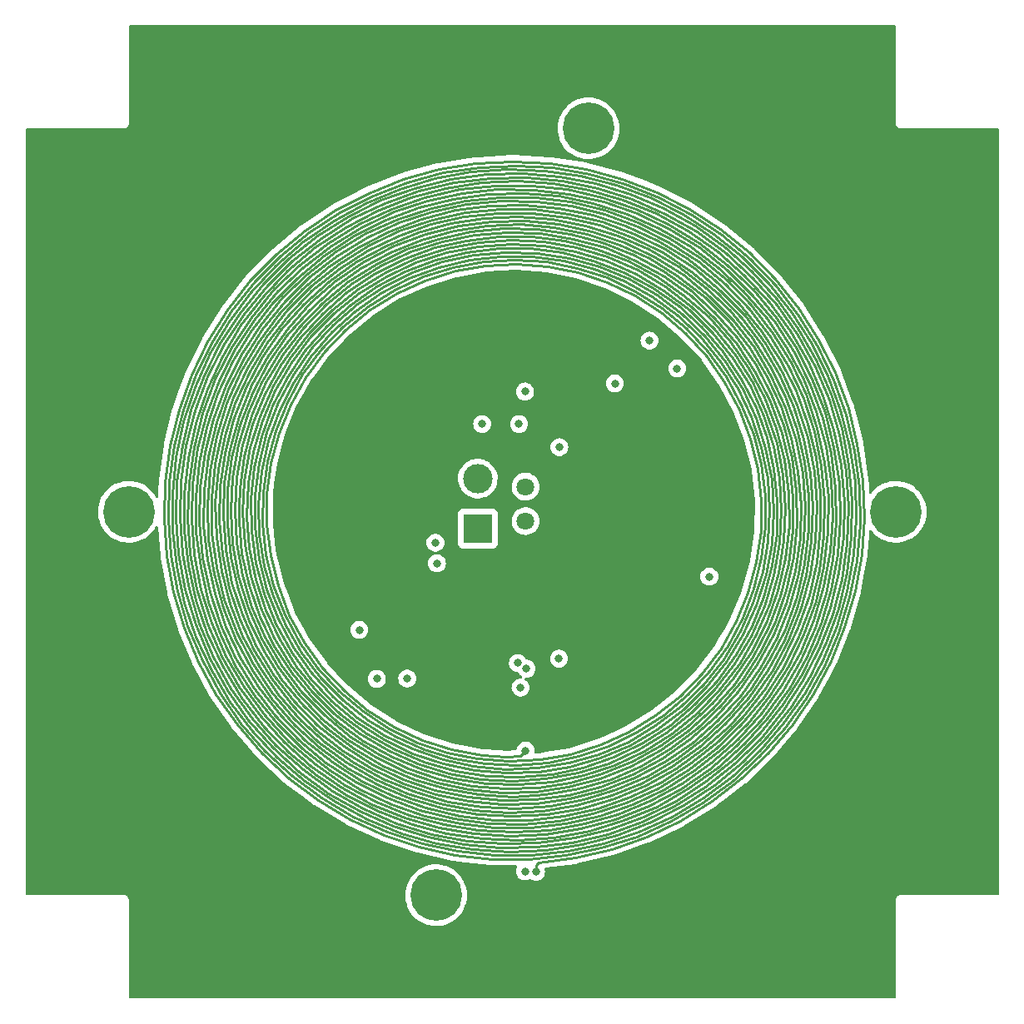
<source format=gbr>
%TF.GenerationSoftware,KiCad,Pcbnew,(6.0.11)*%
%TF.CreationDate,2023-03-22T16:16:07-07:00*%
%TF.ProjectId,solar-panel-side-Z,736f6c61-722d-4706-916e-656c2d736964,3.0*%
%TF.SameCoordinates,Original*%
%TF.FileFunction,Copper,L2,Inr*%
%TF.FilePolarity,Positive*%
%FSLAX46Y46*%
G04 Gerber Fmt 4.6, Leading zero omitted, Abs format (unit mm)*
G04 Created by KiCad (PCBNEW (6.0.11)) date 2023-03-22 16:16:07*
%MOMM*%
%LPD*%
G01*
G04 APERTURE LIST*
%TA.AperFunction,ComponentPad*%
%ADD10C,5.250000*%
%TD*%
%TA.AperFunction,ComponentPad*%
%ADD11C,1.800000*%
%TD*%
%TA.AperFunction,ComponentPad*%
%ADD12R,3.000000X3.000000*%
%TD*%
%TA.AperFunction,ComponentPad*%
%ADD13C,3.000000*%
%TD*%
%TA.AperFunction,ViaPad*%
%ADD14C,0.800000*%
%TD*%
%TA.AperFunction,Conductor*%
%ADD15C,0.250000*%
%TD*%
G04 APERTURE END LIST*
D10*
%TO.N,unconnected-(J4-Pad1)*%
%TO.C,J4*%
X110500000Y-85000000D03*
%TD*%
%TO.N,unconnected-(J5-Pad1)*%
%TO.C,J5*%
X141750000Y-124000000D03*
%TD*%
%TO.N,unconnected-(J6-Pad1)*%
%TO.C,J6*%
X157250000Y-46000000D03*
%TD*%
%TO.N,unconnected-(J7-Pad1)*%
%TO.C,J7*%
X188500000Y-85000000D03*
%TD*%
D11*
%TO.N,Net-(J2-Pad1)*%
%TO.C,J2*%
X150850000Y-82450000D03*
%TO.N,Net-(J2-Pad2)*%
X150850000Y-85950000D03*
%TD*%
D12*
%TO.N,Net-(J2-Pad2)*%
%TO.C,J3*%
X146000000Y-86710000D03*
D13*
%TO.N,Net-(J2-Pad1)*%
X146000000Y-81630000D03*
%TD*%
D14*
%TO.N,GND*%
X169600000Y-74390000D03*
X107150000Y-112590000D03*
X137910000Y-86580000D03*
X153250000Y-68510000D03*
X149060000Y-96220000D03*
X145330000Y-69850000D03*
X145290000Y-102160000D03*
X156977500Y-73697500D03*
%TO.N,+3V3*%
X133940000Y-97020000D03*
X169540000Y-91600000D03*
X150340000Y-102880000D03*
X138815000Y-101955000D03*
X154290000Y-78430000D03*
X154250000Y-99940000D03*
X163460000Y-67590000D03*
%TO.N,VSOLAR*%
X135730000Y-101990000D03*
%TO.N,SDA*%
X146435000Y-76075000D03*
X150185000Y-76075000D03*
X141680000Y-88150000D03*
X150940000Y-100960000D03*
%TO.N,SCL*%
X141840000Y-90240000D03*
X150800000Y-72770000D03*
X150070000Y-100390000D03*
%TO.N,Net-(U2-Pad7)*%
X150800000Y-121570000D03*
X150850000Y-109290000D03*
X151910000Y-121620000D03*
%TO.N,AGND*%
X166270000Y-70430000D03*
X159930000Y-71950000D03*
%TD*%
D15*
%TO.N,Net-(U2-Pad7)*%
X183785000Y-78225000D02*
X182865000Y-74615000D01*
X142125000Y-114665000D02*
X145575000Y-115315000D01*
X137445000Y-106875000D02*
X140295000Y-108225000D01*
X172435000Y-103335000D02*
X174405000Y-100555000D01*
X176855000Y-84895000D02*
X176635000Y-81575000D01*
X142435000Y-110605000D02*
X145645000Y-111285000D01*
X117325000Y-87065000D02*
X117765000Y-90615000D01*
X171225000Y-58705000D02*
X168265000Y-56535000D01*
X128905000Y-61105000D02*
X126365000Y-63575000D01*
X149425000Y-57365000D02*
X146105000Y-57595000D01*
X162075000Y-54195000D02*
X158645000Y-53015000D01*
X119845000Y-96505000D02*
X121305000Y-99725000D01*
X122715000Y-88655000D02*
X123375000Y-91895000D01*
X120775000Y-94375000D02*
X122055000Y-97625000D01*
X138975000Y-61245000D02*
X136115000Y-62745000D01*
X173725000Y-59305000D02*
X170805000Y-56855000D01*
X117425000Y-92845000D02*
X118495000Y-96335000D01*
X147405000Y-120305000D02*
X151155000Y-120325000D01*
X173035000Y-62565000D02*
X170415000Y-60115000D01*
X123875000Y-105775000D02*
X126275000Y-108425000D01*
X123385000Y-90205000D02*
X124215000Y-93325000D01*
X140055000Y-115335000D02*
X143515000Y-116195000D01*
X152175000Y-120665000D02*
X155945000Y-120175000D01*
X150095000Y-54965000D02*
X146625000Y-55115000D01*
X138635000Y-111425000D02*
X141815000Y-112515000D01*
X131535000Y-58565000D02*
X128725000Y-60735000D01*
X176735000Y-69515000D02*
X174825000Y-66565000D01*
X176255000Y-61335000D02*
X173595000Y-58645000D01*
X162615000Y-112605000D02*
X165675000Y-110935000D01*
X148975000Y-50175000D02*
X145275000Y-50435000D01*
X132005000Y-112955000D02*
X135195000Y-114705000D01*
X121985000Y-103925000D02*
X124235000Y-106835000D01*
X125645000Y-92505000D02*
X126815000Y-95495000D01*
X129715000Y-114325000D02*
X132965000Y-116275000D01*
X174665000Y-109275000D02*
X177115000Y-106445000D01*
X155365000Y-53485000D02*
X151875000Y-53045000D01*
X178555000Y-80865000D02*
X177865000Y-77485000D01*
X172595000Y-63845000D02*
X170055000Y-61385000D01*
X184505000Y-90015000D02*
X184835000Y-86265000D01*
X178775000Y-100145000D02*
X180265000Y-96835000D01*
X181235000Y-83875000D02*
X180905000Y-80325000D01*
X143325000Y-109195000D02*
X146405000Y-109775000D01*
X131125000Y-104215000D02*
X133655000Y-106345000D01*
X158895000Y-54755000D02*
X155445000Y-53905000D01*
X159415000Y-117275000D02*
X162845000Y-116015000D01*
X166755000Y-64885000D02*
X164175000Y-62945000D01*
X132785000Y-54965000D02*
X129665000Y-56945000D01*
X139825000Y-110605000D02*
X143005000Y-111585000D01*
X145055000Y-114435000D02*
X148495000Y-114745000D01*
X158765000Y-53465000D02*
X155215000Y-52645000D01*
X176955000Y-103245000D02*
X178775000Y-100145000D01*
X127215000Y-98785000D02*
X129055000Y-101375000D01*
X156055000Y-60195000D02*
X152955000Y-59585000D01*
X129565000Y-111775000D02*
X132625000Y-113795000D01*
X177145000Y-79705000D02*
X176325000Y-76485000D01*
X170045000Y-112795000D02*
X172905000Y-110435000D01*
X162765000Y-108475000D02*
X165525000Y-106685000D01*
X120215000Y-93945000D02*
X121445000Y-97245000D01*
X173465000Y-93235000D02*
X174315000Y-90125000D01*
X137925000Y-56905000D02*
X134775000Y-58435000D01*
X133535000Y-112475000D02*
X136735000Y-114095000D01*
X142725000Y-113165000D02*
X146085000Y-113765000D01*
X182055000Y-85475000D02*
X181895000Y-81835000D01*
X140665000Y-56755000D02*
X137485000Y-57965000D01*
X128375000Y-56405000D02*
X125495000Y-58795000D01*
X145605000Y-117735000D02*
X149215000Y-117965000D01*
X130155000Y-63745000D02*
X127785000Y-66195000D01*
X143215000Y-55655000D02*
X139885000Y-56585000D01*
X140225000Y-55215000D02*
X136945000Y-56455000D01*
X181915000Y-92885000D02*
X182575000Y-89345000D01*
X116115000Y-86855000D02*
X116515000Y-90435000D01*
X136695000Y-61035000D02*
X133905000Y-62765000D01*
X120055000Y-94745000D02*
X121355000Y-98015000D01*
X173135000Y-60955000D02*
X170365000Y-58535000D01*
X166545000Y-113215000D02*
X169525000Y-111185000D01*
X155875000Y-58495000D02*
X152655000Y-57935000D01*
X119385000Y-75845000D02*
X118555000Y-79325000D01*
X115655000Y-85575000D02*
X115935000Y-89245000D01*
X127115000Y-101475000D02*
X129245000Y-104025000D01*
X126335000Y-95445000D02*
X127855000Y-98285000D01*
X175385000Y-71195000D02*
X173565000Y-68245000D01*
X174775000Y-106165000D02*
X176955000Y-103245000D01*
X140295000Y-118735000D02*
X143945000Y-119525000D01*
X124465000Y-67205000D02*
X122605000Y-70195000D01*
X163255000Y-111845000D02*
X166255000Y-110085000D01*
X115905000Y-78245000D02*
X115385000Y-81915000D01*
X161665000Y-57055000D02*
X158385000Y-55855000D01*
X146555000Y-59555000D02*
X143425000Y-60125000D01*
X122275000Y-88365000D02*
X122875000Y-91565000D01*
X164905000Y-62465000D02*
X162055000Y-60775000D01*
X151995000Y-111045000D02*
X155205000Y-110535000D01*
X120745000Y-78575000D02*
X120205000Y-81975000D01*
X125465000Y-96405000D02*
X127035000Y-99245000D01*
X148135000Y-57005000D02*
X144805000Y-57385000D01*
X153115000Y-110505000D02*
X156255000Y-109865000D01*
X181695000Y-73635000D02*
X180275000Y-70225000D01*
X174075000Y-68275000D02*
X171965000Y-65545000D01*
X177625000Y-102955000D02*
X179415000Y-99775000D01*
X150300000Y-109840000D02*
X150850000Y-109290000D01*
X143545000Y-56405000D02*
X140265000Y-57305000D01*
X175495000Y-107785000D02*
X177795000Y-104855000D01*
X123305000Y-86535000D02*
X123705000Y-89735000D01*
X177145000Y-107055000D02*
X179335000Y-103985000D01*
X131275000Y-65985000D02*
X129095000Y-68375000D01*
X147095000Y-116675000D02*
X150605000Y-116745000D01*
X120855000Y-84825000D02*
X121045000Y-88235000D01*
X116105000Y-83165000D02*
X116115000Y-86855000D01*
X121775000Y-95955000D02*
X123245000Y-99105000D01*
X120055000Y-100775000D02*
X121985000Y-103925000D01*
X142395000Y-59575000D02*
X139335000Y-60655000D01*
X129615000Y-107175000D02*
X132325000Y-109335000D01*
X177115000Y-106445000D02*
X179245000Y-103375000D01*
X168935000Y-114065000D02*
X171925000Y-111825000D01*
X118735000Y-93135000D02*
X119845000Y-96505000D01*
X165455000Y-57155000D02*
X162255000Y-55565000D01*
X155365000Y-112545000D02*
X158625000Y-111645000D01*
X150565000Y-50575000D02*
X146885000Y-50675000D01*
X160765000Y-53265000D02*
X157225000Y-52235000D01*
X125285000Y-98655000D02*
X127115000Y-101475000D01*
X128145000Y-109075000D02*
X130935000Y-111285000D01*
X160255000Y-56915000D02*
X156935000Y-55875000D01*
X145935000Y-110115000D02*
X149155000Y-110365000D01*
X182435000Y-86135000D02*
X182365000Y-82585000D01*
X161955000Y-56745000D02*
X158605000Y-55505000D01*
X119205000Y-93335000D02*
X120355000Y-96715000D01*
X176385000Y-63985000D02*
X173965000Y-61225000D01*
X142495000Y-116805000D02*
X146035000Y-117385000D01*
X131705000Y-106335000D02*
X134355000Y-108285000D01*
X178545000Y-96835000D02*
X179685000Y-93505000D01*
X171965000Y-65545000D02*
X169565000Y-63095000D01*
X177105000Y-87925000D02*
X177255000Y-84625000D01*
X171245000Y-71255000D02*
X169375000Y-68675000D01*
X141685000Y-113725000D02*
X145055000Y-114435000D01*
X139285000Y-109095000D02*
X142405000Y-110185000D01*
X121645000Y-91585000D02*
X122615000Y-94795000D01*
X122075000Y-78145000D02*
X121465000Y-81455000D01*
X119675000Y-85845000D02*
X119985000Y-89325000D01*
X184315000Y-81925000D02*
X183785000Y-78225000D01*
X152175000Y-120665000D02*
X151910000Y-120930000D01*
X122905000Y-62675000D02*
X120665000Y-65675000D01*
X118455000Y-84335000D02*
X118595000Y-87845000D01*
X156175000Y-60645000D02*
X153145000Y-60035000D01*
X161395000Y-61335000D02*
X158395000Y-60065000D01*
X169895000Y-66825000D02*
X167535000Y-64495000D01*
X126435000Y-96575000D02*
X128065000Y-99355000D01*
X149215000Y-117965000D02*
X152845000Y-117795000D01*
X120975000Y-92205000D02*
X122015000Y-95465000D01*
X119385000Y-90575000D02*
X120215000Y-93945000D01*
X164175000Y-62945000D02*
X161395000Y-61335000D01*
X176325000Y-76485000D02*
X175105000Y-73335000D01*
X181805000Y-89045000D02*
X182055000Y-85475000D01*
X121675000Y-85945000D02*
X121995000Y-89255000D01*
X122995000Y-94675000D02*
X124345000Y-97755000D01*
X130865000Y-60035000D02*
X128145000Y-62335000D01*
X175115000Y-94615000D02*
X176085000Y-91475000D01*
X117655000Y-96375000D02*
X119095000Y-99775000D01*
X134815000Y-57955000D02*
X131855000Y-59805000D01*
X122605000Y-70195000D02*
X121105000Y-73365000D01*
X147785000Y-51815000D02*
X144175000Y-52215000D01*
X167535000Y-54195000D02*
X164195000Y-52485000D01*
X115995000Y-74615000D02*
X115095000Y-78225000D01*
X165715000Y-115975000D02*
X168935000Y-114065000D01*
X124495000Y-76925000D02*
X123705000Y-80065000D01*
X129105000Y-62535000D02*
X126695000Y-65005000D01*
X172595000Y-74615000D02*
X171095000Y-71815000D01*
X182715000Y-82045000D02*
X182195000Y-78435000D01*
X162055000Y-60775000D02*
X159055000Y-59455000D01*
X179805000Y-91335000D02*
X180325000Y-87875000D01*
X155445000Y-53905000D02*
X151925000Y-53445000D01*
X139135000Y-58565000D02*
X136075000Y-60005000D01*
X183505000Y-88225000D02*
X183655000Y-84505000D01*
X128925000Y-101845000D02*
X131125000Y-104215000D01*
X123025000Y-72945000D02*
X121815000Y-76105000D01*
X180405000Y-74805000D02*
X179095000Y-71475000D01*
X124345000Y-97755000D02*
X126035000Y-100635000D01*
X121405000Y-100735000D02*
X123345000Y-103775000D01*
X169075000Y-63185000D02*
X166275000Y-60985000D01*
X142035000Y-50185000D02*
X138415000Y-51175000D01*
X171095000Y-71815000D02*
X169265000Y-69195000D01*
X163615000Y-114345000D02*
X166765000Y-112615000D01*
X143205000Y-51165000D02*
X139595000Y-52055000D01*
X158705000Y-113305000D02*
X161925000Y-112045000D01*
X124525000Y-83145000D02*
X124505000Y-86335000D01*
X176555000Y-91215000D02*
X177105000Y-87925000D01*
X178575000Y-91335000D02*
X179115000Y-87905000D01*
X118375000Y-75035000D02*
X117475000Y-78545000D01*
X140265000Y-57305000D02*
X137085000Y-58595000D01*
X147985000Y-52205000D02*
X144395000Y-52585000D01*
X156775000Y-111795000D02*
X159925000Y-110735000D01*
X164945000Y-110445000D02*
X167805000Y-108475000D01*
X135885000Y-109665000D02*
X138915000Y-111105000D01*
X149875000Y-49765000D02*
X146145000Y-49935000D01*
X116515000Y-90435000D02*
X117325000Y-94035000D01*
X171625000Y-106665000D02*
X173945000Y-104005000D01*
X131565000Y-61515000D02*
X129005000Y-63725000D01*
X136645000Y-60605000D02*
X133805000Y-62345000D01*
X176885000Y-76945000D02*
X175735000Y-73765000D01*
X121445000Y-97245000D02*
X123025000Y-100345000D01*
X130045000Y-57165000D02*
X127145000Y-59455000D01*
X128245000Y-66275000D02*
X126185000Y-68935000D01*
X154175000Y-116415000D02*
X157695000Y-115685000D01*
X178315000Y-68245000D02*
X176315000Y-65215000D01*
X179125000Y-77565000D02*
X178085000Y-74245000D01*
X152875000Y-112155000D02*
X156155000Y-111545000D01*
X172385000Y-72385000D02*
X170665000Y-69685000D01*
X114585000Y-81905000D02*
X114465000Y-85675000D01*
X174735000Y-99215000D02*
X176225000Y-96165000D01*
X155835000Y-118165000D02*
X159415000Y-117275000D01*
X173945000Y-104005000D02*
X175935000Y-101125000D01*
X148715000Y-113155000D02*
X152065000Y-113045000D01*
X166915000Y-114855000D02*
X170045000Y-112795000D01*
X125055000Y-102035000D02*
X127185000Y-104725000D01*
X150925000Y-50985000D02*
X147235000Y-51045000D01*
X123025000Y-100345000D02*
X124965000Y-103275000D01*
X119985000Y-69155000D02*
X118445000Y-72475000D01*
X126185000Y-68935000D02*
X124445000Y-71845000D01*
X120955000Y-64545000D02*
X118955000Y-67705000D01*
X174655000Y-109855000D02*
X177145000Y-107055000D01*
X141575000Y-58145000D02*
X138425000Y-59305000D01*
X139645000Y-59235000D02*
X136645000Y-60605000D01*
X129035000Y-103195000D02*
X131375000Y-105525000D01*
X156565000Y-118835000D02*
X160155000Y-117885000D01*
X178945000Y-101525000D02*
X180575000Y-98205000D01*
X183435000Y-75115000D02*
X182185000Y-71565000D01*
X118875000Y-101115000D02*
X120795000Y-104315000D01*
X149505000Y-115965000D02*
X153035000Y-115765000D01*
X160985000Y-51655000D02*
X157355000Y-50625000D01*
X135635000Y-114475000D02*
X138955000Y-115815000D01*
X176425000Y-83855000D02*
X176095000Y-80635000D01*
X164845000Y-105695000D02*
X167345000Y-103585000D01*
X160675000Y-51125000D02*
X156985000Y-50135000D01*
X160085000Y-113245000D02*
X163255000Y-111845000D01*
X137485000Y-57965000D02*
X134415000Y-59565000D01*
X122975000Y-72105000D02*
X121665000Y-75285000D01*
X176675000Y-71075000D02*
X174885000Y-68045000D01*
X120835000Y-89605000D02*
X121585000Y-92925000D01*
X114685000Y-78235000D02*
X114175000Y-81965000D01*
X167355000Y-111275000D02*
X170175000Y-109115000D01*
X173765000Y-63955000D02*
X171295000Y-61415000D01*
X115585000Y-74585000D02*
X114685000Y-78235000D01*
X125895000Y-58965000D02*
X123295000Y-61605000D01*
X180095000Y-103515000D02*
X181875000Y-100195000D01*
X169195000Y-102825000D02*
X171235000Y-100275000D01*
X118885000Y-83575000D02*
X118935000Y-87105000D01*
X153495000Y-112475000D02*
X156775000Y-111795000D01*
X126055000Y-102055000D02*
X128215000Y-104675000D01*
X148215000Y-119145000D02*
X151925000Y-119075000D01*
X168505000Y-58145000D02*
X165485000Y-56255000D01*
X158925000Y-58135000D02*
X155665000Y-57215000D01*
X120065000Y-85405000D02*
X120315000Y-88835000D01*
X177585000Y-83045000D02*
X177145000Y-79705000D01*
X149755000Y-59365000D02*
X146555000Y-59555000D01*
X167345000Y-107305000D02*
X169845000Y-105045000D01*
X172255000Y-96155000D02*
X173465000Y-93235000D01*
X133225000Y-61775000D02*
X130615000Y-63865000D01*
X151535000Y-54625000D02*
X148055000Y-54605000D01*
X171355000Y-60395000D02*
X168505000Y-58145000D01*
X173395000Y-106535000D02*
X175635000Y-103745000D01*
X120205000Y-81975000D02*
X120065000Y-85405000D01*
X157655000Y-54815000D02*
X154215000Y-54105000D01*
X164705000Y-112435000D02*
X167705000Y-110545000D01*
X148615000Y-56185000D02*
X145225000Y-56505000D01*
X145145000Y-59355000D02*
X141995000Y-60115000D01*
X160815000Y-116385000D02*
X164175000Y-114965000D01*
X168265000Y-56535000D02*
X165085000Y-54685000D01*
X166905000Y-60935000D02*
X163995000Y-59085000D01*
X119795000Y-67845000D02*
X118125000Y-71165000D01*
X171555000Y-105575000D02*
X173755000Y-102935000D01*
X175565000Y-61765000D02*
X172875000Y-59075000D01*
X122915000Y-66635000D02*
X121035000Y-69735000D01*
X164995000Y-113185000D02*
X168035000Y-111285000D01*
X115095000Y-78225000D02*
X114585000Y-81905000D01*
X130105000Y-114105000D02*
X133335000Y-116015000D01*
X166575000Y-116425000D02*
X169815000Y-114435000D01*
X175755000Y-67185000D02*
X173575000Y-64345000D01*
X125335000Y-105655000D02*
X127825000Y-108245000D01*
X128485000Y-71285000D02*
X126925000Y-74095000D01*
X137515000Y-109165000D02*
X140535000Y-110435000D01*
X174015000Y-62435000D02*
X171335000Y-59845000D01*
X177205000Y-96925000D02*
X178395000Y-93645000D01*
X124085000Y-86195000D02*
X124445000Y-89355000D01*
X179795000Y-72065000D02*
X178175000Y-68805000D01*
X185255000Y-85645000D02*
X185105000Y-81785000D01*
X184345000Y-93045000D02*
X184995000Y-89345000D01*
X130825000Y-61585000D02*
X128255000Y-63905000D01*
X143425000Y-60125000D02*
X140395000Y-61085000D01*
X132325000Y-109335000D02*
X135295000Y-111165000D01*
X136595000Y-55295000D02*
X133405000Y-56905000D01*
X131535000Y-54305000D02*
X128375000Y-56405000D01*
X119925000Y-99645000D02*
X121725000Y-102815000D01*
X128965000Y-69185000D02*
X127175000Y-71865000D01*
X178425000Y-86265000D02*
X178375000Y-82865000D01*
X164195000Y-52485000D02*
X160675000Y-51125000D01*
X169235000Y-112395000D02*
X172085000Y-110105000D01*
X164165000Y-61035000D02*
X161205000Y-59475000D01*
X163385000Y-58305000D02*
X160255000Y-56915000D01*
X120795000Y-104315000D02*
X123025000Y-107265000D01*
X118455000Y-89895000D02*
X119205000Y-93335000D01*
X167705000Y-110545000D02*
X170485000Y-108315000D01*
X168005000Y-60255000D02*
X165055000Y-58315000D01*
X178085000Y-89635000D02*
X178425000Y-86265000D01*
X167475000Y-57935000D02*
X164405000Y-56135000D01*
X168485000Y-59115000D02*
X165455000Y-57155000D01*
X129695000Y-100885000D02*
X131835000Y-103235000D01*
X138565000Y-116105000D02*
X142055000Y-117115000D01*
X168935000Y-102515000D02*
X170955000Y-99975000D01*
X118215000Y-78965000D02*
X117745000Y-82515000D01*
X135245000Y-110685000D02*
X138355000Y-112175000D01*
X158615000Y-57605000D02*
X155365000Y-56745000D01*
X155255000Y-54685000D02*
X151715000Y-54235000D01*
X178545000Y-66335000D02*
X176355000Y-63315000D01*
X133895000Y-55725000D02*
X130755000Y-57645000D01*
X130365000Y-58915000D02*
X127595000Y-61205000D01*
X128875000Y-66765000D02*
X126835000Y-69405000D01*
X165675000Y-110935000D02*
X168545000Y-108905000D01*
X158445000Y-112125000D02*
X161605000Y-110875000D01*
X181875000Y-72965000D02*
X180395000Y-69565000D01*
X162925000Y-109305000D02*
X165735000Y-107525000D01*
X128195000Y-111215000D02*
X131145000Y-113355000D01*
X133025000Y-63925000D02*
X130575000Y-66115000D01*
X173535000Y-70385000D02*
X171645000Y-67665000D01*
X131165000Y-110465000D02*
X134155000Y-112365000D01*
X133745000Y-105905000D02*
X136445000Y-107685000D01*
X149515000Y-49365000D02*
X145785000Y-49575000D01*
X144965000Y-114015000D02*
X148365000Y-114345000D01*
X175985000Y-66825000D02*
X173765000Y-63955000D01*
X125165000Y-93615000D02*
X126435000Y-96575000D01*
X126665000Y-66285000D02*
X124635000Y-69105000D01*
X170175000Y-109115000D02*
X172755000Y-106635000D01*
X121585000Y-92925000D02*
X122715000Y-96145000D01*
X175045000Y-93625000D02*
X175905000Y-90445000D01*
X161465000Y-108715000D02*
X164245000Y-107095000D01*
X171115000Y-58105000D02*
X168075000Y-55935000D01*
X153145000Y-60035000D02*
X149885000Y-59785000D01*
X123085000Y-76075000D02*
X122215000Y-79345000D01*
X172875000Y-59075000D02*
X169995000Y-56755000D01*
X130525000Y-110495000D02*
X133535000Y-112475000D01*
X122825000Y-78445000D02*
X122235000Y-81785000D01*
X123305000Y-83275000D02*
X123305000Y-86535000D01*
X161725000Y-110375000D02*
X164645000Y-108745000D01*
X123795000Y-75275000D02*
X122825000Y-78445000D01*
X168035000Y-111285000D02*
X170845000Y-109065000D01*
X170365000Y-58535000D02*
X167375000Y-56435000D01*
X183515000Y-93075000D02*
X184185000Y-89365000D01*
X122765000Y-70745000D02*
X121305000Y-73955000D01*
X144395000Y-52585000D02*
X140875000Y-53355000D01*
X181565000Y-71125000D02*
X179895000Y-67785000D01*
X146855000Y-112635000D02*
X150185000Y-112755000D01*
X127045000Y-69805000D02*
X125375000Y-72665000D01*
X174245000Y-74355000D02*
X172775000Y-71455000D01*
X125975000Y-66515000D02*
X123995000Y-69385000D01*
X131855000Y-59805000D02*
X129095000Y-62005000D01*
X180815000Y-86575000D02*
X180785000Y-82965000D01*
X176675000Y-88145000D02*
X176855000Y-84895000D01*
X176225000Y-96165000D02*
X177345000Y-92965000D01*
X151395000Y-119915000D02*
X155135000Y-119505000D01*
X128245000Y-57505000D02*
X125435000Y-59945000D01*
X151525000Y-59035000D02*
X148315000Y-58995000D01*
X137335000Y-113915000D02*
X140675000Y-115105000D01*
X173925000Y-71855000D02*
X172165000Y-69035000D01*
X133405000Y-56905000D02*
X130365000Y-58915000D01*
X143685000Y-60505000D02*
X140615000Y-61465000D01*
X165555000Y-109105000D02*
X168265000Y-107065000D01*
X158485000Y-109995000D02*
X161465000Y-108715000D01*
X120435000Y-73975000D02*
X119385000Y-77345000D01*
X177345000Y-92965000D02*
X178085000Y-89635000D01*
X155175000Y-112995000D02*
X158445000Y-112125000D01*
X130935000Y-111285000D02*
X134015000Y-113205000D01*
X118605000Y-94135000D02*
X119825000Y-97525000D01*
X137525000Y-107825000D02*
X140465000Y-109135000D01*
X123965000Y-80915000D02*
X123665000Y-84145000D01*
X129905000Y-108995000D02*
X132825000Y-111105000D01*
X144585000Y-54985000D02*
X141195000Y-55755000D01*
X180355000Y-79465000D02*
X179525000Y-76015000D01*
X135895000Y-112825000D02*
X139135000Y-114185000D01*
X120355000Y-96715000D02*
X121865000Y-99915000D01*
X158315000Y-109635000D02*
X161295000Y-108355000D01*
X182575000Y-89345000D02*
X182845000Y-85665000D01*
X170665000Y-69685000D02*
X168585000Y-67175000D01*
X118525000Y-71245000D02*
X117235000Y-74675000D01*
X119975000Y-76685000D02*
X119235000Y-80085000D01*
X176505000Y-92985000D02*
X177255000Y-89745000D01*
X176365000Y-97815000D02*
X177655000Y-94635000D01*
X133335000Y-116015000D02*
X136735000Y-117555000D01*
X183295000Y-96695000D02*
X184345000Y-93045000D01*
X177875000Y-64635000D02*
X175565000Y-61765000D01*
X116975000Y-82115000D02*
X116865000Y-85715000D01*
X166385000Y-64055000D02*
X163715000Y-62175000D01*
X180345000Y-94105000D02*
X181165000Y-90625000D01*
X176065000Y-97505000D02*
X177325000Y-94375000D01*
X139885000Y-56585000D02*
X136665000Y-57905000D01*
X130545000Y-108485000D02*
X133395000Y-110515000D01*
X175615000Y-63675000D02*
X173135000Y-60955000D01*
X118935000Y-87105000D02*
X119385000Y-90575000D01*
X178495000Y-66995000D02*
X176385000Y-63985000D01*
X142985000Y-114455000D02*
X146395000Y-115005000D01*
X158485000Y-112955000D02*
X161715000Y-111705000D01*
X119655000Y-71665000D02*
X118375000Y-75035000D01*
X157315000Y-117435000D02*
X160815000Y-116385000D01*
X134275000Y-105305000D02*
X136955000Y-107055000D01*
X124605000Y-69925000D02*
X123025000Y-72945000D01*
X170275000Y-102185000D02*
X172215000Y-99525000D01*
X175365000Y-96145000D02*
X176505000Y-92985000D01*
X157225000Y-52235000D02*
X153635000Y-51605000D01*
X143635000Y-119875000D02*
X147405000Y-120305000D01*
X184995000Y-89345000D02*
X185255000Y-85645000D01*
X175245000Y-78535000D02*
X174275000Y-75475000D01*
X175105000Y-73335000D02*
X173535000Y-70385000D01*
X159275000Y-108835000D02*
X162195000Y-107415000D01*
X138405000Y-112625000D02*
X141685000Y-113725000D01*
X172955000Y-105825000D02*
X175175000Y-103015000D01*
X127825000Y-108245000D02*
X130525000Y-110495000D01*
X122185000Y-102785000D02*
X124325000Y-105695000D01*
X142795000Y-117685000D02*
X146435000Y-118225000D01*
X166765000Y-112615000D02*
X169715000Y-110535000D01*
X116825000Y-74655000D02*
X115905000Y-78245000D01*
X127185000Y-104725000D02*
X129615000Y-107175000D01*
X174795000Y-78385000D02*
X173775000Y-75305000D01*
X171925000Y-111825000D02*
X174665000Y-109275000D01*
X121305000Y-73955000D02*
X120235000Y-77245000D01*
X175215000Y-86525000D02*
X175195000Y-83305000D01*
X148785000Y-111155000D02*
X151995000Y-111045000D01*
X123965000Y-97905000D02*
X125675000Y-100815000D01*
X162145000Y-118025000D02*
X165615000Y-116475000D01*
X136425000Y-112195000D02*
X139615000Y-113505000D01*
X121865000Y-70735000D02*
X120435000Y-73975000D01*
X145975000Y-115765000D02*
X149505000Y-115965000D01*
X182745000Y-77195000D02*
X181695000Y-73635000D01*
X177325000Y-94375000D02*
X178225000Y-91065000D01*
X179685000Y-93505000D02*
X180445000Y-90085000D01*
X156475000Y-115165000D02*
X159875000Y-114175000D01*
X116595000Y-92835000D02*
X117655000Y-96375000D01*
X151795000Y-114275000D02*
X155245000Y-113795000D01*
X173765000Y-97645000D02*
X175115000Y-94615000D01*
X115535000Y-89275000D02*
X116205000Y-92915000D01*
X181585000Y-87075000D02*
X181615000Y-83485000D01*
X161925000Y-112045000D02*
X164945000Y-110445000D01*
X165085000Y-62105000D02*
X162215000Y-60405000D01*
X179135000Y-97495000D02*
X180345000Y-94105000D01*
X122215000Y-79345000D02*
X121755000Y-82575000D01*
X152735000Y-50305000D02*
X148975000Y-50175000D01*
X143695000Y-111335000D02*
X146965000Y-111845000D01*
X177275000Y-73295000D02*
X175735000Y-70175000D01*
X165055000Y-58315000D02*
X161955000Y-56745000D01*
X158605000Y-55505000D02*
X155255000Y-54685000D01*
X135035000Y-64445000D02*
X132575000Y-66445000D01*
X177795000Y-104855000D02*
X179765000Y-101695000D01*
X175485000Y-88005000D02*
X175655000Y-84795000D01*
X123635000Y-67715000D02*
X121865000Y-70735000D01*
X178845000Y-84285000D02*
X178555000Y-80865000D01*
X133965000Y-107545000D02*
X136855000Y-109275000D01*
X175735000Y-73765000D02*
X174225000Y-70765000D01*
X170415000Y-62785000D02*
X167705000Y-60525000D01*
X124885000Y-89455000D02*
X125645000Y-92505000D01*
X117635000Y-79955000D02*
X117285000Y-83485000D01*
X174875000Y-105405000D02*
X176945000Y-102525000D01*
X121815000Y-76105000D02*
X120975000Y-79415000D01*
X153035000Y-115765000D02*
X156475000Y-115165000D01*
X126275000Y-108425000D02*
X129025000Y-110855000D01*
X155355000Y-114185000D02*
X158705000Y-113305000D01*
X161035000Y-114595000D02*
X164315000Y-113095000D01*
X124965000Y-103275000D02*
X127225000Y-105965000D01*
X129095000Y-68375000D02*
X127205000Y-71035000D01*
X127095000Y-111865000D02*
X130105000Y-114105000D01*
X167125000Y-66865000D02*
X164705000Y-64825000D01*
X165385000Y-57575000D02*
X162225000Y-55985000D01*
X170055000Y-61385000D02*
X167255000Y-59225000D01*
X144865000Y-118445000D02*
X148505000Y-118755000D01*
X122655000Y-74905000D02*
X121655000Y-78165000D01*
X121725000Y-102815000D02*
X123875000Y-105775000D01*
X119555000Y-80645000D02*
X119265000Y-84095000D01*
X151355000Y-58225000D02*
X148105000Y-58205000D01*
X140615000Y-61465000D02*
X137785000Y-62745000D01*
X126815000Y-95495000D02*
X128325000Y-98275000D01*
X128365000Y-108195000D02*
X131165000Y-110465000D01*
X124505000Y-86335000D02*
X124885000Y-89455000D01*
X164175000Y-114965000D02*
X167375000Y-113175000D01*
X179215000Y-79905000D02*
X178435000Y-76545000D01*
X173775000Y-75305000D02*
X172385000Y-72385000D01*
X168025000Y-104585000D02*
X170275000Y-102185000D01*
X172795000Y-112135000D02*
X175525000Y-109525000D01*
X129765000Y-108365000D02*
X132575000Y-110465000D01*
X178995000Y-81055000D02*
X178315000Y-77635000D01*
X114355000Y-89525000D02*
X115035000Y-93195000D01*
X174045000Y-92825000D02*
X174825000Y-89715000D01*
X164865000Y-54125000D02*
X161475000Y-52675000D01*
X142335000Y-57515000D02*
X139135000Y-58565000D01*
X146775000Y-59965000D02*
X143685000Y-60505000D01*
X166875000Y-105095000D02*
X169195000Y-102825000D01*
X169845000Y-105045000D02*
X172065000Y-102515000D01*
X145635000Y-56845000D02*
X142335000Y-57515000D01*
X184035000Y-83855000D02*
X183715000Y-80185000D01*
X169025000Y-107995000D02*
X171555000Y-105575000D01*
X177025000Y-105235000D02*
X179045000Y-102155000D01*
X162225000Y-55985000D02*
X158895000Y-54755000D01*
X141815000Y-112515000D02*
X145105000Y-113225000D01*
X146965000Y-111845000D02*
X150245000Y-111955000D01*
X164055000Y-105725000D02*
X166555000Y-103735000D01*
X148325000Y-52995000D02*
X144755000Y-53335000D01*
X117285000Y-83485000D02*
X117325000Y-87065000D01*
X114065000Y-85745000D02*
X114355000Y-89525000D01*
X139335000Y-60655000D02*
X136435000Y-62095000D01*
X153745000Y-118095000D02*
X157315000Y-117435000D01*
X132255000Y-104165000D02*
X134785000Y-106165000D01*
X132825000Y-111105000D02*
X135895000Y-112825000D01*
X122015000Y-95465000D02*
X123415000Y-98575000D01*
X122195000Y-64885000D02*
X120195000Y-67955000D01*
X173835000Y-67245000D02*
X171635000Y-64575000D01*
X149155000Y-110365000D02*
X152335000Y-110195000D01*
X171155000Y-106565000D02*
X173495000Y-103925000D01*
X137995000Y-56445000D02*
X134815000Y-57955000D01*
X154195000Y-52885000D02*
X150615000Y-52575000D01*
X173695000Y-77555000D02*
X172595000Y-74615000D01*
X149915000Y-110765000D02*
X153115000Y-110505000D01*
X169095000Y-112985000D02*
X172015000Y-110695000D01*
X172905000Y-110435000D02*
X175495000Y-107785000D01*
X140605000Y-53015000D02*
X137175000Y-54185000D01*
X144195000Y-116725000D02*
X147715000Y-117115000D01*
X142425000Y-50505000D02*
X138805000Y-51465000D01*
X152845000Y-117795000D02*
X156445000Y-117225000D01*
X171295000Y-61415000D02*
X168485000Y-59115000D01*
X143945000Y-119525000D02*
X147655000Y-119915000D01*
X143545000Y-112125000D02*
X146855000Y-112635000D01*
X120245000Y-78975000D02*
X119765000Y-82405000D01*
X131205000Y-64415000D02*
X128875000Y-66765000D01*
X172085000Y-110105000D02*
X174685000Y-107485000D01*
X172895000Y-95785000D02*
X174045000Y-92825000D01*
X121445000Y-88165000D02*
X122015000Y-91425000D01*
X168405000Y-59555000D02*
X165385000Y-57575000D01*
X173975000Y-99725000D02*
X175545000Y-96725000D01*
X179065000Y-73455000D02*
X177585000Y-70225000D01*
X174685000Y-107485000D02*
X176985000Y-104615000D01*
X158765000Y-118715000D02*
X162335000Y-117525000D01*
X159875000Y-114175000D02*
X163105000Y-112815000D01*
X116315000Y-78255000D02*
X115785000Y-81935000D01*
X151865000Y-113465000D02*
X155175000Y-112995000D01*
X147035000Y-52665000D02*
X143455000Y-53155000D01*
X174225000Y-70765000D02*
X172365000Y-67945000D01*
X178435000Y-76545000D02*
X177275000Y-73295000D01*
X116115000Y-96815000D02*
X117565000Y-100285000D01*
X121495000Y-106645000D02*
X123975000Y-109505000D01*
X151910000Y-120930000D02*
X151910000Y-121620000D01*
X119065000Y-75525000D02*
X118215000Y-78965000D01*
X128255000Y-63905000D02*
X125975000Y-66515000D01*
X160845000Y-61515000D02*
X157815000Y-60295000D01*
X116495000Y-79505000D02*
X116105000Y-83165000D01*
X118445000Y-72475000D02*
X117275000Y-75935000D01*
X158625000Y-111645000D02*
X161725000Y-110375000D01*
X134575000Y-53585000D02*
X131315000Y-55375000D01*
X170075000Y-103035000D02*
X172075000Y-100465000D01*
X116125000Y-94215000D02*
X117315000Y-97725000D01*
X170085000Y-64695000D02*
X167575000Y-62445000D01*
X163715000Y-62175000D02*
X160785000Y-60605000D01*
X177985000Y-86925000D02*
X178015000Y-83545000D01*
X119885000Y-91045000D02*
X120775000Y-94375000D01*
X166165000Y-114365000D02*
X169235000Y-112395000D01*
X162155000Y-54655000D02*
X158765000Y-53465000D01*
X121705000Y-84595000D02*
X121675000Y-85945000D01*
X123375000Y-91895000D02*
X124405000Y-94995000D01*
X156935000Y-55875000D02*
X153555000Y-55225000D01*
X169525000Y-111185000D02*
X172285000Y-108825000D01*
X181245000Y-79925000D02*
X180485000Y-76445000D01*
X177655000Y-94635000D02*
X178575000Y-91335000D01*
X185105000Y-81785000D02*
X184565000Y-78055000D01*
X133035000Y-107865000D02*
X135885000Y-109665000D01*
X160785000Y-60605000D02*
X157725000Y-59425000D01*
X175505000Y-105905000D02*
X177625000Y-102955000D01*
X181085000Y-73135000D02*
X179595000Y-69765000D01*
X152315000Y-56695000D02*
X149005000Y-56575000D01*
X155205000Y-110535000D02*
X158315000Y-109635000D01*
X124445000Y-71845000D02*
X123075000Y-74915000D01*
X152655000Y-57935000D02*
X149365000Y-57765000D01*
X153555000Y-55225000D02*
X150095000Y-54965000D01*
X179245000Y-84405000D02*
X178995000Y-81055000D01*
X183155000Y-87545000D02*
X183235000Y-83895000D01*
X136345000Y-110815000D02*
X139485000Y-112185000D01*
X146335000Y-51525000D02*
X142695000Y-52085000D01*
X123145000Y-78815000D02*
X122605000Y-82065000D01*
X182865000Y-74615000D02*
X181565000Y-71125000D01*
X154215000Y-54105000D02*
X150685000Y-53785000D01*
X115785000Y-81935000D02*
X115655000Y-85575000D01*
X134745000Y-57085000D02*
X131705000Y-58935000D01*
X122175000Y-69325000D02*
X120595000Y-72505000D01*
X164065000Y-106735000D02*
X166655000Y-104755000D01*
X136945000Y-56455000D02*
X133815000Y-58065000D01*
X174285000Y-94545000D02*
X175275000Y-91415000D01*
X159155000Y-59065000D02*
X156015000Y-58115000D01*
X180855000Y-96395000D02*
X181915000Y-92885000D01*
X129025000Y-110855000D02*
X132005000Y-112955000D01*
X140875000Y-53355000D02*
X137455000Y-54505000D01*
X176995000Y-81255000D02*
X176355000Y-78025000D01*
X131255000Y-103785000D02*
X133745000Y-105905000D01*
X118955000Y-67705000D02*
X117295000Y-71075000D01*
X174455000Y-80645000D02*
X173695000Y-77555000D01*
X176025000Y-78355000D02*
X175015000Y-75185000D01*
X180575000Y-68185000D02*
X178635000Y-65015000D01*
X135295000Y-52815000D02*
X131945000Y-54525000D01*
X137375000Y-116945000D02*
X140925000Y-118075000D01*
X166275000Y-60985000D02*
X163425000Y-59235000D01*
X164405000Y-56135000D02*
X161155000Y-54685000D01*
X139345000Y-109555000D02*
X142435000Y-110605000D01*
X124215000Y-93325000D02*
X125465000Y-96405000D01*
X148055000Y-54605000D02*
X144585000Y-54985000D01*
X119265000Y-84095000D02*
X119375000Y-87595000D01*
X150835000Y-55395000D02*
X147395000Y-55445000D01*
X175845000Y-73025000D02*
X174245000Y-70015000D01*
X117995000Y-74915000D02*
X117095000Y-78425000D01*
X117275000Y-75935000D02*
X116495000Y-79505000D01*
X127205000Y-71035000D02*
X125675000Y-73885000D01*
X118725000Y-80795000D02*
X118455000Y-84335000D01*
X125385000Y-76765000D02*
X124555000Y-79875000D01*
X154565000Y-51325000D02*
X150925000Y-50985000D01*
X166265000Y-64985000D02*
X163665000Y-63085000D01*
X176315000Y-65215000D02*
X174015000Y-62435000D01*
X116205000Y-92915000D02*
X117265000Y-96475000D01*
X129425000Y-58115000D02*
X126645000Y-60445000D01*
X123415000Y-98575000D02*
X125175000Y-101505000D01*
X158645000Y-53015000D02*
X155065000Y-52215000D01*
X125185000Y-72165000D02*
X123795000Y-75275000D01*
X182845000Y-85665000D02*
X182715000Y-82045000D01*
X146945000Y-55885000D02*
X143545000Y-56405000D01*
X126785000Y-109465000D02*
X129565000Y-111775000D01*
X125915000Y-105715000D02*
X128365000Y-108195000D01*
X125605000Y-62625000D02*
X123295000Y-65415000D01*
X141275000Y-117755000D02*
X144865000Y-118445000D01*
X151645000Y-52225000D02*
X147985000Y-52205000D01*
X138245000Y-117685000D02*
X141795000Y-118695000D01*
X159055000Y-59455000D02*
X155875000Y-58495000D01*
X125375000Y-72665000D02*
X124075000Y-75675000D01*
X147685000Y-116315000D02*
X151225000Y-116315000D01*
X143005000Y-111585000D02*
X146275000Y-112175000D01*
X128215000Y-60115000D02*
X125605000Y-62625000D01*
X118125000Y-82785000D02*
X118095000Y-86415000D01*
X172075000Y-100465000D02*
X173765000Y-97645000D01*
X163155000Y-118055000D02*
X166575000Y-116425000D01*
X142495000Y-115165000D02*
X145975000Y-115765000D01*
X174665000Y-108105000D02*
X177025000Y-105235000D01*
X167695000Y-63055000D02*
X164975000Y-61075000D01*
X117225000Y-72295000D02*
X116065000Y-75815000D01*
X114465000Y-85675000D02*
X114745000Y-89415000D01*
X127565000Y-100735000D02*
X129675000Y-103305000D01*
X173645000Y-72185000D02*
X171925000Y-69385000D01*
X156255000Y-109865000D02*
X159275000Y-108835000D01*
X159605000Y-119305000D02*
X163155000Y-118055000D01*
X168265000Y-107065000D02*
X170725000Y-104705000D01*
X128055000Y-103295000D02*
X130385000Y-105715000D01*
X121665000Y-75285000D02*
X120745000Y-78575000D01*
X127855000Y-98285000D02*
X129695000Y-100885000D01*
X129675000Y-103305000D02*
X132065000Y-105595000D01*
X122375000Y-72435000D02*
X121125000Y-75635000D01*
X179605000Y-83345000D02*
X179215000Y-79905000D01*
X142085000Y-112175000D02*
X145385000Y-112865000D01*
X180395000Y-69565000D02*
X178545000Y-66335000D01*
X139615000Y-113505000D02*
X142985000Y-114455000D01*
X123015000Y-105985000D02*
X125435000Y-108715000D01*
X148505000Y-118755000D02*
X152125000Y-118665000D01*
X133745000Y-63875000D02*
X131275000Y-65985000D01*
X178615000Y-64295000D02*
X176255000Y-61335000D01*
X137725000Y-116655000D02*
X141275000Y-117755000D01*
X137235000Y-114745000D02*
X140595000Y-115915000D01*
X183645000Y-74425000D02*
X182315000Y-70845000D01*
X176355000Y-63315000D02*
X173885000Y-60575000D01*
X168485000Y-57645000D02*
X165345000Y-55725000D01*
X151395000Y-51815000D02*
X147785000Y-51815000D01*
X117325000Y-94035000D02*
X118495000Y-97455000D01*
X127175000Y-71865000D02*
X125725000Y-74755000D01*
X158055000Y-58265000D02*
X154775000Y-57445000D01*
X120955000Y-68235000D02*
X119285000Y-71505000D01*
X149365000Y-57765000D02*
X146035000Y-58005000D01*
X140395000Y-61085000D02*
X137525000Y-62415000D01*
X159515000Y-112175000D02*
X162635000Y-110815000D01*
X174405000Y-100555000D02*
X176065000Y-97505000D01*
X175275000Y-91415000D02*
X175865000Y-88225000D01*
X171145000Y-61825000D02*
X168405000Y-59555000D01*
X161025000Y-55925000D02*
X157655000Y-54815000D01*
X143455000Y-53155000D02*
X139975000Y-54035000D01*
X137525000Y-62415000D02*
X134785000Y-64105000D01*
X144755000Y-53335000D02*
X141245000Y-54085000D01*
X183655000Y-84505000D02*
X183395000Y-80815000D01*
X134345000Y-115185000D02*
X137725000Y-116655000D01*
X182035000Y-95415000D02*
X182965000Y-91855000D01*
X118395000Y-76395000D02*
X117635000Y-79955000D01*
X172165000Y-69035000D02*
X170085000Y-66435000D01*
X178395000Y-93645000D02*
X179195000Y-90275000D01*
X145585000Y-58875000D02*
X142395000Y-59575000D01*
X118495000Y-97455000D02*
X120055000Y-100775000D01*
X148355000Y-53395000D02*
X144805000Y-53735000D01*
X166555000Y-103735000D02*
X168775000Y-101445000D01*
X176055000Y-84975000D02*
X175855000Y-81745000D01*
X144055000Y-55895000D02*
X140665000Y-56755000D01*
X152895000Y-119395000D02*
X156565000Y-118835000D01*
X149635000Y-117565000D02*
X153245000Y-117345000D01*
X170485000Y-108315000D02*
X172955000Y-105825000D01*
X138025000Y-52155000D02*
X134575000Y-53585000D01*
X138955000Y-115815000D02*
X142495000Y-116805000D01*
X170805000Y-56855000D02*
X167735000Y-54785000D01*
X117765000Y-90615000D02*
X118605000Y-94135000D01*
X177625000Y-86375000D02*
X177585000Y-83045000D01*
X138355000Y-112175000D02*
X141595000Y-113285000D01*
X115265000Y-85635000D02*
X115535000Y-89275000D01*
X170665000Y-56255000D02*
X167535000Y-54195000D01*
X164775000Y-60475000D02*
X161825000Y-58875000D01*
X170085000Y-66435000D02*
X167675000Y-64085000D01*
X162845000Y-116015000D02*
X166165000Y-114365000D01*
X127975000Y-106165000D02*
X130545000Y-108485000D01*
X158385000Y-55855000D02*
X154995000Y-55045000D01*
X154915000Y-119945000D02*
X158565000Y-119185000D01*
X170395000Y-106195000D02*
X172725000Y-103615000D01*
X120535000Y-82745000D02*
X120485000Y-86215000D01*
X126035000Y-100635000D02*
X128055000Y-103295000D01*
X173965000Y-94265000D02*
X174925000Y-91155000D01*
X171235000Y-100275000D02*
X172935000Y-97505000D01*
X133995000Y-115455000D02*
X137375000Y-116945000D01*
X133645000Y-59575000D02*
X130825000Y-61585000D01*
X172725000Y-103615000D02*
X174705000Y-100825000D01*
X130615000Y-63865000D02*
X128245000Y-66275000D01*
X158395000Y-60065000D02*
X155275000Y-59175000D01*
X174805000Y-83845000D02*
X174455000Y-80645000D01*
X172905000Y-72495000D02*
X171165000Y-69695000D01*
X172775000Y-71455000D02*
X170915000Y-68685000D01*
X167735000Y-54785000D02*
X164395000Y-53015000D01*
X139135000Y-114185000D02*
X142495000Y-115165000D01*
X133815000Y-58065000D02*
X130865000Y-60035000D01*
X168795000Y-66235000D02*
X166385000Y-64055000D01*
X183495000Y-91235000D02*
X183965000Y-87545000D01*
X181385000Y-98335000D02*
X182625000Y-94885000D01*
X156985000Y-50135000D02*
X153295000Y-49555000D01*
X131315000Y-55375000D02*
X128245000Y-57505000D01*
X129245000Y-104025000D02*
X131705000Y-106335000D01*
X173595000Y-58645000D02*
X170665000Y-56255000D01*
X177025000Y-70875000D02*
X175235000Y-67845000D01*
X129095000Y-62005000D02*
X126635000Y-64475000D01*
X182915000Y-80235000D02*
X182185000Y-76615000D01*
X114175000Y-81965000D02*
X114065000Y-85745000D01*
X134095000Y-60235000D02*
X131345000Y-62195000D01*
X136855000Y-109275000D02*
X139825000Y-110605000D01*
X149885000Y-59785000D02*
X146775000Y-59965000D01*
X116865000Y-71055000D02*
X115585000Y-74585000D01*
X141345000Y-55295000D02*
X137995000Y-56445000D01*
X172645000Y-100335000D02*
X174305000Y-97475000D01*
X157355000Y-50625000D02*
X153625000Y-49995000D01*
X167535000Y-64495000D02*
X164905000Y-62465000D01*
X141995000Y-60115000D02*
X138975000Y-61245000D01*
X142695000Y-52085000D02*
X139125000Y-53045000D01*
X166865000Y-54735000D02*
X163505000Y-53055000D01*
X149005000Y-56575000D02*
X145635000Y-56845000D01*
X174305000Y-97475000D02*
X175615000Y-94415000D01*
X117265000Y-96475000D02*
X118705000Y-99895000D01*
X126535000Y-67095000D02*
X124605000Y-69925000D01*
X178015000Y-83545000D02*
X177645000Y-80225000D01*
X133655000Y-106345000D02*
X136425000Y-108135000D01*
X126925000Y-74095000D02*
X125755000Y-76955000D01*
X124555000Y-79875000D02*
X124125000Y-83005000D01*
X161715000Y-111705000D02*
X164715000Y-110115000D01*
X147395000Y-55445000D02*
X144055000Y-55895000D01*
X159925000Y-110735000D02*
X162925000Y-109305000D01*
X126695000Y-65005000D02*
X124565000Y-67765000D01*
X177255000Y-89745000D02*
X177625000Y-86375000D01*
X132425000Y-103195000D02*
X134775000Y-105195000D01*
X125745000Y-68875000D02*
X124015000Y-71805000D01*
X124085000Y-66365000D02*
X122175000Y-69325000D01*
X134605000Y-56705000D02*
X131535000Y-58565000D01*
X161605000Y-110875000D02*
X164585000Y-109255000D01*
X135735000Y-54365000D02*
X132515000Y-56045000D01*
X139485000Y-112185000D02*
X142725000Y-113165000D01*
X158175000Y-115145000D02*
X161535000Y-113965000D01*
X122875000Y-91565000D02*
X123875000Y-94735000D01*
X151935000Y-114665000D02*
X155355000Y-114185000D01*
X135295000Y-111165000D02*
X138405000Y-112625000D01*
X180325000Y-87875000D02*
X180445000Y-84365000D01*
X162195000Y-107415000D02*
X164845000Y-105695000D01*
X177915000Y-79475000D02*
X177065000Y-76175000D01*
X126365000Y-63575000D02*
X124085000Y-66365000D01*
X178175000Y-68805000D02*
X176205000Y-65735000D01*
X121915000Y-68975000D02*
X120305000Y-72165000D01*
X121255000Y-84765000D02*
X121445000Y-88165000D01*
X150325000Y-55775000D02*
X146945000Y-55885000D01*
X166365000Y-60075000D02*
X163385000Y-58305000D01*
X166175000Y-111095000D02*
X169035000Y-109025000D01*
X179605000Y-86835000D02*
X179605000Y-83345000D01*
X182465000Y-96655000D02*
X183515000Y-93075000D01*
X135595000Y-112225000D02*
X138795000Y-113635000D01*
X141345000Y-54465000D02*
X137985000Y-55585000D01*
X127035000Y-99245000D02*
X128925000Y-101845000D01*
X131875000Y-60285000D02*
X129105000Y-62535000D01*
X177275000Y-74365000D02*
X175845000Y-71215000D01*
X175485000Y-101095000D02*
X177135000Y-98055000D01*
X181275000Y-74895000D02*
X179965000Y-71465000D01*
X164705000Y-64825000D02*
X162005000Y-63045000D01*
X117475000Y-78545000D02*
X116975000Y-82115000D01*
X161705000Y-53185000D02*
X158205000Y-52065000D01*
X153365000Y-114915000D02*
X156765000Y-114275000D01*
X182665000Y-97265000D02*
X183785000Y-93665000D01*
X153245000Y-117345000D02*
X156805000Y-116735000D01*
X146145000Y-49935000D02*
X142425000Y-50505000D01*
X167545000Y-108165000D02*
X170145000Y-105885000D01*
X124115000Y-63095000D02*
X121905000Y-65985000D01*
X123975000Y-109505000D02*
X126745000Y-112095000D01*
X177975000Y-106635000D02*
X180095000Y-103515000D01*
X181165000Y-90625000D02*
X181585000Y-87075000D01*
X164245000Y-107095000D02*
X166875000Y-105095000D01*
X175735000Y-70175000D02*
X173835000Y-67245000D01*
X152665000Y-57535000D02*
X149425000Y-57365000D01*
X176355000Y-78025000D02*
X175325000Y-74875000D01*
X149515000Y-113965000D02*
X152895000Y-113765000D01*
X172655000Y-97175000D02*
X173965000Y-94265000D01*
X171165000Y-69695000D02*
X169125000Y-67165000D01*
X167255000Y-59225000D02*
X164285000Y-57425000D01*
X134355000Y-108285000D02*
X137285000Y-109945000D01*
X128325000Y-98275000D02*
X130205000Y-100875000D01*
X172815000Y-65305000D02*
X170415000Y-62785000D01*
X150245000Y-111955000D02*
X153505000Y-111665000D01*
X183965000Y-87545000D02*
X184035000Y-83855000D01*
X177565000Y-100715000D02*
X179135000Y-97495000D01*
X175035000Y-103895000D02*
X176985000Y-100925000D01*
X117565000Y-100285000D02*
X119335000Y-103535000D01*
X120665000Y-65675000D02*
X118775000Y-68875000D01*
X146105000Y-57595000D02*
X142845000Y-58205000D01*
X134645000Y-107525000D02*
X137515000Y-109165000D01*
X161535000Y-113965000D02*
X164705000Y-112435000D01*
X131345000Y-62195000D02*
X128785000Y-64515000D01*
X157925000Y-51585000D02*
X154295000Y-50885000D01*
X154235000Y-55725000D02*
X150835000Y-55395000D01*
X123705000Y-89735000D02*
X124495000Y-92885000D01*
X124125000Y-83005000D02*
X124085000Y-86195000D01*
X115315000Y-90555000D02*
X116125000Y-94215000D01*
X142835000Y-109475000D02*
X145935000Y-110115000D01*
X120975000Y-79415000D02*
X120535000Y-82745000D01*
X125435000Y-59945000D02*
X122905000Y-62675000D01*
X184565000Y-78055000D02*
X183645000Y-74425000D01*
X153505000Y-111665000D02*
X156705000Y-110985000D01*
X131145000Y-113355000D02*
X134345000Y-115185000D01*
X169715000Y-110535000D02*
X172405000Y-108145000D01*
X172285000Y-108825000D02*
X174775000Y-106165000D01*
X184185000Y-89365000D02*
X184445000Y-85665000D01*
X176985000Y-100925000D02*
X178595000Y-97745000D01*
X122835000Y-61525000D02*
X120525000Y-64465000D01*
X180785000Y-82965000D02*
X180355000Y-79465000D01*
X139275000Y-116765000D02*
X142795000Y-117685000D01*
X132965000Y-116275000D02*
X136425000Y-117865000D01*
X123345000Y-103775000D02*
X125615000Y-106575000D01*
X181355000Y-78315000D02*
X180405000Y-74805000D01*
X125945000Y-70035000D02*
X124325000Y-72985000D01*
X122465000Y-85445000D02*
X122715000Y-88655000D01*
X127145000Y-59455000D02*
X124555000Y-61995000D01*
X142805000Y-58635000D02*
X139685000Y-59645000D01*
X146395000Y-115005000D02*
X149865000Y-115165000D01*
X119095000Y-99775000D02*
X120885000Y-102995000D01*
X161475000Y-52675000D02*
X157925000Y-51585000D01*
X136135000Y-53315000D02*
X132785000Y-54965000D01*
X181035000Y-100095000D02*
X182465000Y-96655000D01*
X127785000Y-66195000D02*
X125745000Y-68875000D01*
X176205000Y-65735000D02*
X173965000Y-62975000D01*
X173965000Y-61225000D02*
X171225000Y-58705000D01*
X173815000Y-96655000D02*
X175045000Y-93625000D01*
X163665000Y-63085000D02*
X160845000Y-61515000D01*
X116065000Y-75815000D02*
X115285000Y-79455000D01*
X150685000Y-53785000D02*
X147155000Y-53865000D01*
X173885000Y-60575000D02*
X171115000Y-58105000D01*
X122715000Y-92515000D02*
X123825000Y-95685000D01*
X181185000Y-100705000D02*
X182665000Y-97265000D01*
X173085000Y-108595000D02*
X175505000Y-105905000D01*
X136115000Y-62745000D02*
X133455000Y-64605000D01*
X116465000Y-85635000D02*
X116735000Y-89275000D01*
X134415000Y-59565000D02*
X131565000Y-61515000D01*
X125815000Y-97965000D02*
X127565000Y-100735000D01*
X158335000Y-115925000D02*
X161745000Y-114745000D01*
X122635000Y-106155000D02*
X125085000Y-108925000D01*
X134785000Y-64105000D02*
X132275000Y-66145000D01*
X164645000Y-108745000D02*
X167365000Y-106775000D01*
X172755000Y-106635000D02*
X175035000Y-103895000D01*
X180735000Y-98835000D02*
X182035000Y-95415000D01*
X137785000Y-62745000D02*
X135035000Y-64445000D01*
X181045000Y-75495000D02*
X179795000Y-72065000D01*
X139805000Y-108445000D02*
X142835000Y-109475000D01*
X176945000Y-102525000D02*
X178725000Y-99365000D01*
X127305000Y-104265000D02*
X129685000Y-106695000D01*
X120485000Y-86215000D02*
X120835000Y-89605000D01*
X152955000Y-59585000D02*
X149755000Y-59365000D01*
X176365000Y-87235000D02*
X176425000Y-83855000D01*
X159175000Y-117765000D02*
X162665000Y-116525000D01*
X180275000Y-70225000D02*
X178495000Y-66995000D01*
X157625000Y-56465000D02*
X154235000Y-55725000D01*
X120595000Y-72505000D02*
X119385000Y-75845000D01*
X177605000Y-97985000D02*
X178885000Y-94755000D01*
X167805000Y-108475000D02*
X170395000Y-106195000D01*
X125675000Y-100815000D02*
X127725000Y-103525000D01*
X126645000Y-60445000D02*
X124115000Y-63095000D01*
X145785000Y-49575000D02*
X142035000Y-50185000D01*
X123705000Y-100705000D02*
X125665000Y-103535000D01*
X184295000Y-78765000D02*
X183435000Y-75115000D01*
X181165000Y-87445000D02*
X181235000Y-83875000D01*
X171875000Y-112385000D02*
X174655000Y-109855000D01*
X145105000Y-113225000D02*
X148465000Y-113545000D01*
X157695000Y-115685000D02*
X161035000Y-114595000D01*
X145535000Y-110865000D02*
X148785000Y-111155000D01*
X151225000Y-116315000D02*
X154715000Y-115925000D01*
X119125000Y-91325000D02*
X120055000Y-94745000D01*
X138415000Y-51175000D02*
X134875000Y-52565000D01*
X132515000Y-56045000D02*
X129425000Y-58115000D01*
X145645000Y-111285000D02*
X148885000Y-111555000D01*
X166865000Y-62905000D02*
X164165000Y-61035000D01*
X121105000Y-73365000D02*
X119975000Y-76685000D01*
X122715000Y-96145000D02*
X124205000Y-99185000D01*
X152585000Y-115405000D02*
X156005000Y-114865000D01*
X118095000Y-86415000D02*
X118455000Y-89895000D01*
X174755000Y-87005000D02*
X174805000Y-83845000D01*
X121905000Y-65985000D02*
X119985000Y-69155000D01*
X125435000Y-108715000D02*
X128195000Y-111215000D01*
X173495000Y-103925000D02*
X175485000Y-101095000D01*
X143575000Y-51505000D02*
X139985000Y-52355000D01*
X147155000Y-53865000D02*
X143675000Y-54335000D01*
X160365000Y-57815000D02*
X157085000Y-56735000D01*
X134775000Y-58435000D02*
X131875000Y-60285000D01*
X151305000Y-117115000D02*
X154865000Y-116715000D01*
X122885000Y-83695000D02*
X122935000Y-86975000D01*
X132065000Y-105595000D02*
X134645000Y-107525000D01*
X179835000Y-94415000D02*
X180695000Y-90965000D01*
X121755000Y-82575000D02*
X121705000Y-84595000D01*
X179525000Y-76015000D02*
X178325000Y-72705000D01*
X140925000Y-118075000D02*
X144535000Y-118805000D01*
X124405000Y-94995000D02*
X125815000Y-97965000D01*
X134765000Y-116275000D02*
X138245000Y-117685000D01*
X173985000Y-77055000D02*
X172795000Y-74065000D01*
X140465000Y-109135000D02*
X143555000Y-110075000D01*
X165525000Y-106685000D02*
X168025000Y-104585000D01*
X161155000Y-54685000D02*
X157695000Y-53585000D01*
X132575000Y-110465000D02*
X135595000Y-112225000D01*
X155245000Y-113795000D02*
X158485000Y-112955000D01*
X115285000Y-79455000D02*
X114905000Y-83165000D01*
X164715000Y-110115000D02*
X167545000Y-108165000D01*
X178325000Y-72705000D02*
X176735000Y-69515000D01*
X170845000Y-109065000D02*
X173395000Y-106535000D01*
X164395000Y-53015000D02*
X160985000Y-51655000D01*
X175615000Y-94415000D02*
X176555000Y-91215000D01*
X123995000Y-69385000D02*
X122375000Y-72435000D01*
X170915000Y-68685000D02*
X168795000Y-66235000D01*
X161355000Y-107385000D02*
X164055000Y-105725000D01*
X144805000Y-57385000D02*
X141575000Y-58145000D01*
X178085000Y-74245000D02*
X176675000Y-71075000D01*
X173575000Y-64345000D02*
X171145000Y-61825000D01*
X136665000Y-57905000D02*
X133645000Y-59575000D01*
X152005000Y-58675000D02*
X148825000Y-58575000D01*
X180125000Y-96065000D02*
X181165000Y-92595000D01*
X125085000Y-108925000D02*
X127815000Y-111425000D01*
X151975000Y-56265000D02*
X148615000Y-56185000D01*
X164975000Y-61075000D02*
X162035000Y-59425000D01*
X137985000Y-55585000D02*
X134745000Y-57085000D01*
X179335000Y-103985000D02*
X181185000Y-100705000D01*
X177065000Y-76175000D02*
X175845000Y-73025000D01*
X179505000Y-77415000D02*
X178445000Y-74065000D01*
X128425000Y-68575000D02*
X126585000Y-71285000D01*
X175325000Y-74875000D02*
X173925000Y-71855000D01*
X127725000Y-103525000D02*
X130105000Y-105995000D01*
X126975000Y-100595000D02*
X129035000Y-103195000D01*
X141245000Y-54085000D02*
X137855000Y-55205000D01*
X182685000Y-91195000D02*
X183155000Y-87545000D01*
X182365000Y-82585000D02*
X181895000Y-78985000D01*
X174825000Y-66565000D02*
X172595000Y-63845000D01*
X118555000Y-79325000D02*
X118125000Y-82785000D01*
X179895000Y-67785000D02*
X177875000Y-64635000D01*
X149955000Y-51365000D02*
X146335000Y-51525000D01*
X163325000Y-114925000D02*
X166545000Y-113215000D01*
X182315000Y-70845000D02*
X180645000Y-67475000D01*
X123075000Y-74915000D02*
X122075000Y-78145000D01*
X172365000Y-67945000D02*
X170165000Y-65355000D01*
X143675000Y-54335000D02*
X140225000Y-55215000D01*
X134125000Y-56055000D02*
X131065000Y-57925000D01*
X178595000Y-97745000D02*
X179835000Y-94415000D01*
X148365000Y-114345000D02*
X151795000Y-114275000D01*
X123765000Y-87335000D02*
X124275000Y-90525000D01*
X155135000Y-119505000D02*
X158765000Y-118715000D01*
X135685000Y-62075000D02*
X133025000Y-63925000D01*
X122955000Y-65195000D02*
X120955000Y-68235000D01*
X132465000Y-112765000D02*
X135635000Y-114475000D01*
X169265000Y-69195000D02*
X167125000Y-66865000D01*
X173965000Y-62975000D02*
X171355000Y-60395000D01*
X175855000Y-81745000D02*
X175245000Y-78535000D01*
X125175000Y-101505000D02*
X127305000Y-104265000D01*
X134785000Y-106165000D02*
X137525000Y-107825000D01*
X172405000Y-108145000D02*
X174875000Y-105405000D01*
X159945000Y-116265000D02*
X163325000Y-114925000D01*
X119285000Y-71505000D02*
X117995000Y-74915000D01*
X134015000Y-113205000D02*
X137235000Y-114745000D01*
X120695000Y-92715000D02*
X121775000Y-95955000D01*
X132775000Y-61605000D02*
X130155000Y-63745000D01*
X122235000Y-81785000D02*
X122055000Y-84995000D01*
X117315000Y-97725000D02*
X118875000Y-101115000D01*
X130135000Y-64865000D02*
X127875000Y-67335000D01*
X155365000Y-56745000D02*
X151975000Y-56265000D01*
X178725000Y-99365000D02*
X180125000Y-96065000D01*
X178445000Y-94815000D02*
X179375000Y-91435000D01*
X155275000Y-59175000D02*
X152005000Y-58675000D01*
X177645000Y-80225000D02*
X176885000Y-76945000D01*
X137285000Y-109945000D02*
X140335000Y-111215000D01*
X179965000Y-71465000D02*
X178315000Y-68245000D01*
X175865000Y-88225000D02*
X176055000Y-84975000D01*
X176985000Y-104615000D02*
X178945000Y-101525000D01*
X157815000Y-60295000D02*
X154735000Y-59475000D01*
X176635000Y-81575000D02*
X176025000Y-78355000D01*
X151925000Y-53445000D02*
X148355000Y-53395000D01*
X180695000Y-90965000D02*
X181165000Y-87445000D01*
X129005000Y-63725000D02*
X126665000Y-66285000D01*
X153625000Y-49995000D02*
X149875000Y-49765000D01*
X132715000Y-108125000D02*
X135545000Y-109935000D01*
X136445000Y-107685000D02*
X139285000Y-109095000D01*
X146735000Y-110615000D02*
X149915000Y-110765000D01*
X154295000Y-50885000D02*
X150565000Y-50575000D01*
X163995000Y-59085000D02*
X160865000Y-57585000D01*
X119385000Y-77345000D02*
X118725000Y-80795000D01*
X125595000Y-109995000D02*
X128425000Y-112415000D01*
X179415000Y-99775000D02*
X180855000Y-96395000D01*
X146405000Y-109775000D02*
X148857095Y-109922905D01*
X181815000Y-94775000D02*
X182685000Y-91195000D01*
X132275000Y-66145000D02*
X130065000Y-68455000D01*
X156765000Y-114275000D02*
X160085000Y-113245000D01*
X115425000Y-93095000D02*
X116485000Y-96665000D01*
X156705000Y-110985000D02*
X159785000Y-109925000D01*
X120385000Y-99675000D02*
X122185000Y-102785000D01*
X123725000Y-102925000D02*
X125915000Y-105715000D01*
X144535000Y-118805000D02*
X148215000Y-119145000D01*
X125725000Y-74755000D02*
X124665000Y-77755000D01*
X128065000Y-99355000D02*
X130005000Y-101885000D01*
X177825000Y-69825000D02*
X175985000Y-66825000D01*
X150605000Y-116745000D02*
X154175000Y-116415000D01*
X125615000Y-106575000D02*
X128145000Y-109075000D01*
X126795000Y-59235000D02*
X124135000Y-61865000D01*
X122015000Y-91425000D02*
X122995000Y-94675000D01*
X182965000Y-91855000D02*
X183505000Y-88225000D01*
X139685000Y-59645000D02*
X136695000Y-61035000D01*
X175935000Y-101125000D02*
X177605000Y-97985000D01*
X152065000Y-113045000D02*
X155365000Y-112545000D01*
X165085000Y-54685000D02*
X161705000Y-53185000D01*
X124635000Y-69105000D02*
X122975000Y-72105000D01*
X138425000Y-59305000D02*
X135455000Y-60815000D01*
X125105000Y-63785000D02*
X122915000Y-66635000D01*
X124355000Y-109325000D02*
X127095000Y-111865000D01*
X119985000Y-89325000D02*
X120695000Y-92715000D01*
X154555000Y-58625000D02*
X151355000Y-58225000D01*
X133805000Y-62345000D02*
X131205000Y-64415000D01*
X174245000Y-70015000D02*
X172305000Y-67215000D01*
X168545000Y-108905000D02*
X171155000Y-106565000D01*
X169815000Y-114435000D02*
X172795000Y-112135000D01*
X177755000Y-66585000D02*
X175615000Y-63675000D01*
X131375000Y-105525000D02*
X133965000Y-107545000D01*
X148465000Y-113545000D02*
X151865000Y-113465000D01*
X156805000Y-116735000D02*
X160255000Y-115735000D01*
X116485000Y-96665000D02*
X117935000Y-100135000D01*
X165615000Y-116475000D02*
X168845000Y-114605000D01*
X156275000Y-113165000D02*
X159515000Y-112175000D01*
X129665000Y-56945000D02*
X126795000Y-59235000D01*
X129685000Y-106695000D02*
X132355000Y-108855000D01*
X127895000Y-59865000D02*
X125295000Y-62375000D01*
X114915000Y-86905000D02*
X115315000Y-90555000D01*
X163105000Y-112815000D02*
X166175000Y-111095000D01*
X147235000Y-51045000D02*
X143575000Y-51505000D01*
X159155000Y-61665000D02*
X156175000Y-60645000D01*
X176085000Y-91475000D02*
X176675000Y-88145000D01*
X154995000Y-55045000D02*
X151535000Y-54625000D01*
X125755000Y-76955000D02*
X124945000Y-79995000D01*
X136075000Y-60005000D02*
X133225000Y-61775000D01*
X161205000Y-59475000D02*
X158055000Y-58265000D01*
X139995000Y-119065000D02*
X143635000Y-119875000D01*
X149565000Y-112365000D02*
X152875000Y-112155000D01*
X135855000Y-115455000D02*
X139275000Y-116765000D01*
X183235000Y-83895000D02*
X182915000Y-80235000D01*
X128165000Y-71015000D02*
X126595000Y-73815000D01*
X151715000Y-54235000D02*
X148255000Y-54195000D01*
X164315000Y-113095000D02*
X167355000Y-111275000D01*
X130575000Y-66115000D02*
X128425000Y-68575000D01*
X123825000Y-95685000D02*
X125285000Y-98655000D01*
X150615000Y-52575000D02*
X147035000Y-52665000D01*
X158865000Y-54325000D02*
X155365000Y-53485000D01*
X161295000Y-108355000D02*
X164065000Y-106735000D01*
X155065000Y-52215000D02*
X151395000Y-51815000D01*
X177565000Y-90295000D02*
X177985000Y-86925000D01*
X175655000Y-100025000D02*
X177205000Y-96925000D01*
X169375000Y-68675000D02*
X167205000Y-66355000D01*
X169565000Y-63095000D02*
X166905000Y-60935000D01*
X170675000Y-62485000D02*
X168005000Y-60255000D01*
X121035000Y-69735000D02*
X119535000Y-72975000D01*
X119375000Y-87595000D02*
X119885000Y-91045000D01*
X152155000Y-111425000D02*
X155355000Y-110915000D01*
X135545000Y-109935000D02*
X138635000Y-111425000D01*
X121125000Y-75635000D02*
X120245000Y-78975000D01*
X162635000Y-110815000D02*
X165555000Y-109105000D01*
X126815000Y-108385000D02*
X129485000Y-110705000D01*
X130385000Y-105715000D02*
X133035000Y-107865000D01*
X169145000Y-62185000D02*
X166365000Y-60075000D01*
X174825000Y-89715000D02*
X175215000Y-86525000D01*
X170685000Y-98905000D02*
X172255000Y-96155000D01*
X164735000Y-64305000D02*
X161995000Y-62555000D01*
X137175000Y-54185000D02*
X133895000Y-55725000D01*
X175015000Y-75185000D02*
X173645000Y-72185000D01*
X116585000Y-81995000D02*
X116465000Y-85635000D01*
X141915000Y-57215000D02*
X138695000Y-58315000D01*
X167715000Y-105425000D02*
X170075000Y-103035000D01*
X116865000Y-85715000D02*
X117155000Y-89335000D01*
X123965000Y-77285000D02*
X123225000Y-80485000D01*
X159085000Y-61185000D02*
X156055000Y-60195000D01*
X179375000Y-91435000D02*
X179905000Y-87985000D01*
X128725000Y-60735000D02*
X126145000Y-63225000D01*
X152335000Y-110195000D02*
X155395000Y-109665000D01*
X137855000Y-55205000D02*
X134605000Y-56705000D01*
X184765000Y-82505000D02*
X184295000Y-78765000D01*
X128425000Y-112415000D02*
X131505000Y-114525000D01*
X172935000Y-97505000D02*
X174285000Y-94545000D01*
X123025000Y-101125000D02*
X125025000Y-104015000D01*
X174275000Y-75475000D02*
X172905000Y-72495000D01*
X172305000Y-67215000D02*
X170085000Y-64695000D01*
X165115000Y-107475000D02*
X167715000Y-105425000D01*
X145225000Y-56505000D02*
X141915000Y-57215000D01*
X170345000Y-111055000D02*
X173085000Y-108595000D01*
X118515000Y-67675000D02*
X116865000Y-71055000D01*
X174885000Y-68045000D02*
X172815000Y-65305000D01*
X149865000Y-115165000D02*
X153365000Y-114915000D01*
X130205000Y-100875000D02*
X132425000Y-103195000D01*
X140595000Y-115915000D02*
X144195000Y-116725000D01*
X131355000Y-64815000D02*
X129025000Y-67205000D01*
X157085000Y-56735000D02*
X153735000Y-56055000D01*
X115035000Y-93195000D02*
X116115000Y-96815000D01*
X126585000Y-71285000D02*
X125095000Y-74195000D01*
X166255000Y-110085000D02*
X169025000Y-107995000D01*
X123665000Y-84145000D02*
X123765000Y-87335000D01*
X165985000Y-114925000D02*
X169095000Y-112985000D01*
X146625000Y-55115000D02*
X143215000Y-55655000D01*
X181895000Y-81835000D02*
X181355000Y-78315000D01*
X176815000Y-74295000D02*
X175385000Y-71195000D01*
X129025000Y-67205000D02*
X127045000Y-69805000D01*
X177585000Y-70225000D02*
X175755000Y-67185000D01*
X115385000Y-81915000D02*
X115265000Y-85635000D01*
X133455000Y-64605000D02*
X131075000Y-66745000D01*
X154865000Y-116715000D02*
X158335000Y-115925000D01*
X118125000Y-71165000D02*
X116825000Y-74655000D01*
X168845000Y-114605000D02*
X171875000Y-112385000D01*
X123705000Y-80065000D02*
X123305000Y-83275000D01*
X180905000Y-80325000D02*
X180175000Y-76825000D01*
X180575000Y-98205000D02*
X181815000Y-94775000D01*
X172065000Y-102515000D02*
X173975000Y-99725000D01*
X125765000Y-64865000D02*
X123635000Y-67715000D01*
X121995000Y-89255000D02*
X122715000Y-92515000D01*
X153735000Y-56055000D02*
X150325000Y-55775000D01*
X124075000Y-75675000D02*
X123145000Y-78815000D01*
X135455000Y-60815000D02*
X132665000Y-62685000D01*
X179095000Y-71475000D02*
X177435000Y-68325000D01*
X137455000Y-54505000D02*
X134125000Y-56055000D01*
X178735000Y-87675000D02*
X178845000Y-84285000D01*
X124325000Y-105695000D02*
X126815000Y-108385000D01*
X124495000Y-92885000D02*
X125665000Y-95895000D01*
X123875000Y-65965000D02*
X121915000Y-68975000D01*
X148315000Y-58995000D02*
X145145000Y-59355000D01*
X130755000Y-57645000D02*
X127895000Y-59865000D01*
X120495000Y-103115000D02*
X122635000Y-106155000D01*
X139975000Y-54035000D02*
X136595000Y-55295000D01*
X147715000Y-117115000D02*
X151305000Y-117115000D01*
X169855000Y-104455000D02*
X172025000Y-101905000D01*
X122055000Y-84995000D02*
X122275000Y-88365000D01*
X168345000Y-105395000D02*
X170635000Y-103005000D01*
X114905000Y-83165000D02*
X114915000Y-86905000D01*
X127225000Y-105965000D02*
X129765000Y-108365000D01*
X164585000Y-109255000D02*
X167345000Y-107305000D01*
X125255000Y-97775000D02*
X126975000Y-100595000D01*
X170165000Y-65355000D02*
X167695000Y-63055000D01*
X129055000Y-101375000D02*
X131255000Y-103785000D01*
X166655000Y-104755000D02*
X168935000Y-102515000D01*
X179765000Y-101695000D02*
X181385000Y-98335000D01*
X170725000Y-104705000D02*
X172895000Y-102075000D01*
X171335000Y-59845000D02*
X168485000Y-57645000D01*
X118915000Y-96315000D02*
X120385000Y-99675000D01*
X175845000Y-71215000D02*
X174075000Y-68275000D01*
X152125000Y-118665000D02*
X155835000Y-118165000D01*
X138695000Y-58315000D02*
X135635000Y-59785000D01*
X163425000Y-59235000D02*
X160365000Y-57815000D01*
X167705000Y-60525000D02*
X164815000Y-58635000D01*
X178315000Y-77635000D02*
X177275000Y-74365000D01*
X149245000Y-119565000D02*
X152895000Y-119395000D01*
X119765000Y-82405000D02*
X119675000Y-85845000D01*
X152895000Y-113765000D02*
X156275000Y-113165000D01*
X141195000Y-55755000D02*
X137925000Y-56905000D01*
X172795000Y-74065000D02*
X171245000Y-71255000D01*
X164145000Y-54665000D02*
X160765000Y-53265000D01*
X117295000Y-71075000D02*
X115995000Y-74615000D01*
X123875000Y-94735000D02*
X125255000Y-97775000D01*
X130005000Y-101885000D02*
X132255000Y-104165000D01*
X130065000Y-68455000D02*
X128165000Y-71015000D01*
X146435000Y-118225000D02*
X150055000Y-118355000D01*
X179595000Y-69765000D02*
X177755000Y-66585000D01*
X117745000Y-82515000D02*
X117675000Y-86075000D01*
X172015000Y-110695000D02*
X174665000Y-108105000D01*
X178445000Y-74065000D02*
X177025000Y-70875000D01*
X131705000Y-58935000D02*
X128905000Y-61105000D01*
X171635000Y-64575000D02*
X169145000Y-62185000D01*
X165735000Y-107525000D02*
X168345000Y-105395000D01*
X183785000Y-93665000D02*
X184505000Y-90015000D01*
X123295000Y-61605000D02*
X120955000Y-64545000D01*
X170955000Y-99975000D02*
X172655000Y-97175000D01*
X115935000Y-89245000D02*
X116595000Y-92835000D01*
X167375000Y-56435000D02*
X164145000Y-54665000D01*
X122615000Y-94795000D02*
X123965000Y-97905000D01*
X148885000Y-111555000D02*
X152155000Y-111425000D01*
X175905000Y-90445000D02*
X176365000Y-87235000D01*
X140535000Y-110435000D02*
X143695000Y-111335000D01*
X181165000Y-92595000D02*
X181805000Y-89045000D01*
X133905000Y-62765000D02*
X131355000Y-64815000D01*
X176095000Y-80635000D02*
X175365000Y-77445000D01*
X179045000Y-102155000D02*
X180735000Y-98835000D01*
X163505000Y-53055000D02*
X160025000Y-51755000D01*
X124325000Y-72985000D02*
X123085000Y-76075000D01*
X162215000Y-60405000D02*
X159155000Y-59065000D01*
X121045000Y-88235000D02*
X121645000Y-91585000D01*
X171925000Y-69385000D02*
X169895000Y-66825000D01*
X175365000Y-77445000D02*
X174245000Y-74355000D01*
X162335000Y-109165000D02*
X165115000Y-107475000D01*
X182985000Y-76505000D02*
X181875000Y-72965000D01*
X119235000Y-80085000D02*
X118885000Y-83575000D01*
X120305000Y-72165000D02*
X119065000Y-75525000D01*
X179905000Y-87985000D02*
X180045000Y-84425000D01*
X118015000Y-89665000D02*
X118735000Y-93135000D01*
X121865000Y-99915000D02*
X123725000Y-102925000D01*
X179335000Y-73045000D02*
X177825000Y-69825000D01*
X167205000Y-66355000D02*
X164735000Y-64305000D01*
X117155000Y-89335000D02*
X117845000Y-92895000D01*
X124275000Y-90525000D02*
X125165000Y-93615000D01*
X125665000Y-95895000D02*
X127215000Y-98785000D01*
X148857095Y-109922905D02*
X150300000Y-109840000D01*
X138915000Y-111105000D02*
X142085000Y-112175000D01*
X130105000Y-105995000D02*
X132715000Y-108125000D01*
X114745000Y-89415000D02*
X115425000Y-93095000D01*
X148255000Y-54195000D02*
X144735000Y-54555000D01*
X159785000Y-109925000D02*
X162765000Y-108475000D01*
X158565000Y-119185000D02*
X162145000Y-118025000D01*
X128785000Y-64515000D02*
X126535000Y-67095000D01*
X176745000Y-93575000D02*
X177565000Y-90295000D01*
X119335000Y-103535000D02*
X121495000Y-106645000D01*
X142405000Y-110185000D02*
X145535000Y-110865000D01*
X175635000Y-103745000D02*
X177565000Y-100715000D01*
X173145000Y-65075000D02*
X170675000Y-62485000D01*
X162335000Y-117525000D02*
X165715000Y-115975000D01*
X144175000Y-52215000D02*
X140605000Y-53015000D01*
X163625000Y-116545000D02*
X166915000Y-114855000D01*
X182625000Y-94885000D02*
X183495000Y-91235000D01*
X183395000Y-80815000D02*
X182745000Y-77195000D01*
X179245000Y-103375000D02*
X181035000Y-100095000D01*
X182185000Y-76615000D02*
X181085000Y-73135000D01*
X136735000Y-114095000D02*
X140055000Y-115335000D01*
X175385000Y-65315000D02*
X173035000Y-62565000D01*
X130385000Y-68715000D02*
X128485000Y-71285000D01*
X151155000Y-120325000D02*
X154915000Y-119945000D01*
X130795000Y-113605000D02*
X133995000Y-115455000D01*
X124235000Y-106835000D02*
X126785000Y-109465000D01*
X156015000Y-58115000D02*
X152665000Y-57535000D01*
X127595000Y-61205000D02*
X125105000Y-63785000D01*
X146085000Y-113765000D02*
X149515000Y-113965000D01*
X145385000Y-112865000D02*
X148715000Y-113155000D01*
X121655000Y-78165000D02*
X121065000Y-81455000D01*
X161995000Y-62555000D02*
X159085000Y-61185000D01*
X117235000Y-74675000D02*
X116315000Y-78255000D01*
X145275000Y-50435000D02*
X141585000Y-51105000D01*
X169995000Y-56755000D02*
X166865000Y-54735000D01*
X173755000Y-102935000D02*
X175655000Y-100025000D01*
X139985000Y-52355000D02*
X136505000Y-53595000D01*
X125495000Y-58795000D02*
X122835000Y-61525000D01*
X136435000Y-62095000D02*
X133745000Y-63875000D01*
X137085000Y-58595000D02*
X134095000Y-60235000D01*
X181895000Y-78985000D02*
X181045000Y-75495000D01*
X150185000Y-112755000D02*
X153495000Y-112475000D01*
X124015000Y-71805000D02*
X122655000Y-74905000D01*
X126595000Y-73815000D02*
X125385000Y-76765000D01*
X172025000Y-101905000D02*
X173865000Y-99125000D01*
X142055000Y-117115000D02*
X145605000Y-117735000D01*
X179115000Y-87905000D02*
X179245000Y-84405000D01*
X150055000Y-118355000D02*
X153745000Y-118095000D01*
X156005000Y-114865000D02*
X159365000Y-113925000D01*
X138565000Y-60555000D02*
X135685000Y-62075000D01*
X124555000Y-61995000D02*
X122195000Y-64885000D01*
X122935000Y-86975000D02*
X123385000Y-90205000D01*
X136425000Y-108135000D02*
X139345000Y-109555000D01*
X116735000Y-89275000D02*
X117425000Y-92845000D01*
X174705000Y-100825000D02*
X176365000Y-97815000D01*
X177255000Y-84625000D02*
X176995000Y-81255000D01*
X136955000Y-107055000D02*
X139805000Y-108445000D01*
X155395000Y-109665000D02*
X158545000Y-108685000D01*
X131835000Y-103235000D02*
X134275000Y-105305000D01*
X148825000Y-58575000D02*
X145585000Y-58875000D01*
X140335000Y-111215000D02*
X143545000Y-112125000D01*
X177865000Y-77485000D02*
X176815000Y-74295000D01*
X167365000Y-106775000D02*
X169855000Y-104455000D01*
X153295000Y-49555000D02*
X149515000Y-49365000D01*
X138805000Y-51465000D02*
X135295000Y-52815000D01*
X119825000Y-97525000D02*
X121405000Y-100735000D01*
X121305000Y-99725000D02*
X123175000Y-102825000D01*
X131065000Y-57925000D02*
X128215000Y-60115000D01*
X125025000Y-104015000D02*
X127365000Y-106685000D01*
X121065000Y-81455000D02*
X120855000Y-84825000D01*
X156405000Y-50835000D02*
X152735000Y-50305000D01*
X124945000Y-79995000D02*
X124525000Y-83145000D01*
X141585000Y-51105000D02*
X138025000Y-52155000D01*
X168775000Y-101445000D02*
X170685000Y-98905000D01*
X118595000Y-87845000D02*
X119125000Y-91325000D01*
X128815000Y-56575000D02*
X125895000Y-58965000D01*
X179795000Y-81045000D02*
X179125000Y-77565000D01*
X155665000Y-57215000D02*
X152315000Y-56695000D01*
X131945000Y-54525000D02*
X128815000Y-56575000D01*
X123175000Y-102825000D02*
X125335000Y-105655000D01*
X181385000Y-93365000D02*
X182105000Y-89815000D01*
X162665000Y-116525000D02*
X165985000Y-114925000D01*
X162255000Y-55565000D02*
X158865000Y-54325000D01*
X165345000Y-55725000D02*
X162075000Y-54195000D01*
X132625000Y-113795000D02*
X135855000Y-115455000D01*
X124665000Y-77755000D02*
X123965000Y-80915000D01*
X146035000Y-117385000D02*
X149635000Y-117565000D01*
X135195000Y-114705000D02*
X138565000Y-116105000D01*
X151925000Y-119075000D02*
X155595000Y-118615000D01*
X151485000Y-57025000D02*
X148135000Y-57005000D01*
X141655000Y-59375000D02*
X138565000Y-60555000D01*
X171455000Y-65575000D02*
X169075000Y-63185000D01*
X125675000Y-73885000D02*
X124495000Y-76925000D01*
X124135000Y-61865000D02*
X121795000Y-64755000D01*
X141595000Y-113285000D02*
X144965000Y-114015000D01*
X121355000Y-98015000D02*
X123025000Y-101125000D01*
X144805000Y-53735000D02*
X141345000Y-54465000D01*
X178225000Y-91065000D02*
X178735000Y-87675000D01*
X149045000Y-115565000D02*
X152585000Y-115405000D01*
X125095000Y-74195000D02*
X123965000Y-77285000D01*
X180265000Y-96835000D02*
X181385000Y-93365000D01*
X164815000Y-58635000D02*
X161665000Y-57055000D01*
X142845000Y-58205000D02*
X139645000Y-59235000D01*
X181875000Y-100195000D02*
X183295000Y-96695000D01*
X126145000Y-63225000D02*
X123875000Y-65965000D01*
X159285000Y-110555000D02*
X162335000Y-109165000D01*
X144735000Y-54555000D02*
X141345000Y-55295000D01*
X176305000Y-62005000D02*
X173725000Y-59305000D01*
X117845000Y-92895000D02*
X118915000Y-96315000D01*
X132575000Y-66445000D02*
X130385000Y-68715000D01*
X169415000Y-65155000D02*
X166865000Y-62905000D01*
X184835000Y-86265000D02*
X184765000Y-82505000D01*
X180185000Y-80915000D02*
X179505000Y-77415000D01*
X127815000Y-111425000D02*
X130795000Y-113605000D01*
X148495000Y-114745000D02*
X151935000Y-114665000D01*
X172895000Y-102075000D02*
X174735000Y-99215000D01*
X161825000Y-58875000D02*
X158615000Y-57605000D01*
X183715000Y-80185000D02*
X182985000Y-76505000D01*
X179195000Y-90275000D02*
X179605000Y-86835000D01*
X117935000Y-100135000D02*
X119745000Y-103435000D01*
X175235000Y-67845000D02*
X173145000Y-65075000D01*
X129485000Y-110705000D02*
X132465000Y-112765000D01*
X123225000Y-80485000D02*
X122885000Y-83695000D01*
X125665000Y-103535000D02*
X127975000Y-106165000D01*
X151875000Y-53045000D02*
X148325000Y-52995000D01*
X178375000Y-82865000D02*
X177915000Y-79475000D01*
X120525000Y-64465000D02*
X118515000Y-67675000D01*
X156445000Y-117225000D02*
X159945000Y-116265000D01*
X143515000Y-116195000D02*
X147095000Y-116675000D01*
X167575000Y-62445000D02*
X164775000Y-60475000D01*
X160155000Y-117885000D02*
X163625000Y-116545000D01*
X123025000Y-107265000D02*
X125595000Y-109995000D01*
X155595000Y-118615000D02*
X159175000Y-117765000D01*
X139595000Y-52055000D02*
X136135000Y-53315000D01*
X144835000Y-58595000D02*
X141655000Y-59375000D01*
X140675000Y-115105000D02*
X144125000Y-115905000D01*
X157725000Y-59425000D02*
X154555000Y-58625000D01*
X138795000Y-113635000D02*
X142125000Y-114665000D01*
X118775000Y-68875000D02*
X117225000Y-72295000D01*
X121795000Y-64755000D02*
X119795000Y-67845000D01*
X154735000Y-59475000D02*
X151525000Y-59035000D01*
X168585000Y-67175000D02*
X166265000Y-64985000D01*
X182185000Y-71565000D02*
X180575000Y-68185000D01*
X167675000Y-64085000D02*
X165085000Y-62105000D01*
X173865000Y-99125000D02*
X175365000Y-96145000D01*
X174315000Y-90125000D02*
X174755000Y-87005000D01*
X119745000Y-103435000D02*
X121895000Y-106505000D01*
X171365000Y-98625000D02*
X172895000Y-95785000D01*
X153635000Y-51605000D02*
X149955000Y-51365000D01*
X146885000Y-50675000D02*
X143205000Y-51165000D01*
X164285000Y-57425000D02*
X161025000Y-55925000D01*
X167345000Y-103585000D02*
X169505000Y-101235000D01*
X178885000Y-94755000D02*
X179805000Y-91335000D01*
X131075000Y-66745000D02*
X128965000Y-69185000D01*
X158545000Y-108685000D02*
X161355000Y-107385000D01*
X122605000Y-82065000D02*
X122465000Y-85445000D01*
X160865000Y-57585000D02*
X157625000Y-56465000D01*
X182105000Y-89815000D02*
X182435000Y-86135000D01*
X125205000Y-92475000D02*
X126335000Y-95445000D01*
X162005000Y-63045000D02*
X159155000Y-61665000D01*
X145495000Y-119335000D02*
X149245000Y-119565000D01*
X169035000Y-109025000D02*
X171625000Y-106665000D01*
X135635000Y-59785000D02*
X132775000Y-61605000D01*
X155215000Y-52645000D02*
X151645000Y-52225000D01*
X125295000Y-62375000D02*
X122955000Y-65195000D01*
X177435000Y-68325000D02*
X175385000Y-65315000D01*
X159365000Y-113925000D02*
X162615000Y-112605000D01*
X133395000Y-110515000D02*
X136425000Y-112195000D01*
X117095000Y-78425000D02*
X116585000Y-81995000D01*
X144125000Y-115905000D02*
X147685000Y-116315000D01*
X165485000Y-56255000D02*
X162155000Y-54655000D01*
X158205000Y-52065000D02*
X154565000Y-51325000D01*
X170635000Y-103005000D02*
X172645000Y-100335000D01*
X140295000Y-108225000D02*
X143325000Y-109195000D01*
X182195000Y-78435000D02*
X181275000Y-74895000D01*
X126835000Y-69405000D02*
X125185000Y-72165000D01*
X169505000Y-101235000D02*
X171365000Y-98625000D01*
X133385000Y-109085000D02*
X136345000Y-110815000D01*
X160025000Y-51755000D02*
X156405000Y-50835000D01*
X174925000Y-91155000D02*
X175485000Y-88005000D01*
X123295000Y-65415000D02*
X121305000Y-68435000D01*
X133255000Y-55165000D02*
X130045000Y-57165000D01*
X141795000Y-118695000D02*
X145495000Y-119335000D01*
X175425000Y-81565000D02*
X174795000Y-78385000D01*
X180645000Y-67475000D02*
X178615000Y-64295000D01*
X121895000Y-106505000D02*
X124355000Y-109325000D01*
X120195000Y-67955000D02*
X118525000Y-71245000D01*
X177025000Y-100035000D02*
X178545000Y-96835000D01*
X127875000Y-67335000D02*
X125945000Y-70035000D01*
X131505000Y-114525000D02*
X134765000Y-116275000D01*
X169125000Y-67165000D02*
X166755000Y-64885000D01*
X126745000Y-112095000D02*
X129715000Y-114325000D01*
X180175000Y-76825000D02*
X179065000Y-73455000D01*
X139125000Y-53045000D02*
X135735000Y-54365000D01*
X143555000Y-110075000D02*
X146735000Y-110615000D01*
X145575000Y-115315000D02*
X149045000Y-115565000D01*
X178635000Y-65015000D02*
X176305000Y-62005000D01*
X180485000Y-76445000D02*
X179335000Y-73045000D01*
X155355000Y-110915000D02*
X158485000Y-109995000D01*
X175525000Y-109525000D02*
X177975000Y-106635000D01*
X126635000Y-64475000D02*
X124465000Y-67205000D01*
X155945000Y-120175000D02*
X159605000Y-119305000D01*
X173565000Y-68245000D02*
X171455000Y-65575000D01*
X175545000Y-96725000D02*
X176745000Y-93575000D01*
X177135000Y-98055000D02*
X178445000Y-94815000D01*
X172215000Y-99525000D02*
X173815000Y-96655000D01*
X132665000Y-62685000D02*
X130135000Y-64865000D01*
X168075000Y-55935000D02*
X164865000Y-54125000D01*
X175175000Y-103015000D02*
X177025000Y-100035000D01*
X136505000Y-53595000D02*
X133255000Y-55165000D01*
X122055000Y-97625000D02*
X123705000Y-100705000D01*
X181615000Y-83485000D02*
X181245000Y-79925000D01*
X118705000Y-99895000D02*
X120495000Y-103115000D01*
X134775000Y-105195000D02*
X137445000Y-106875000D01*
X128145000Y-62335000D02*
X125765000Y-64865000D01*
X170145000Y-105885000D02*
X172435000Y-103335000D01*
X180445000Y-90085000D02*
X180815000Y-86575000D01*
X120315000Y-88835000D02*
X120975000Y-92205000D01*
X124565000Y-67765000D02*
X122765000Y-70745000D01*
X117675000Y-86075000D02*
X118015000Y-89665000D01*
X132355000Y-108855000D02*
X135245000Y-110685000D01*
X171645000Y-67665000D02*
X169415000Y-65155000D01*
X146035000Y-58005000D02*
X142805000Y-58635000D01*
X175655000Y-84795000D02*
X175425000Y-81565000D01*
X146275000Y-112175000D02*
X149565000Y-112365000D01*
X134875000Y-52565000D02*
X131535000Y-54305000D01*
X156155000Y-111545000D02*
X159285000Y-110555000D01*
X128215000Y-104675000D02*
X130685000Y-107045000D01*
X119535000Y-72975000D02*
X118395000Y-76395000D01*
X160255000Y-115735000D02*
X163615000Y-114345000D01*
X130685000Y-107045000D02*
X133385000Y-109085000D01*
X170415000Y-60115000D02*
X167475000Y-57935000D01*
X180045000Y-84425000D02*
X179795000Y-81045000D01*
X123245000Y-99105000D02*
X125055000Y-102035000D01*
X147655000Y-119915000D02*
X151395000Y-119915000D01*
X136425000Y-117865000D02*
X139995000Y-119065000D01*
X175195000Y-83305000D02*
X174785000Y-80145000D01*
X180445000Y-84365000D02*
X180185000Y-80915000D01*
X157695000Y-53585000D02*
X154195000Y-52885000D01*
X167375000Y-113175000D02*
X170345000Y-111055000D01*
X124445000Y-89355000D02*
X125205000Y-92475000D01*
X154715000Y-115925000D02*
X158175000Y-115145000D01*
X120885000Y-102995000D02*
X123015000Y-105985000D01*
X134155000Y-112365000D02*
X137335000Y-113915000D01*
X118495000Y-96335000D02*
X119925000Y-99645000D01*
X124205000Y-99185000D02*
X126055000Y-102055000D01*
X136735000Y-117555000D02*
X140295000Y-118735000D01*
X121305000Y-68435000D02*
X119655000Y-71665000D01*
X154775000Y-57445000D02*
X151485000Y-57025000D01*
X148105000Y-58205000D02*
X144835000Y-58595000D01*
X127365000Y-106685000D02*
X129905000Y-108995000D01*
X162035000Y-59425000D02*
X158925000Y-58135000D01*
X121465000Y-81455000D02*
X121255000Y-84765000D01*
X120235000Y-77245000D02*
X119555000Y-80645000D01*
X184445000Y-85665000D02*
X184315000Y-81925000D01*
X174785000Y-80145000D02*
X173985000Y-77055000D01*
X161745000Y-114745000D02*
X164995000Y-113185000D01*
%TD*%
%TA.AperFunction,Conductor*%
%TO.N,GND*%
G36*
X188433621Y-35528502D02*
G01*
X188480114Y-35582158D01*
X188491500Y-35634500D01*
X188491500Y-45491377D01*
X188491498Y-45492147D01*
X188491024Y-45569721D01*
X188493491Y-45578352D01*
X188499150Y-45598153D01*
X188502728Y-45614915D01*
X188506920Y-45644187D01*
X188510634Y-45652355D01*
X188510634Y-45652356D01*
X188517548Y-45667562D01*
X188523996Y-45685086D01*
X188531051Y-45709771D01*
X188535843Y-45717365D01*
X188535844Y-45717368D01*
X188546830Y-45734780D01*
X188554969Y-45749863D01*
X188567208Y-45776782D01*
X188573069Y-45783584D01*
X188583970Y-45796235D01*
X188595073Y-45811239D01*
X188608776Y-45832958D01*
X188615501Y-45838897D01*
X188615504Y-45838901D01*
X188630938Y-45852532D01*
X188642982Y-45864724D01*
X188656427Y-45880327D01*
X188656430Y-45880329D01*
X188662287Y-45887127D01*
X188669816Y-45892007D01*
X188669817Y-45892008D01*
X188683835Y-45901094D01*
X188698709Y-45912385D01*
X188711217Y-45923431D01*
X188717951Y-45929378D01*
X188744711Y-45941942D01*
X188759691Y-45950263D01*
X188776983Y-45961471D01*
X188776988Y-45961473D01*
X188784515Y-45966352D01*
X188793108Y-45968922D01*
X188793113Y-45968924D01*
X188809120Y-45973711D01*
X188826564Y-45980372D01*
X188841676Y-45987467D01*
X188841678Y-45987468D01*
X188849800Y-45991281D01*
X188858667Y-45992662D01*
X188858668Y-45992662D01*
X188861353Y-45993080D01*
X188879017Y-45995830D01*
X188895732Y-45999613D01*
X188915466Y-46005515D01*
X188915472Y-46005516D01*
X188924066Y-46008086D01*
X188933037Y-46008141D01*
X188933038Y-46008141D01*
X188943097Y-46008202D01*
X188958506Y-46008296D01*
X188959289Y-46008329D01*
X188960386Y-46008500D01*
X188991377Y-46008500D01*
X188992147Y-46008502D01*
X189065785Y-46008952D01*
X189065786Y-46008952D01*
X189069721Y-46008976D01*
X189071065Y-46008592D01*
X189072410Y-46008500D01*
X198865500Y-46008500D01*
X198933621Y-46028502D01*
X198980114Y-46082158D01*
X198991500Y-46134500D01*
X198991500Y-123865500D01*
X198971498Y-123933621D01*
X198917842Y-123980114D01*
X198865500Y-123991500D01*
X189008623Y-123991500D01*
X189007853Y-123991498D01*
X189007037Y-123991493D01*
X188930279Y-123991024D01*
X188907918Y-123997415D01*
X188901847Y-123999150D01*
X188885085Y-124002728D01*
X188855813Y-124006920D01*
X188847645Y-124010634D01*
X188847644Y-124010634D01*
X188832438Y-124017548D01*
X188814914Y-124023996D01*
X188790229Y-124031051D01*
X188782635Y-124035843D01*
X188782632Y-124035844D01*
X188765220Y-124046830D01*
X188750137Y-124054969D01*
X188723218Y-124067208D01*
X188716416Y-124073069D01*
X188703765Y-124083970D01*
X188688761Y-124095073D01*
X188667042Y-124108776D01*
X188661103Y-124115501D01*
X188661099Y-124115504D01*
X188647468Y-124130938D01*
X188635276Y-124142982D01*
X188619673Y-124156427D01*
X188619671Y-124156430D01*
X188612873Y-124162287D01*
X188607993Y-124169816D01*
X188607992Y-124169817D01*
X188598906Y-124183835D01*
X188587615Y-124198709D01*
X188576569Y-124211217D01*
X188570622Y-124217951D01*
X188564312Y-124231391D01*
X188558058Y-124244711D01*
X188549737Y-124259691D01*
X188538529Y-124276983D01*
X188538527Y-124276988D01*
X188533648Y-124284515D01*
X188531078Y-124293108D01*
X188531076Y-124293113D01*
X188526289Y-124309120D01*
X188519628Y-124326564D01*
X188512533Y-124341676D01*
X188508719Y-124349800D01*
X188507338Y-124358667D01*
X188507338Y-124358668D01*
X188504170Y-124379015D01*
X188500387Y-124395732D01*
X188494485Y-124415466D01*
X188494484Y-124415472D01*
X188491914Y-124424066D01*
X188491859Y-124433037D01*
X188491859Y-124433038D01*
X188491704Y-124458497D01*
X188491671Y-124459289D01*
X188491500Y-124460386D01*
X188491500Y-124491377D01*
X188491498Y-124492147D01*
X188491024Y-124569721D01*
X188491408Y-124571065D01*
X188491500Y-124572410D01*
X188491500Y-134365500D01*
X188471498Y-134433621D01*
X188417842Y-134480114D01*
X188365500Y-134491500D01*
X110634500Y-134491500D01*
X110566379Y-134471498D01*
X110519886Y-134417842D01*
X110508500Y-134365500D01*
X110508500Y-124508623D01*
X110508502Y-124507853D01*
X110508800Y-124459102D01*
X110508976Y-124430279D01*
X110500850Y-124401847D01*
X110497272Y-124385085D01*
X110494352Y-124364698D01*
X110493080Y-124355813D01*
X110482451Y-124332436D01*
X110476004Y-124314913D01*
X110471416Y-124298862D01*
X110468949Y-124290229D01*
X110464156Y-124282632D01*
X110453170Y-124265220D01*
X110445030Y-124250135D01*
X110442564Y-124244711D01*
X110432792Y-124223218D01*
X110416030Y-124203765D01*
X110404927Y-124188761D01*
X110391224Y-124167042D01*
X110384499Y-124161103D01*
X110384496Y-124161099D01*
X110369062Y-124147468D01*
X110357018Y-124135276D01*
X110343573Y-124119673D01*
X110343570Y-124119671D01*
X110337713Y-124112873D01*
X110324009Y-124103990D01*
X110316165Y-124098906D01*
X110301291Y-124087615D01*
X110288783Y-124076569D01*
X110288782Y-124076568D01*
X110282049Y-124070622D01*
X110255287Y-124058057D01*
X110240309Y-124049737D01*
X110223017Y-124038529D01*
X110223012Y-124038527D01*
X110215485Y-124033648D01*
X110206892Y-124031078D01*
X110206887Y-124031076D01*
X110190880Y-124026289D01*
X110173436Y-124019628D01*
X110158324Y-124012533D01*
X110158322Y-124012532D01*
X110150200Y-124008719D01*
X110141333Y-124007338D01*
X110141332Y-124007338D01*
X110130478Y-124005648D01*
X110120983Y-124004170D01*
X110104268Y-124000387D01*
X110084534Y-123994485D01*
X110084528Y-123994484D01*
X110075934Y-123991914D01*
X110066963Y-123991859D01*
X110066962Y-123991859D01*
X110056903Y-123991798D01*
X110041494Y-123991704D01*
X110040711Y-123991671D01*
X110039614Y-123991500D01*
X110008623Y-123991500D01*
X110007853Y-123991498D01*
X109934215Y-123991048D01*
X109934214Y-123991048D01*
X109930279Y-123991024D01*
X109928935Y-123991408D01*
X109927590Y-123991500D01*
X100134500Y-123991500D01*
X100066379Y-123971498D01*
X100053107Y-123956181D01*
X138611869Y-123956181D01*
X138626542Y-124306258D01*
X138647131Y-124439254D01*
X138667328Y-124569721D01*
X138680145Y-124652518D01*
X138772012Y-124990645D01*
X138773302Y-124993904D01*
X138773304Y-124993909D01*
X138822316Y-125117698D01*
X138900998Y-125316424D01*
X139065493Y-125625795D01*
X139067483Y-125628701D01*
X139067484Y-125628703D01*
X139141490Y-125736785D01*
X139263449Y-125914902D01*
X139492397Y-126180142D01*
X139749485Y-126418207D01*
X140031507Y-126626132D01*
X140034544Y-126627886D01*
X140034548Y-126627888D01*
X140195060Y-126720559D01*
X140334949Y-126801324D01*
X140338170Y-126802731D01*
X140652807Y-126940193D01*
X140652817Y-126940197D01*
X140656029Y-126941600D01*
X140659387Y-126942639D01*
X140659391Y-126942641D01*
X140795685Y-126984831D01*
X140990743Y-127045212D01*
X140994199Y-127045871D01*
X140994198Y-127045871D01*
X141331471Y-127110210D01*
X141331477Y-127110211D01*
X141334922Y-127110868D01*
X141566253Y-127128668D01*
X141680777Y-127137480D01*
X141680778Y-127137480D01*
X141684274Y-127137749D01*
X141916291Y-127129646D01*
X142030929Y-127125643D01*
X142030933Y-127125643D01*
X142034445Y-127125520D01*
X142037924Y-127125006D01*
X142037927Y-127125006D01*
X142377578Y-127074851D01*
X142377584Y-127074850D01*
X142381070Y-127074335D01*
X142384474Y-127073436D01*
X142384477Y-127073435D01*
X142716439Y-126985727D01*
X142716440Y-126985727D01*
X142719830Y-126984831D01*
X143046502Y-126858123D01*
X143357014Y-126695792D01*
X143647496Y-126499859D01*
X143914327Y-126272768D01*
X143999069Y-126182527D01*
X144151771Y-126019916D01*
X144151775Y-126019911D01*
X144154182Y-126017348D01*
X144364071Y-125736785D01*
X144541377Y-125434573D01*
X144542809Y-125431357D01*
X144682459Y-125117698D01*
X144682461Y-125117693D01*
X144683891Y-125114481D01*
X144789837Y-124780498D01*
X144857894Y-124436786D01*
X144877886Y-124198709D01*
X144887030Y-124089814D01*
X144887031Y-124089803D01*
X144887213Y-124087630D01*
X144887265Y-124083970D01*
X144888407Y-124002178D01*
X144888407Y-124002166D01*
X144888437Y-124000000D01*
X144888074Y-123993491D01*
X144869074Y-123653671D01*
X144868878Y-123650162D01*
X144810445Y-123304684D01*
X144713866Y-122967873D01*
X144666818Y-122853726D01*
X144581683Y-122647171D01*
X144581679Y-122647163D01*
X144580345Y-122643926D01*
X144411546Y-122336882D01*
X144209573Y-122050567D01*
X144162262Y-121997279D01*
X143979274Y-121791175D01*
X143979270Y-121791171D01*
X143976943Y-121788550D01*
X143974342Y-121786208D01*
X143974337Y-121786203D01*
X143719167Y-121556447D01*
X143719166Y-121556447D01*
X143716557Y-121554097D01*
X143678538Y-121526878D01*
X143434513Y-121352173D01*
X143434510Y-121352171D01*
X143431659Y-121350130D01*
X143125800Y-121179192D01*
X142802794Y-121043412D01*
X142799425Y-121042421D01*
X142799421Y-121042419D01*
X142560598Y-120972130D01*
X142466665Y-120944484D01*
X142190895Y-120895858D01*
X142125063Y-120884250D01*
X142125061Y-120884250D01*
X142121603Y-120883640D01*
X142118094Y-120883419D01*
X142118092Y-120883419D01*
X141775428Y-120861860D01*
X141775422Y-120861860D01*
X141771910Y-120861639D01*
X141674516Y-120866403D01*
X141425451Y-120878584D01*
X141425443Y-120878585D01*
X141421944Y-120878756D01*
X141418476Y-120879318D01*
X141418473Y-120879318D01*
X141079542Y-120934213D01*
X141079539Y-120934214D01*
X141076067Y-120934776D01*
X141072684Y-120935721D01*
X141072682Y-120935721D01*
X141037747Y-120945475D01*
X140738589Y-121029001D01*
X140735341Y-121030313D01*
X140735333Y-121030316D01*
X140416983Y-121158938D01*
X140416979Y-121158940D01*
X140413719Y-121160257D01*
X140410632Y-121161926D01*
X140410628Y-121161928D01*
X140381220Y-121177829D01*
X140105503Y-121326909D01*
X139817785Y-121526878D01*
X139815143Y-121529191D01*
X139815139Y-121529194D01*
X139776026Y-121563435D01*
X139554151Y-121757673D01*
X139317886Y-122016416D01*
X139111935Y-122299883D01*
X138938865Y-122604541D01*
X138800834Y-122926591D01*
X138699562Y-123262021D01*
X138636311Y-123606650D01*
X138611869Y-123956181D01*
X100053107Y-123956181D01*
X100019886Y-123917842D01*
X100008500Y-123865500D01*
X100008500Y-84956181D01*
X107361869Y-84956181D01*
X107376542Y-85306258D01*
X107430145Y-85652518D01*
X107522012Y-85990645D01*
X107523302Y-85993904D01*
X107523304Y-85993909D01*
X107572316Y-86117698D01*
X107650998Y-86316424D01*
X107652653Y-86319536D01*
X107652655Y-86319541D01*
X107683434Y-86377428D01*
X107815493Y-86625795D01*
X107817483Y-86628701D01*
X107817484Y-86628703D01*
X107891490Y-86736785D01*
X108013449Y-86914902D01*
X108242397Y-87180142D01*
X108499485Y-87418207D01*
X108502311Y-87420290D01*
X108502314Y-87420293D01*
X108571273Y-87471134D01*
X108781507Y-87626132D01*
X108784544Y-87627886D01*
X108784548Y-87627888D01*
X108945060Y-87720559D01*
X109084949Y-87801324D01*
X109088170Y-87802731D01*
X109402807Y-87940193D01*
X109402817Y-87940197D01*
X109406029Y-87941600D01*
X109409387Y-87942639D01*
X109409391Y-87942641D01*
X109545685Y-87984831D01*
X109740743Y-88045212D01*
X109744199Y-88045871D01*
X109744198Y-88045871D01*
X110081471Y-88110210D01*
X110081477Y-88110211D01*
X110084922Y-88110868D01*
X110316253Y-88128668D01*
X110430777Y-88137480D01*
X110430778Y-88137480D01*
X110434274Y-88137749D01*
X110666291Y-88129646D01*
X110780929Y-88125643D01*
X110780933Y-88125643D01*
X110784445Y-88125520D01*
X110787924Y-88125006D01*
X110787927Y-88125006D01*
X111127578Y-88074851D01*
X111127584Y-88074850D01*
X111131070Y-88074335D01*
X111134474Y-88073436D01*
X111134477Y-88073435D01*
X111466439Y-87985727D01*
X111466440Y-87985727D01*
X111469830Y-87984831D01*
X111796502Y-87858123D01*
X112107014Y-87695792D01*
X112397496Y-87499859D01*
X112425478Y-87476045D01*
X112661654Y-87275043D01*
X112661655Y-87275042D01*
X112664327Y-87272768D01*
X112749069Y-87182527D01*
X112901771Y-87019916D01*
X112901775Y-87019911D01*
X112904182Y-87017348D01*
X113114071Y-86736785D01*
X113151331Y-86673278D01*
X113256895Y-86493347D01*
X113308619Y-86444713D01*
X113378424Y-86431764D01*
X113444150Y-86458610D01*
X113484927Y-86516729D01*
X113491203Y-86547469D01*
X113715938Y-89476760D01*
X113719146Y-89518580D01*
X113719223Y-89536787D01*
X113717522Y-89561724D01*
X113718966Y-89569517D01*
X113718966Y-89569519D01*
X113724896Y-89601524D01*
X113725781Y-89606965D01*
X113726102Y-89609250D01*
X113726405Y-89613199D01*
X113727200Y-89617075D01*
X113732962Y-89645177D01*
X113733421Y-89647531D01*
X114402080Y-93256328D01*
X114404095Y-93274419D01*
X114405061Y-93299422D01*
X114407327Y-93307019D01*
X114407328Y-93307022D01*
X114416628Y-93338193D01*
X114418092Y-93343525D01*
X114418644Y-93345722D01*
X114419363Y-93349604D01*
X114420564Y-93353368D01*
X114420566Y-93353376D01*
X114429303Y-93380758D01*
X114430007Y-93383038D01*
X115492121Y-96943090D01*
X115496066Y-96960966D01*
X115498481Y-96977562D01*
X115498483Y-96977571D01*
X115499624Y-96985409D01*
X115515191Y-97022663D01*
X115517163Y-97027684D01*
X115518201Y-97030504D01*
X115519335Y-97034304D01*
X115520933Y-97037925D01*
X115532410Y-97063932D01*
X115533372Y-97066173D01*
X116951214Y-100459213D01*
X116958706Y-100477142D01*
X116964613Y-100494873D01*
X116970380Y-100517710D01*
X116984056Y-100542820D01*
X116989953Y-100553648D01*
X116992461Y-100558876D01*
X116992568Y-100558823D01*
X116994321Y-100562374D01*
X116995847Y-100566026D01*
X116997817Y-100569455D01*
X116997819Y-100569459D01*
X117011390Y-100593080D01*
X117012776Y-100595557D01*
X117783761Y-102011206D01*
X118752641Y-103790224D01*
X118760098Y-103806604D01*
X118766271Y-103823219D01*
X118766273Y-103823223D01*
X118769031Y-103830646D01*
X118773548Y-103837150D01*
X118773552Y-103837157D01*
X118792244Y-103864069D01*
X118795410Y-103868856D01*
X118795828Y-103869520D01*
X118797720Y-103872995D01*
X118800034Y-103876206D01*
X118817162Y-103899979D01*
X118818413Y-103901748D01*
X120849232Y-106825751D01*
X120943429Y-106961377D01*
X120952672Y-106976971D01*
X120963951Y-106999562D01*
X120969139Y-107005545D01*
X120969143Y-107005551D01*
X120990533Y-107030219D01*
X120994107Y-107034530D01*
X120995159Y-107035858D01*
X120997420Y-107039113D01*
X121000074Y-107042063D01*
X121000076Y-107042065D01*
X121019407Y-107063549D01*
X121020922Y-107065263D01*
X122622914Y-108912721D01*
X123459816Y-109877858D01*
X123470857Y-109892655D01*
X123483878Y-109913076D01*
X123513303Y-109940589D01*
X123517005Y-109944439D01*
X123517123Y-109944323D01*
X123519893Y-109947139D01*
X123522493Y-109950138D01*
X123525445Y-109952784D01*
X123525446Y-109952785D01*
X123546198Y-109971385D01*
X123548155Y-109973176D01*
X126272451Y-112520443D01*
X126284730Y-112533699D01*
X126295669Y-112547353D01*
X126295673Y-112547357D01*
X126300629Y-112553543D01*
X126306967Y-112558302D01*
X126333115Y-112577935D01*
X126337567Y-112581437D01*
X126338552Y-112582248D01*
X126341447Y-112584955D01*
X126344653Y-112587274D01*
X126344663Y-112587282D01*
X126368254Y-112604345D01*
X126370064Y-112605679D01*
X128132811Y-113929222D01*
X129289693Y-114797857D01*
X129303690Y-114810082D01*
X129320442Y-114827047D01*
X129327244Y-114831128D01*
X129327245Y-114831129D01*
X129355302Y-114847964D01*
X129359953Y-114851091D01*
X129360027Y-114850978D01*
X129363339Y-114853153D01*
X129366499Y-114855526D01*
X129369931Y-114857483D01*
X129369930Y-114857483D01*
X129393853Y-114871129D01*
X129396250Y-114872532D01*
X132592862Y-116790500D01*
X132607466Y-116800734D01*
X132627757Y-116817212D01*
X132634959Y-116820521D01*
X132634958Y-116820521D01*
X132664808Y-116834238D01*
X132669926Y-116836738D01*
X132673243Y-116838728D01*
X132676850Y-116840316D01*
X132676867Y-116840325D01*
X132704230Y-116852373D01*
X132706067Y-116853199D01*
X136110412Y-118417623D01*
X136126386Y-118426416D01*
X136147297Y-118439985D01*
X136185620Y-118452867D01*
X136190787Y-118454730D01*
X136193105Y-118455623D01*
X136196692Y-118457272D01*
X136200460Y-118458458D01*
X136200461Y-118458459D01*
X136227799Y-118467068D01*
X136230070Y-118467808D01*
X136805716Y-118661302D01*
X139740495Y-119647783D01*
X139757444Y-119654894D01*
X139772208Y-119662399D01*
X139772211Y-119662400D01*
X139779275Y-119665991D01*
X139809843Y-119672793D01*
X139818581Y-119674738D01*
X139823778Y-119676010D01*
X139827175Y-119676919D01*
X139830936Y-119678183D01*
X139834826Y-119678966D01*
X139834830Y-119678967D01*
X139851254Y-119682272D01*
X139862406Y-119684517D01*
X139864843Y-119685032D01*
X143039252Y-120391425D01*
X143443205Y-120481316D01*
X143460801Y-120486604D01*
X143483695Y-120495350D01*
X143501532Y-120497385D01*
X143523696Y-120499913D01*
X143528998Y-120500632D01*
X143532442Y-120501174D01*
X143536299Y-120502032D01*
X143540240Y-120502401D01*
X143540242Y-120502401D01*
X143556580Y-120503929D01*
X143568315Y-120505027D01*
X143570830Y-120505288D01*
X144702122Y-120634322D01*
X147279130Y-120928252D01*
X147296833Y-120931567D01*
X147313918Y-120936050D01*
X147313920Y-120936050D01*
X147321593Y-120938064D01*
X147361594Y-120938278D01*
X147362241Y-120938281D01*
X147367956Y-120938441D01*
X147368876Y-120938488D01*
X147372808Y-120938936D01*
X147406077Y-120938533D01*
X147408275Y-120938526D01*
X149890328Y-120951765D01*
X149958341Y-120972130D01*
X150004547Y-121026033D01*
X150014276Y-121096360D01*
X149998775Y-121140763D01*
X149977375Y-121177829D01*
X149965473Y-121198444D01*
X149906458Y-121380072D01*
X149886496Y-121570000D01*
X149906458Y-121759928D01*
X149965473Y-121941556D01*
X150060960Y-122106944D01*
X150065378Y-122111851D01*
X150065379Y-122111852D01*
X150105980Y-122156944D01*
X150188747Y-122248866D01*
X150343248Y-122361118D01*
X150349276Y-122363802D01*
X150349278Y-122363803D01*
X150358020Y-122367695D01*
X150517712Y-122438794D01*
X150611113Y-122458647D01*
X150698056Y-122477128D01*
X150698061Y-122477128D01*
X150704513Y-122478500D01*
X150895487Y-122478500D01*
X150901939Y-122477128D01*
X150901944Y-122477128D01*
X150988887Y-122458647D01*
X151082288Y-122438794D01*
X151241980Y-122367695D01*
X151250722Y-122363803D01*
X151250724Y-122363802D01*
X151256752Y-122361118D01*
X151258167Y-122360090D01*
X151325411Y-122343773D01*
X151393482Y-122367695D01*
X151453248Y-122411118D01*
X151459276Y-122413802D01*
X151459278Y-122413803D01*
X151604591Y-122478500D01*
X151627712Y-122488794D01*
X151721113Y-122508647D01*
X151808056Y-122527128D01*
X151808061Y-122527128D01*
X151814513Y-122528500D01*
X152005487Y-122528500D01*
X152011939Y-122527128D01*
X152011944Y-122527128D01*
X152098887Y-122508647D01*
X152192288Y-122488794D01*
X152215409Y-122478500D01*
X152360722Y-122413803D01*
X152360724Y-122413802D01*
X152366752Y-122411118D01*
X152521253Y-122298866D01*
X152649040Y-122156944D01*
X152744527Y-121991556D01*
X152803542Y-121809928D01*
X152823504Y-121620000D01*
X152803542Y-121430072D01*
X152785611Y-121374886D01*
X152783584Y-121303918D01*
X152820246Y-121243121D01*
X152889204Y-121211001D01*
X155971114Y-120810435D01*
X155989614Y-120809404D01*
X156005722Y-120809693D01*
X156005723Y-120809693D01*
X156013643Y-120809835D01*
X156053001Y-120800479D01*
X156058391Y-120799492D01*
X156058362Y-120799345D01*
X156062244Y-120798590D01*
X156066175Y-120798079D01*
X156096836Y-120790089D01*
X156099469Y-120789434D01*
X159697411Y-119934186D01*
X159715571Y-119931249D01*
X159732017Y-119929811D01*
X159732020Y-119929810D01*
X159739914Y-119929120D01*
X159777889Y-119915748D01*
X159782934Y-119914091D01*
X159786419Y-119913028D01*
X159790280Y-119912110D01*
X159820371Y-119900816D01*
X159822667Y-119899981D01*
X163313326Y-118670876D01*
X163330952Y-118666074D01*
X163332294Y-118665811D01*
X163355313Y-118661302D01*
X163391802Y-118643911D01*
X163396780Y-118641669D01*
X163399257Y-118640618D01*
X163402995Y-118639302D01*
X163406535Y-118637529D01*
X163406543Y-118637526D01*
X163432015Y-118624771D01*
X163434197Y-118623705D01*
X166797668Y-117020647D01*
X166814696Y-117014001D01*
X166838356Y-117006696D01*
X166845109Y-117002549D01*
X166845112Y-117002547D01*
X166872760Y-116985566D01*
X166877458Y-116982818D01*
X166879961Y-116981426D01*
X166883536Y-116979722D01*
X166910814Y-116962221D01*
X166912911Y-116960904D01*
X170099609Y-115003642D01*
X170115794Y-114995250D01*
X170131425Y-114988531D01*
X170131428Y-114988529D01*
X170138710Y-114985399D01*
X170170740Y-114960678D01*
X170175168Y-114957412D01*
X170177138Y-114956024D01*
X170180512Y-114953952D01*
X170205913Y-114933560D01*
X170207792Y-114932081D01*
X170312874Y-114850978D01*
X171235764Y-114138680D01*
X173138180Y-112670372D01*
X173153476Y-112660252D01*
X173168019Y-112652086D01*
X173174928Y-112648207D01*
X173204061Y-112620355D01*
X173208031Y-112616719D01*
X173210488Y-112614563D01*
X173213616Y-112612149D01*
X173220118Y-112605679D01*
X173224631Y-112601187D01*
X173236491Y-112589385D01*
X173238238Y-112587680D01*
X175922450Y-110021456D01*
X175936692Y-110009711D01*
X175950004Y-110000282D01*
X175956473Y-109995700D01*
X175982503Y-109964996D01*
X175986158Y-109961111D01*
X175986041Y-109961004D01*
X175988725Y-109958093D01*
X175991583Y-109955361D01*
X176011686Y-109930613D01*
X176013357Y-109928600D01*
X176021932Y-109918486D01*
X177324912Y-108381500D01*
X178422565Y-107086718D01*
X178435342Y-107073690D01*
X178448060Y-107062476D01*
X178448063Y-107062472D01*
X178454004Y-107057234D01*
X178458454Y-107050684D01*
X178458460Y-107050678D01*
X178476728Y-107023793D01*
X178479906Y-107019327D01*
X178481433Y-107017277D01*
X178483997Y-107014253D01*
X178501784Y-106986958D01*
X178503091Y-106984993D01*
X178508542Y-106976972D01*
X180587632Y-103917179D01*
X180599097Y-103902714D01*
X180610136Y-103890708D01*
X180610139Y-103890704D01*
X180615502Y-103884871D01*
X180634518Y-103849403D01*
X180637282Y-103844839D01*
X180637142Y-103844756D01*
X180639149Y-103841362D01*
X180641383Y-103838074D01*
X180655851Y-103809673D01*
X180657070Y-103807339D01*
X180667171Y-103788500D01*
X181695484Y-101870523D01*
X182407325Y-100542820D01*
X182417064Y-100527440D01*
X182427222Y-100513703D01*
X182427223Y-100513701D01*
X182431939Y-100507324D01*
X182447163Y-100469800D01*
X182449346Y-100464743D01*
X182450284Y-100462694D01*
X182452150Y-100459213D01*
X182463860Y-100428702D01*
X182464690Y-100426600D01*
X183861145Y-96984632D01*
X183869279Y-96968152D01*
X183877669Y-96953880D01*
X183877669Y-96953879D01*
X183881685Y-96947048D01*
X183892818Y-96908348D01*
X183894407Y-96903237D01*
X183895525Y-96899893D01*
X183897010Y-96896233D01*
X183905279Y-96865119D01*
X183905939Y-96862735D01*
X183917141Y-96823794D01*
X184938547Y-93273194D01*
X184944852Y-93256061D01*
X184955098Y-93233435D01*
X184956469Y-93225632D01*
X184956471Y-93225625D01*
X184962093Y-93193624D01*
X184963153Y-93188271D01*
X184963736Y-93185630D01*
X184964828Y-93181834D01*
X184969813Y-93149814D01*
X184970213Y-93147396D01*
X185240899Y-91606565D01*
X185609230Y-89509910D01*
X185613785Y-89491901D01*
X185618828Y-89476760D01*
X185618829Y-89476757D01*
X185621332Y-89469240D01*
X185622952Y-89446197D01*
X185624179Y-89428734D01*
X185624854Y-89423209D01*
X185624717Y-89423194D01*
X185625155Y-89419263D01*
X185625841Y-89415357D01*
X185627360Y-89383895D01*
X185627523Y-89381140D01*
X185761739Y-87471134D01*
X185795413Y-86991917D01*
X185820141Y-86925367D01*
X185876924Y-86882749D01*
X185947733Y-86877596D01*
X186010087Y-86911544D01*
X186016482Y-86918416D01*
X186242397Y-87180142D01*
X186499485Y-87418207D01*
X186502311Y-87420290D01*
X186502314Y-87420293D01*
X186571273Y-87471134D01*
X186781507Y-87626132D01*
X186784544Y-87627886D01*
X186784548Y-87627888D01*
X186945060Y-87720559D01*
X187084949Y-87801324D01*
X187088170Y-87802731D01*
X187402807Y-87940193D01*
X187402817Y-87940197D01*
X187406029Y-87941600D01*
X187409387Y-87942639D01*
X187409391Y-87942641D01*
X187545685Y-87984831D01*
X187740743Y-88045212D01*
X187744199Y-88045871D01*
X187744198Y-88045871D01*
X188081471Y-88110210D01*
X188081477Y-88110211D01*
X188084922Y-88110868D01*
X188316253Y-88128668D01*
X188430777Y-88137480D01*
X188430778Y-88137480D01*
X188434274Y-88137749D01*
X188666291Y-88129646D01*
X188780929Y-88125643D01*
X188780933Y-88125643D01*
X188784445Y-88125520D01*
X188787924Y-88125006D01*
X188787927Y-88125006D01*
X189127578Y-88074851D01*
X189127584Y-88074850D01*
X189131070Y-88074335D01*
X189134474Y-88073436D01*
X189134477Y-88073435D01*
X189466439Y-87985727D01*
X189466440Y-87985727D01*
X189469830Y-87984831D01*
X189796502Y-87858123D01*
X190107014Y-87695792D01*
X190397496Y-87499859D01*
X190425478Y-87476045D01*
X190661654Y-87275043D01*
X190661655Y-87275042D01*
X190664327Y-87272768D01*
X190749069Y-87182527D01*
X190901771Y-87019916D01*
X190901775Y-87019911D01*
X190904182Y-87017348D01*
X191114071Y-86736785D01*
X191291377Y-86434573D01*
X191316820Y-86377428D01*
X191432459Y-86117698D01*
X191432461Y-86117693D01*
X191433891Y-86114481D01*
X191539837Y-85780498D01*
X191607894Y-85436786D01*
X191623778Y-85247623D01*
X191637030Y-85089814D01*
X191637031Y-85089803D01*
X191637213Y-85087630D01*
X191637532Y-85064837D01*
X191638407Y-85002178D01*
X191638407Y-85002166D01*
X191638437Y-85000000D01*
X191636185Y-84959708D01*
X191621748Y-84701500D01*
X191618878Y-84650162D01*
X191610931Y-84603177D01*
X191561032Y-84308153D01*
X191561031Y-84308148D01*
X191560445Y-84304684D01*
X191463866Y-83967873D01*
X191396885Y-83805364D01*
X191331683Y-83647171D01*
X191331679Y-83647163D01*
X191330345Y-83643926D01*
X191161546Y-83336882D01*
X190985441Y-83087237D01*
X190961609Y-83053453D01*
X190961608Y-83053451D01*
X190959573Y-83050567D01*
X190848958Y-82925978D01*
X190729274Y-82791175D01*
X190729270Y-82791171D01*
X190726943Y-82788550D01*
X190724342Y-82786208D01*
X190724337Y-82786203D01*
X190469167Y-82556447D01*
X190469166Y-82556447D01*
X190466557Y-82554097D01*
X190428538Y-82526878D01*
X190184513Y-82352173D01*
X190184510Y-82352171D01*
X190181659Y-82350130D01*
X189875800Y-82179192D01*
X189552794Y-82043412D01*
X189549425Y-82042421D01*
X189549421Y-82042419D01*
X189386717Y-81994533D01*
X189216665Y-81944484D01*
X188888010Y-81886533D01*
X188875063Y-81884250D01*
X188875061Y-81884250D01*
X188871603Y-81883640D01*
X188868094Y-81883419D01*
X188868092Y-81883419D01*
X188525428Y-81861860D01*
X188525422Y-81861860D01*
X188521910Y-81861639D01*
X188424516Y-81866403D01*
X188175451Y-81878584D01*
X188175443Y-81878585D01*
X188171944Y-81878756D01*
X188168476Y-81879318D01*
X188168473Y-81879318D01*
X187829542Y-81934213D01*
X187829539Y-81934214D01*
X187826067Y-81934776D01*
X187822684Y-81935721D01*
X187822682Y-81935721D01*
X187787747Y-81945475D01*
X187488589Y-82029001D01*
X187485341Y-82030313D01*
X187485333Y-82030316D01*
X187166983Y-82158938D01*
X187166979Y-82158940D01*
X187163719Y-82160257D01*
X187160632Y-82161926D01*
X187160628Y-82161928D01*
X187125520Y-82180911D01*
X186855503Y-82326909D01*
X186567785Y-82526878D01*
X186565143Y-82529191D01*
X186565139Y-82529194D01*
X186364370Y-82704955D01*
X186304151Y-82757673D01*
X186067886Y-83016416D01*
X186065817Y-83019264D01*
X186014822Y-83089452D01*
X185958600Y-83132806D01*
X185887863Y-83138881D01*
X185825072Y-83105749D01*
X185790160Y-83043929D01*
X185786981Y-83020284D01*
X185786942Y-83019264D01*
X185753561Y-82160257D01*
X185740185Y-81816049D01*
X185740818Y-81797630D01*
X185742579Y-81781316D01*
X185743430Y-81773438D01*
X185737672Y-81733666D01*
X185737024Y-81728412D01*
X185736629Y-81724537D01*
X185736475Y-81720575D01*
X185735827Y-81716671D01*
X185735826Y-81716662D01*
X185731232Y-81688990D01*
X185730831Y-81686409D01*
X185199970Y-78019536D01*
X185198671Y-78001092D01*
X185198721Y-77984873D01*
X185198746Y-77976942D01*
X185188835Y-77937838D01*
X185187793Y-77932550D01*
X185187633Y-77932584D01*
X185186820Y-77928708D01*
X185186253Y-77924788D01*
X185185199Y-77920971D01*
X185185197Y-77920962D01*
X185177785Y-77894122D01*
X185177101Y-77891538D01*
X184579382Y-75533148D01*
X184272526Y-74322401D01*
X184269351Y-74304576D01*
X184267540Y-74287286D01*
X184267540Y-74287285D01*
X184266714Y-74279403D01*
X184252573Y-74241337D01*
X184250738Y-74236039D01*
X184250268Y-74234578D01*
X184249293Y-74230730D01*
X184247847Y-74227045D01*
X184247843Y-74227032D01*
X184237263Y-74200068D01*
X184236444Y-74197926D01*
X184042964Y-73677128D01*
X182928311Y-70676784D01*
X182923160Y-70659017D01*
X182919804Y-70643176D01*
X182919804Y-70643175D01*
X182918161Y-70635421D01*
X182900240Y-70599256D01*
X182898088Y-70594286D01*
X182897950Y-70594347D01*
X182896341Y-70590731D01*
X182894963Y-70587021D01*
X182891313Y-70580033D01*
X182880249Y-70558851D01*
X182879034Y-70556463D01*
X181236822Y-67242539D01*
X181229991Y-67225847D01*
X181224508Y-67209122D01*
X181224506Y-67209118D01*
X181222037Y-67201587D01*
X181200171Y-67167333D01*
X181197213Y-67162460D01*
X181196688Y-67161549D01*
X181194930Y-67158002D01*
X181192747Y-67154712D01*
X181192741Y-67154701D01*
X181176551Y-67130297D01*
X181175342Y-67128439D01*
X179178946Y-64001078D01*
X179170194Y-63984866D01*
X179163469Y-63969880D01*
X179160224Y-63962648D01*
X179135161Y-63931213D01*
X179131942Y-63926997D01*
X179129663Y-63923878D01*
X179127529Y-63920535D01*
X179107048Y-63895912D01*
X179105442Y-63893939D01*
X177002380Y-61256200D01*
X176784633Y-60983094D01*
X176774341Y-60968074D01*
X176765730Y-60953324D01*
X176765725Y-60953318D01*
X176761729Y-60946473D01*
X176733255Y-60917678D01*
X176729470Y-60913679D01*
X176727961Y-60912013D01*
X176725486Y-60908909D01*
X176722502Y-60906004D01*
X176702107Y-60886146D01*
X176700411Y-60884463D01*
X174084125Y-58238671D01*
X174072297Y-58224841D01*
X174057441Y-58204687D01*
X174051302Y-58199680D01*
X174051297Y-58199674D01*
X174026053Y-58179082D01*
X174021845Y-58175493D01*
X174020213Y-58174038D01*
X174017433Y-58171227D01*
X174014324Y-58168787D01*
X174014318Y-58168782D01*
X173991721Y-58151050D01*
X173989861Y-58149562D01*
X171259313Y-55922255D01*
X171109402Y-55799973D01*
X171095785Y-55787062D01*
X171080126Y-55769822D01*
X171045700Y-55747164D01*
X171040882Y-55743628D01*
X171040822Y-55743712D01*
X171037613Y-55741414D01*
X171034541Y-55738909D01*
X171031178Y-55736807D01*
X171008314Y-55722517D01*
X171005823Y-55720919D01*
X167928530Y-53695608D01*
X167914293Y-53684711D01*
X167900873Y-53672834D01*
X167894936Y-53667579D01*
X167858696Y-53649025D01*
X167853589Y-53646260D01*
X167853286Y-53646087D01*
X167849983Y-53643913D01*
X167846436Y-53642171D01*
X167846430Y-53642168D01*
X167819865Y-53629124D01*
X167817979Y-53628178D01*
X164648414Y-52005437D01*
X164533422Y-51946564D01*
X164517632Y-51936957D01*
X164504413Y-51927519D01*
X164504412Y-51927518D01*
X164497964Y-51922915D01*
X164460363Y-51908388D01*
X164455450Y-51906179D01*
X164455384Y-51906330D01*
X164451739Y-51904744D01*
X164448223Y-51902944D01*
X164418242Y-51892085D01*
X164415855Y-51891191D01*
X162835789Y-51280711D01*
X160954672Y-50553915D01*
X160938195Y-50546136D01*
X160923360Y-50537771D01*
X160923359Y-50537770D01*
X160916454Y-50533877D01*
X160908801Y-50531824D01*
X160908797Y-50531822D01*
X160877393Y-50523397D01*
X160872100Y-50521852D01*
X160869828Y-50521135D01*
X160866135Y-50519708D01*
X160862295Y-50518756D01*
X160862292Y-50518755D01*
X160834423Y-50511845D01*
X160832095Y-50511244D01*
X157202485Y-49537446D01*
X157185230Y-49531446D01*
X157169703Y-49524748D01*
X157169699Y-49524747D01*
X157162427Y-49521610D01*
X157135830Y-49517429D01*
X157122494Y-49515333D01*
X157117118Y-49514368D01*
X157114485Y-49513836D01*
X157110663Y-49512811D01*
X157078521Y-49508397D01*
X157076095Y-49508040D01*
X153448098Y-48937786D01*
X153430243Y-48933629D01*
X153425164Y-48932049D01*
X153406731Y-48926316D01*
X153366440Y-48924291D01*
X153361061Y-48923905D01*
X153357918Y-48923612D01*
X153353994Y-48922995D01*
X153346186Y-48922759D01*
X153321775Y-48922020D01*
X153319261Y-48921919D01*
X149601843Y-48735065D01*
X149583743Y-48732834D01*
X149572457Y-48730604D01*
X149559294Y-48728003D01*
X149551386Y-48728448D01*
X149551384Y-48728448D01*
X149531486Y-48729568D01*
X149518894Y-48730277D01*
X149513404Y-48730466D01*
X149510954Y-48730497D01*
X149506997Y-48730298D01*
X149503057Y-48730596D01*
X149503041Y-48730596D01*
X149474527Y-48732752D01*
X149472160Y-48732909D01*
X145995034Y-48928672D01*
X145833153Y-48937786D01*
X145804964Y-48939373D01*
X145786546Y-48939061D01*
X145770174Y-48937582D01*
X145770173Y-48937582D01*
X145762279Y-48936869D01*
X145722569Y-48943328D01*
X145717335Y-48944066D01*
X145713545Y-48944520D01*
X145709597Y-48944742D01*
X145678078Y-48950539D01*
X145675593Y-48950970D01*
X144528118Y-49137626D01*
X141987975Y-49550823D01*
X141969714Y-49552443D01*
X141953005Y-49552704D01*
X141953003Y-49552704D01*
X141945082Y-49552828D01*
X141906175Y-49563468D01*
X141900955Y-49564776D01*
X141897858Y-49565482D01*
X141893949Y-49566118D01*
X141890153Y-49567238D01*
X141890149Y-49567239D01*
X141862997Y-49575251D01*
X141860584Y-49575937D01*
X138396130Y-50523397D01*
X138300774Y-50549475D01*
X138282975Y-50552989D01*
X138257955Y-50556078D01*
X138220182Y-50570910D01*
X138214952Y-50572831D01*
X138213272Y-50573406D01*
X138209442Y-50574453D01*
X138179087Y-50587023D01*
X138177008Y-50587862D01*
X134716715Y-51946565D01*
X134694877Y-51955140D01*
X134677420Y-51960569D01*
X134661008Y-51964393D01*
X134661004Y-51964394D01*
X134653286Y-51966193D01*
X134646256Y-51969855D01*
X134646254Y-51969856D01*
X134617465Y-51984854D01*
X134612576Y-51987268D01*
X134610052Y-51988447D01*
X134606364Y-51989895D01*
X134577836Y-52005474D01*
X134575756Y-52006583D01*
X132752681Y-52956328D01*
X131291252Y-53717671D01*
X131274489Y-53724912D01*
X131258510Y-53730479D01*
X131258507Y-53730480D01*
X131251022Y-53733088D01*
X131244419Y-53737476D01*
X131217370Y-53755452D01*
X131212738Y-53758387D01*
X131210475Y-53759753D01*
X131206962Y-53761583D01*
X131180230Y-53780105D01*
X131178222Y-53781467D01*
X128149803Y-55794025D01*
X128070368Y-55846814D01*
X128054460Y-55855795D01*
X128032029Y-55866393D01*
X128025926Y-55871458D01*
X128025924Y-55871459D01*
X128000930Y-55892200D01*
X127996651Y-55895597D01*
X127994472Y-55897252D01*
X127991174Y-55899443D01*
X127966591Y-55920667D01*
X127964727Y-55922244D01*
X125173384Y-58238671D01*
X125133077Y-58272120D01*
X125118158Y-58282769D01*
X125097119Y-58295583D01*
X125091590Y-58301258D01*
X125091587Y-58301260D01*
X125068980Y-58324463D01*
X125065124Y-58328254D01*
X125062819Y-58330425D01*
X125059772Y-58332953D01*
X125057069Y-58335840D01*
X125057064Y-58335845D01*
X125037711Y-58356518D01*
X125035974Y-58358337D01*
X122419730Y-61043429D01*
X122406089Y-61055537D01*
X122386312Y-61070681D01*
X122381416Y-61076912D01*
X122381413Y-61076915D01*
X122361329Y-61102476D01*
X122357842Y-61106721D01*
X122356220Y-61108609D01*
X122353454Y-61111449D01*
X122351066Y-61114611D01*
X122351063Y-61114615D01*
X122333831Y-61137436D01*
X122332353Y-61139356D01*
X120060896Y-64030301D01*
X120048626Y-64043782D01*
X120036297Y-64055500D01*
X120036295Y-64055503D01*
X120030548Y-64060965D01*
X120009085Y-64095242D01*
X120006065Y-64099839D01*
X120004691Y-64101834D01*
X120002243Y-64104950D01*
X120000202Y-64108353D01*
X120000201Y-64108354D01*
X119985487Y-64132882D01*
X119984229Y-64134936D01*
X118007554Y-67291716D01*
X117996688Y-67306542D01*
X117980819Y-67325175D01*
X117977341Y-67332300D01*
X117963168Y-67361334D01*
X117960717Y-67366096D01*
X117959023Y-67369222D01*
X117956923Y-67372575D01*
X117955261Y-67376164D01*
X117955259Y-67376167D01*
X117943420Y-67401727D01*
X117942318Y-67404044D01*
X117851541Y-67590000D01*
X116344679Y-70676784D01*
X116319917Y-70727508D01*
X116310741Y-70743288D01*
X116296725Y-70763812D01*
X116294023Y-70771265D01*
X116294022Y-70771266D01*
X116282946Y-70801813D01*
X116280968Y-70806918D01*
X116279964Y-70809352D01*
X116278227Y-70812909D01*
X116276950Y-70816656D01*
X116267747Y-70843660D01*
X116266936Y-70845965D01*
X115622226Y-72623955D01*
X115012823Y-74304576D01*
X115008277Y-74317112D01*
X115000818Y-74333795D01*
X114989082Y-74355634D01*
X114987184Y-74363331D01*
X114987183Y-74363334D01*
X114979411Y-74394855D01*
X114977992Y-74400120D01*
X114977212Y-74402781D01*
X114975858Y-74406516D01*
X114968697Y-74438212D01*
X114968158Y-74440491D01*
X114085655Y-78019536D01*
X114083172Y-78029604D01*
X114077507Y-78047018D01*
X114068181Y-78069888D01*
X114067107Y-78077739D01*
X114067107Y-78077741D01*
X114062714Y-78109869D01*
X114061866Y-78115212D01*
X114061325Y-78118206D01*
X114060381Y-78122034D01*
X114059924Y-78125951D01*
X114059923Y-78125958D01*
X114056639Y-78154126D01*
X114056325Y-78156602D01*
X113557235Y-81806816D01*
X113554789Y-81824704D01*
X113551032Y-81842496D01*
X113544096Y-81866577D01*
X113543866Y-81874498D01*
X113543865Y-81874501D01*
X113542918Y-81907070D01*
X113542635Y-81912604D01*
X113542479Y-81914736D01*
X113541941Y-81918669D01*
X113541684Y-81943875D01*
X113541608Y-81951301D01*
X113541563Y-81953635D01*
X113521056Y-82658334D01*
X113497687Y-83461344D01*
X113475712Y-83528854D01*
X113420726Y-83573767D01*
X113350188Y-83581822D01*
X113286492Y-83550463D01*
X113261325Y-83518380D01*
X113229970Y-83461344D01*
X113175249Y-83361808D01*
X113163239Y-83339961D01*
X113163236Y-83339957D01*
X113161546Y-83336882D01*
X112985441Y-83087237D01*
X112961609Y-83053453D01*
X112961608Y-83053451D01*
X112959573Y-83050567D01*
X112848958Y-82925978D01*
X112729274Y-82791175D01*
X112729270Y-82791171D01*
X112726943Y-82788550D01*
X112724342Y-82786208D01*
X112724337Y-82786203D01*
X112469167Y-82556447D01*
X112469166Y-82556447D01*
X112466557Y-82554097D01*
X112428538Y-82526878D01*
X112184513Y-82352173D01*
X112184510Y-82352171D01*
X112181659Y-82350130D01*
X111875800Y-82179192D01*
X111552794Y-82043412D01*
X111549425Y-82042421D01*
X111549421Y-82042419D01*
X111386717Y-81994533D01*
X111216665Y-81944484D01*
X110888010Y-81886533D01*
X110875063Y-81884250D01*
X110875061Y-81884250D01*
X110871603Y-81883640D01*
X110868094Y-81883419D01*
X110868092Y-81883419D01*
X110525428Y-81861860D01*
X110525422Y-81861860D01*
X110521910Y-81861639D01*
X110424516Y-81866403D01*
X110175451Y-81878584D01*
X110175443Y-81878585D01*
X110171944Y-81878756D01*
X110168476Y-81879318D01*
X110168473Y-81879318D01*
X109829542Y-81934213D01*
X109829539Y-81934214D01*
X109826067Y-81934776D01*
X109822684Y-81935721D01*
X109822682Y-81935721D01*
X109787747Y-81945475D01*
X109488589Y-82029001D01*
X109485341Y-82030313D01*
X109485333Y-82030316D01*
X109166983Y-82158938D01*
X109166979Y-82158940D01*
X109163719Y-82160257D01*
X109160632Y-82161926D01*
X109160628Y-82161928D01*
X109125520Y-82180911D01*
X108855503Y-82326909D01*
X108567785Y-82526878D01*
X108565143Y-82529191D01*
X108565139Y-82529194D01*
X108364370Y-82704955D01*
X108304151Y-82757673D01*
X108067886Y-83016416D01*
X107861935Y-83299883D01*
X107860193Y-83302949D01*
X107860192Y-83302951D01*
X107839167Y-83339962D01*
X107688865Y-83604541D01*
X107671985Y-83643926D01*
X107573144Y-83874539D01*
X107550834Y-83926591D01*
X107449562Y-84262021D01*
X107441732Y-84304684D01*
X107390232Y-84585288D01*
X107386311Y-84606650D01*
X107361869Y-84956181D01*
X100008500Y-84956181D01*
X100008500Y-46134500D01*
X100028502Y-46066379D01*
X100082158Y-46019886D01*
X100134500Y-46008500D01*
X109991377Y-46008500D01*
X109992148Y-46008502D01*
X110069721Y-46008976D01*
X110098152Y-46000850D01*
X110114915Y-45997272D01*
X110115753Y-45997152D01*
X110144187Y-45993080D01*
X110167564Y-45982451D01*
X110185087Y-45976004D01*
X110209771Y-45968949D01*
X110217365Y-45964157D01*
X110217368Y-45964156D01*
X110230008Y-45956181D01*
X154111869Y-45956181D01*
X154126542Y-46306258D01*
X154180145Y-46652518D01*
X154272012Y-46990645D01*
X154273302Y-46993904D01*
X154273304Y-46993909D01*
X154322316Y-47117698D01*
X154400998Y-47316424D01*
X154565493Y-47625795D01*
X154567483Y-47628701D01*
X154567484Y-47628703D01*
X154641490Y-47736785D01*
X154763449Y-47914902D01*
X154992397Y-48180142D01*
X155249485Y-48418207D01*
X155531507Y-48626132D01*
X155534544Y-48627886D01*
X155534548Y-48627888D01*
X155695060Y-48720559D01*
X155834949Y-48801324D01*
X155838170Y-48802731D01*
X156152807Y-48940193D01*
X156152817Y-48940197D01*
X156156029Y-48941600D01*
X156159387Y-48942639D01*
X156159391Y-48942641D01*
X156295685Y-48984831D01*
X156490743Y-49045212D01*
X156494199Y-49045871D01*
X156494198Y-49045871D01*
X156831471Y-49110210D01*
X156831477Y-49110211D01*
X156834922Y-49110868D01*
X157066253Y-49128668D01*
X157180777Y-49137480D01*
X157180778Y-49137480D01*
X157184274Y-49137749D01*
X157416291Y-49129646D01*
X157530929Y-49125643D01*
X157530933Y-49125643D01*
X157534445Y-49125520D01*
X157537924Y-49125006D01*
X157537927Y-49125006D01*
X157877578Y-49074851D01*
X157877584Y-49074850D01*
X157881070Y-49074335D01*
X157884474Y-49073436D01*
X157884477Y-49073435D01*
X158216439Y-48985727D01*
X158216440Y-48985727D01*
X158219830Y-48984831D01*
X158546502Y-48858123D01*
X158857014Y-48695792D01*
X159147496Y-48499859D01*
X159414327Y-48272768D01*
X159499069Y-48182527D01*
X159651771Y-48019916D01*
X159651775Y-48019911D01*
X159654182Y-48017348D01*
X159864071Y-47736785D01*
X160041377Y-47434573D01*
X160042809Y-47431357D01*
X160182459Y-47117698D01*
X160182461Y-47117693D01*
X160183891Y-47114481D01*
X160289837Y-46780498D01*
X160357894Y-46436786D01*
X160371274Y-46277442D01*
X160387030Y-46089814D01*
X160387031Y-46089803D01*
X160387213Y-46087630D01*
X160387290Y-46082158D01*
X160388407Y-46002178D01*
X160388407Y-46002166D01*
X160388437Y-46000000D01*
X160388285Y-45997272D01*
X160371154Y-45690880D01*
X160368878Y-45650162D01*
X160363943Y-45620985D01*
X160311032Y-45308153D01*
X160311031Y-45308148D01*
X160310445Y-45304684D01*
X160213866Y-44967873D01*
X160166818Y-44853726D01*
X160081683Y-44647171D01*
X160081679Y-44647163D01*
X160080345Y-44643926D01*
X159911546Y-44336882D01*
X159709573Y-44050567D01*
X159476943Y-43788550D01*
X159474342Y-43786208D01*
X159474337Y-43786203D01*
X159219167Y-43556447D01*
X159219166Y-43556447D01*
X159216557Y-43554097D01*
X159178538Y-43526878D01*
X158934513Y-43352173D01*
X158934510Y-43352171D01*
X158931659Y-43350130D01*
X158625800Y-43179192D01*
X158302794Y-43043412D01*
X158299425Y-43042421D01*
X158299421Y-43042419D01*
X158151053Y-42998752D01*
X157966665Y-42944484D01*
X157690895Y-42895858D01*
X157625063Y-42884250D01*
X157625061Y-42884250D01*
X157621603Y-42883640D01*
X157618094Y-42883419D01*
X157618092Y-42883419D01*
X157275428Y-42861860D01*
X157275422Y-42861860D01*
X157271910Y-42861639D01*
X157174516Y-42866403D01*
X156925451Y-42878584D01*
X156925443Y-42878585D01*
X156921944Y-42878756D01*
X156918476Y-42879318D01*
X156918473Y-42879318D01*
X156579542Y-42934213D01*
X156579539Y-42934214D01*
X156576067Y-42934776D01*
X156572684Y-42935721D01*
X156572682Y-42935721D01*
X156537747Y-42945475D01*
X156238589Y-43029001D01*
X156235341Y-43030313D01*
X156235333Y-43030316D01*
X155916983Y-43158938D01*
X155916979Y-43158940D01*
X155913719Y-43160257D01*
X155910632Y-43161926D01*
X155910628Y-43161928D01*
X155881220Y-43177829D01*
X155605503Y-43326909D01*
X155317785Y-43526878D01*
X155315143Y-43529191D01*
X155315139Y-43529194D01*
X155076206Y-43738365D01*
X155054151Y-43757673D01*
X154817886Y-44016416D01*
X154611935Y-44299883D01*
X154438865Y-44604541D01*
X154300834Y-44926591D01*
X154281112Y-44991914D01*
X154200789Y-45257958D01*
X154199562Y-45262021D01*
X154183452Y-45349800D01*
X154141505Y-45578352D01*
X154136311Y-45606650D01*
X154111869Y-45956181D01*
X110230008Y-45956181D01*
X110234780Y-45953170D01*
X110249865Y-45945030D01*
X110276782Y-45932792D01*
X110296235Y-45916030D01*
X110311239Y-45904927D01*
X110332958Y-45891224D01*
X110338897Y-45884499D01*
X110338901Y-45884496D01*
X110352532Y-45869062D01*
X110364724Y-45857018D01*
X110380327Y-45843573D01*
X110380329Y-45843570D01*
X110387127Y-45837713D01*
X110401094Y-45816165D01*
X110412385Y-45801291D01*
X110423431Y-45788783D01*
X110423432Y-45788782D01*
X110429378Y-45782049D01*
X110441943Y-45755287D01*
X110450263Y-45740309D01*
X110461471Y-45723017D01*
X110461473Y-45723012D01*
X110466352Y-45715485D01*
X110468922Y-45706892D01*
X110468924Y-45706887D01*
X110473711Y-45690880D01*
X110480372Y-45673436D01*
X110487467Y-45658324D01*
X110487468Y-45658322D01*
X110491281Y-45650200D01*
X110495830Y-45620983D01*
X110499613Y-45604268D01*
X110505515Y-45584534D01*
X110505516Y-45584528D01*
X110508086Y-45575934D01*
X110508296Y-45541494D01*
X110508329Y-45540711D01*
X110508500Y-45539614D01*
X110508500Y-45508623D01*
X110508502Y-45507853D01*
X110508952Y-45434215D01*
X110508952Y-45434214D01*
X110508976Y-45430279D01*
X110508592Y-45428935D01*
X110508500Y-45427590D01*
X110508500Y-35634500D01*
X110528502Y-35566379D01*
X110582158Y-35519886D01*
X110634500Y-35508500D01*
X188365500Y-35508500D01*
X188433621Y-35528502D01*
G37*
%TD.AperFunction*%
%TA.AperFunction,Conductor*%
G36*
X149887508Y-60420552D02*
G01*
X153050258Y-60663095D01*
X153065491Y-60665204D01*
X156001095Y-61256200D01*
X156017031Y-61260512D01*
X158906263Y-62249443D01*
X158920372Y-62255248D01*
X161683761Y-63593311D01*
X161698201Y-63601519D01*
X164319004Y-65329308D01*
X164330862Y-65338167D01*
X166648308Y-67291716D01*
X166679630Y-67318120D01*
X166691218Y-67329226D01*
X168743659Y-69563891D01*
X168764156Y-69586208D01*
X168774651Y-69599285D01*
X170161431Y-71584729D01*
X170549979Y-72141010D01*
X170557748Y-72153660D01*
X172012554Y-74869299D01*
X172019498Y-74884645D01*
X173086101Y-77735385D01*
X173090445Y-77749446D01*
X173827823Y-80747472D01*
X173830722Y-80763865D01*
X174170097Y-83866717D01*
X174170828Y-83882410D01*
X174122327Y-86947727D01*
X174121108Y-86963329D01*
X173694436Y-89988824D01*
X173691213Y-90004448D01*
X172866550Y-93021745D01*
X172861410Y-93036761D01*
X171688085Y-95868256D01*
X171681106Y-95882492D01*
X171120771Y-96863970D01*
X170508272Y-97936820D01*
X170158598Y-98549306D01*
X170149884Y-98562557D01*
X168297264Y-101026248D01*
X168287036Y-101038211D01*
X166135800Y-103257279D01*
X166134198Y-103258932D01*
X166122204Y-103269811D01*
X165328299Y-103901759D01*
X163696475Y-105200691D01*
X163683996Y-105209445D01*
X161061403Y-106821854D01*
X161048316Y-106828873D01*
X160222870Y-107210752D01*
X158324452Y-108089024D01*
X158308995Y-108094974D01*
X156998243Y-108502763D01*
X155254056Y-109045398D01*
X155238129Y-109049238D01*
X152947539Y-109445975D01*
X152271122Y-109563132D01*
X152256348Y-109564800D01*
X151879146Y-109584965D01*
X151810056Y-109568628D01*
X151760765Y-109517531D01*
X151747111Y-109445975D01*
X151762814Y-109296565D01*
X151763504Y-109290000D01*
X151748270Y-109145054D01*
X151744232Y-109106635D01*
X151744232Y-109106633D01*
X151743542Y-109100072D01*
X151684527Y-108918444D01*
X151589040Y-108753056D01*
X151461253Y-108611134D01*
X151306752Y-108498882D01*
X151300724Y-108496198D01*
X151300722Y-108496197D01*
X151138319Y-108423891D01*
X151138318Y-108423891D01*
X151132288Y-108421206D01*
X151038888Y-108401353D01*
X150951944Y-108382872D01*
X150951939Y-108382872D01*
X150945487Y-108381500D01*
X150754513Y-108381500D01*
X150748061Y-108382872D01*
X150748056Y-108382872D01*
X150661113Y-108401353D01*
X150567712Y-108421206D01*
X150561682Y-108423891D01*
X150561681Y-108423891D01*
X150399278Y-108496197D01*
X150399276Y-108496198D01*
X150393248Y-108498882D01*
X150238747Y-108611134D01*
X150110960Y-108753056D01*
X150015473Y-108918444D01*
X149956458Y-109100072D01*
X149955768Y-109106635D01*
X149955768Y-109106637D01*
X149954419Y-109119472D01*
X149927407Y-109185129D01*
X149869186Y-109225760D01*
X149836340Y-109232095D01*
X148865392Y-109287883D01*
X148850584Y-109287861D01*
X148189630Y-109247994D01*
X146490930Y-109145532D01*
X146475199Y-109143585D01*
X144326452Y-108738951D01*
X143488447Y-108581144D01*
X143473354Y-108577323D01*
X140536155Y-107637031D01*
X140520634Y-107630902D01*
X137757163Y-106321889D01*
X137743999Y-106314663D01*
X135158573Y-104687878D01*
X135144013Y-104677187D01*
X132865193Y-102737764D01*
X132855820Y-102728922D01*
X132148748Y-101990000D01*
X134816496Y-101990000D01*
X134817186Y-101996565D01*
X134832090Y-102138365D01*
X134836458Y-102179928D01*
X134895473Y-102361556D01*
X134990960Y-102526944D01*
X135118747Y-102668866D01*
X135273248Y-102781118D01*
X135279276Y-102783802D01*
X135279278Y-102783803D01*
X135441681Y-102856109D01*
X135447712Y-102858794D01*
X135541112Y-102878647D01*
X135628056Y-102897128D01*
X135628061Y-102897128D01*
X135634513Y-102898500D01*
X135825487Y-102898500D01*
X135831939Y-102897128D01*
X135831944Y-102897128D01*
X135918888Y-102878647D01*
X136012288Y-102858794D01*
X136018319Y-102856109D01*
X136180722Y-102783803D01*
X136180724Y-102783802D01*
X136186752Y-102781118D01*
X136341253Y-102668866D01*
X136469040Y-102526944D01*
X136564527Y-102361556D01*
X136623542Y-102179928D01*
X136627911Y-102138365D01*
X136642814Y-101996565D01*
X136643504Y-101990000D01*
X136641347Y-101969477D01*
X136639825Y-101955000D01*
X137901496Y-101955000D01*
X137921458Y-102144928D01*
X137980473Y-102326556D01*
X137983776Y-102332278D01*
X137983777Y-102332279D01*
X137997052Y-102355271D01*
X138075960Y-102491944D01*
X138080378Y-102496851D01*
X138080379Y-102496852D01*
X138107474Y-102526944D01*
X138203747Y-102633866D01*
X138358248Y-102746118D01*
X138364276Y-102748802D01*
X138364278Y-102748803D01*
X138442890Y-102783803D01*
X138532712Y-102823794D01*
X138626113Y-102843647D01*
X138713056Y-102862128D01*
X138713061Y-102862128D01*
X138719513Y-102863500D01*
X138910487Y-102863500D01*
X138916939Y-102862128D01*
X138916944Y-102862128D01*
X139003887Y-102843647D01*
X139097288Y-102823794D01*
X139187110Y-102783803D01*
X139265722Y-102748803D01*
X139265724Y-102748802D01*
X139271752Y-102746118D01*
X139426253Y-102633866D01*
X139522526Y-102526944D01*
X139549621Y-102496852D01*
X139549622Y-102496851D01*
X139554040Y-102491944D01*
X139632948Y-102355271D01*
X139646223Y-102332279D01*
X139646224Y-102332278D01*
X139649527Y-102326556D01*
X139708542Y-102144928D01*
X139728504Y-101955000D01*
X139715384Y-101830166D01*
X139709232Y-101771635D01*
X139709232Y-101771633D01*
X139708542Y-101765072D01*
X139649527Y-101583444D01*
X139554040Y-101418056D01*
X139446392Y-101298500D01*
X139430675Y-101281045D01*
X139430674Y-101281044D01*
X139426253Y-101276134D01*
X139271752Y-101163882D01*
X139265724Y-101161198D01*
X139265722Y-101161197D01*
X139103319Y-101088891D01*
X139103318Y-101088891D01*
X139097288Y-101086206D01*
X138992606Y-101063955D01*
X138916944Y-101047872D01*
X138916939Y-101047872D01*
X138910487Y-101046500D01*
X138719513Y-101046500D01*
X138713061Y-101047872D01*
X138713056Y-101047872D01*
X138637394Y-101063955D01*
X138532712Y-101086206D01*
X138526682Y-101088891D01*
X138526681Y-101088891D01*
X138364278Y-101161197D01*
X138364276Y-101161198D01*
X138358248Y-101163882D01*
X138203747Y-101276134D01*
X138199326Y-101281044D01*
X138199325Y-101281045D01*
X138183609Y-101298500D01*
X138075960Y-101418056D01*
X137980473Y-101583444D01*
X137921458Y-101765072D01*
X137920768Y-101771633D01*
X137920768Y-101771635D01*
X137914616Y-101830166D01*
X137901496Y-101955000D01*
X136639825Y-101955000D01*
X136624232Y-101806635D01*
X136624232Y-101806633D01*
X136623542Y-101800072D01*
X136564527Y-101618444D01*
X136469040Y-101453056D01*
X136442675Y-101423774D01*
X136345675Y-101316045D01*
X136345674Y-101316044D01*
X136341253Y-101311134D01*
X136186752Y-101198882D01*
X136180724Y-101196198D01*
X136180722Y-101196197D01*
X136018319Y-101123891D01*
X136018318Y-101123891D01*
X136012288Y-101121206D01*
X135918888Y-101101353D01*
X135831944Y-101082872D01*
X135831939Y-101082872D01*
X135825487Y-101081500D01*
X135634513Y-101081500D01*
X135628061Y-101082872D01*
X135628056Y-101082872D01*
X135541112Y-101101353D01*
X135447712Y-101121206D01*
X135441682Y-101123891D01*
X135441681Y-101123891D01*
X135279278Y-101196197D01*
X135279276Y-101196198D01*
X135273248Y-101198882D01*
X135118747Y-101311134D01*
X135114326Y-101316044D01*
X135114325Y-101316045D01*
X135017326Y-101423774D01*
X134990960Y-101453056D01*
X134895473Y-101618444D01*
X134836458Y-101800072D01*
X134835768Y-101806633D01*
X134835768Y-101806635D01*
X134818653Y-101969477D01*
X134816496Y-101990000D01*
X132148748Y-101990000D01*
X131596760Y-101413148D01*
X130698816Y-100474755D01*
X130687749Y-100461474D01*
X130683449Y-100455527D01*
X130636068Y-100390000D01*
X149156496Y-100390000D01*
X149157186Y-100396565D01*
X149175358Y-100569459D01*
X149176458Y-100579928D01*
X149235473Y-100761556D01*
X149330960Y-100926944D01*
X149335378Y-100931851D01*
X149335379Y-100931852D01*
X149439844Y-101047872D01*
X149458747Y-101068866D01*
X149613248Y-101181118D01*
X149619276Y-101183802D01*
X149619278Y-101183803D01*
X149781681Y-101256109D01*
X149787712Y-101258794D01*
X149869290Y-101276134D01*
X149968056Y-101297128D01*
X149968061Y-101297128D01*
X149974513Y-101298500D01*
X150013642Y-101298500D01*
X150081763Y-101318502D01*
X150122761Y-101361500D01*
X150200960Y-101496944D01*
X150328747Y-101638866D01*
X150334089Y-101642747D01*
X150334091Y-101642749D01*
X150472851Y-101743564D01*
X150516205Y-101799786D01*
X150522280Y-101870523D01*
X150489148Y-101933314D01*
X150427328Y-101968226D01*
X150398790Y-101971500D01*
X150244513Y-101971500D01*
X150238061Y-101972872D01*
X150238056Y-101972872D01*
X150157478Y-101990000D01*
X150057712Y-102011206D01*
X150051682Y-102013891D01*
X150051681Y-102013891D01*
X149889278Y-102086197D01*
X149889276Y-102086198D01*
X149883248Y-102088882D01*
X149728747Y-102201134D01*
X149724326Y-102206044D01*
X149724325Y-102206045D01*
X149610664Y-102332279D01*
X149600960Y-102343056D01*
X149597659Y-102348774D01*
X149512166Y-102496852D01*
X149505473Y-102508444D01*
X149446458Y-102690072D01*
X149445768Y-102696633D01*
X149445768Y-102696635D01*
X149432686Y-102821109D01*
X149426496Y-102880000D01*
X149446458Y-103069928D01*
X149505473Y-103251556D01*
X149508776Y-103257278D01*
X149508777Y-103257279D01*
X149516013Y-103269812D01*
X149600960Y-103416944D01*
X149728747Y-103558866D01*
X149883248Y-103671118D01*
X149889276Y-103673802D01*
X149889278Y-103673803D01*
X150051681Y-103746109D01*
X150057712Y-103748794D01*
X150151112Y-103768647D01*
X150238056Y-103787128D01*
X150238061Y-103787128D01*
X150244513Y-103788500D01*
X150435487Y-103788500D01*
X150441939Y-103787128D01*
X150441944Y-103787128D01*
X150528888Y-103768647D01*
X150622288Y-103748794D01*
X150628319Y-103746109D01*
X150790722Y-103673803D01*
X150790724Y-103673802D01*
X150796752Y-103671118D01*
X150951253Y-103558866D01*
X151079040Y-103416944D01*
X151163987Y-103269812D01*
X151171223Y-103257279D01*
X151171224Y-103257278D01*
X151174527Y-103251556D01*
X151233542Y-103069928D01*
X151253504Y-102880000D01*
X151247314Y-102821109D01*
X151234232Y-102696635D01*
X151234232Y-102696633D01*
X151233542Y-102690072D01*
X151174527Y-102508444D01*
X151167835Y-102496852D01*
X151082341Y-102348774D01*
X151079040Y-102343056D01*
X151069337Y-102332279D01*
X150955675Y-102206045D01*
X150955674Y-102206044D01*
X150951253Y-102201134D01*
X150930707Y-102186206D01*
X150807149Y-102096436D01*
X150763795Y-102040214D01*
X150757720Y-101969477D01*
X150790852Y-101906686D01*
X150852672Y-101871774D01*
X150881210Y-101868500D01*
X151035487Y-101868500D01*
X151041939Y-101867128D01*
X151041944Y-101867128D01*
X151128887Y-101848647D01*
X151222288Y-101828794D01*
X151228319Y-101826109D01*
X151390722Y-101753803D01*
X151390724Y-101753802D01*
X151396752Y-101751118D01*
X151551253Y-101638866D01*
X151679040Y-101496944D01*
X151774527Y-101331556D01*
X151833542Y-101149928D01*
X151840240Y-101086206D01*
X151852814Y-100966565D01*
X151853504Y-100960000D01*
X151833542Y-100770072D01*
X151774527Y-100588444D01*
X151754438Y-100553648D01*
X151712986Y-100481852D01*
X151679040Y-100423056D01*
X151655188Y-100396565D01*
X151555675Y-100286045D01*
X151555674Y-100286044D01*
X151551253Y-100281134D01*
X151396752Y-100168882D01*
X151390724Y-100166198D01*
X151390722Y-100166197D01*
X151228319Y-100093891D01*
X151228318Y-100093891D01*
X151222288Y-100091206D01*
X151128888Y-100071353D01*
X151041944Y-100052872D01*
X151041939Y-100052872D01*
X151035487Y-100051500D01*
X150996358Y-100051500D01*
X150928237Y-100031498D01*
X150887239Y-99988500D01*
X150859237Y-99940000D01*
X153336496Y-99940000D01*
X153356458Y-100129928D01*
X153415473Y-100311556D01*
X153510960Y-100476944D01*
X153515378Y-100481851D01*
X153515379Y-100481852D01*
X153584684Y-100558823D01*
X153638747Y-100618866D01*
X153793248Y-100731118D01*
X153799276Y-100733802D01*
X153799278Y-100733803D01*
X153895481Y-100776635D01*
X153967712Y-100808794D01*
X154061112Y-100828647D01*
X154148056Y-100847128D01*
X154148061Y-100847128D01*
X154154513Y-100848500D01*
X154345487Y-100848500D01*
X154351939Y-100847128D01*
X154351944Y-100847128D01*
X154438887Y-100828647D01*
X154532288Y-100808794D01*
X154604519Y-100776635D01*
X154700722Y-100733803D01*
X154700724Y-100733802D01*
X154706752Y-100731118D01*
X154861253Y-100618866D01*
X154915316Y-100558823D01*
X154984621Y-100481852D01*
X154984622Y-100481851D01*
X154989040Y-100476944D01*
X155084527Y-100311556D01*
X155143542Y-100129928D01*
X155163504Y-99940000D01*
X155143542Y-99750072D01*
X155084527Y-99568444D01*
X154989040Y-99403056D01*
X154861253Y-99261134D01*
X154706752Y-99148882D01*
X154700724Y-99146198D01*
X154700722Y-99146197D01*
X154538319Y-99073891D01*
X154538318Y-99073891D01*
X154532288Y-99071206D01*
X154438888Y-99051353D01*
X154351944Y-99032872D01*
X154351939Y-99032872D01*
X154345487Y-99031500D01*
X154154513Y-99031500D01*
X154148061Y-99032872D01*
X154148056Y-99032872D01*
X154061112Y-99051353D01*
X153967712Y-99071206D01*
X153961682Y-99073891D01*
X153961681Y-99073891D01*
X153799278Y-99146197D01*
X153799276Y-99146198D01*
X153793248Y-99148882D01*
X153638747Y-99261134D01*
X153510960Y-99403056D01*
X153415473Y-99568444D01*
X153356458Y-99750072D01*
X153336496Y-99940000D01*
X150859237Y-99940000D01*
X150812341Y-99858774D01*
X150809040Y-99853056D01*
X150681253Y-99711134D01*
X150526752Y-99598882D01*
X150520724Y-99596198D01*
X150520722Y-99596197D01*
X150358319Y-99523891D01*
X150358318Y-99523891D01*
X150352288Y-99521206D01*
X150258888Y-99501353D01*
X150171944Y-99482872D01*
X150171939Y-99482872D01*
X150165487Y-99481500D01*
X149974513Y-99481500D01*
X149968061Y-99482872D01*
X149968056Y-99482872D01*
X149881112Y-99501353D01*
X149787712Y-99521206D01*
X149781682Y-99523891D01*
X149781681Y-99523891D01*
X149619278Y-99596197D01*
X149619276Y-99596198D01*
X149613248Y-99598882D01*
X149458747Y-99711134D01*
X149330960Y-99853056D01*
X149235473Y-100018444D01*
X149176458Y-100200072D01*
X149156496Y-100390000D01*
X130636068Y-100390000D01*
X128866979Y-97943386D01*
X128858363Y-97929699D01*
X128836145Y-97888794D01*
X128364246Y-97020000D01*
X133026496Y-97020000D01*
X133046458Y-97209928D01*
X133105473Y-97391556D01*
X133200960Y-97556944D01*
X133328747Y-97698866D01*
X133483248Y-97811118D01*
X133489276Y-97813802D01*
X133489278Y-97813803D01*
X133651681Y-97886109D01*
X133657712Y-97888794D01*
X133751113Y-97908647D01*
X133838056Y-97927128D01*
X133838061Y-97927128D01*
X133844513Y-97928500D01*
X134035487Y-97928500D01*
X134041939Y-97927128D01*
X134041944Y-97927128D01*
X134128887Y-97908647D01*
X134222288Y-97888794D01*
X134228319Y-97886109D01*
X134390722Y-97813803D01*
X134390724Y-97813802D01*
X134396752Y-97811118D01*
X134551253Y-97698866D01*
X134679040Y-97556944D01*
X134774527Y-97391556D01*
X134833542Y-97209928D01*
X134853504Y-97020000D01*
X134840496Y-96896233D01*
X134834232Y-96836635D01*
X134834232Y-96836633D01*
X134833542Y-96830072D01*
X134774527Y-96648444D01*
X134679040Y-96483056D01*
X134551253Y-96341134D01*
X134396752Y-96228882D01*
X134390724Y-96226198D01*
X134390722Y-96226197D01*
X134228319Y-96153891D01*
X134228318Y-96153891D01*
X134222288Y-96151206D01*
X134128887Y-96131353D01*
X134041944Y-96112872D01*
X134041939Y-96112872D01*
X134035487Y-96111500D01*
X133844513Y-96111500D01*
X133838061Y-96112872D01*
X133838056Y-96112872D01*
X133751112Y-96131353D01*
X133657712Y-96151206D01*
X133651682Y-96153891D01*
X133651681Y-96153891D01*
X133489278Y-96226197D01*
X133489276Y-96226198D01*
X133483248Y-96228882D01*
X133328747Y-96341134D01*
X133200960Y-96483056D01*
X133105473Y-96648444D01*
X133046458Y-96830072D01*
X133045768Y-96836633D01*
X133045768Y-96836635D01*
X133039504Y-96896233D01*
X133026496Y-97020000D01*
X128364246Y-97020000D01*
X127394295Y-95234263D01*
X127387681Y-95220041D01*
X126655771Y-93349604D01*
X126252784Y-92319746D01*
X126247866Y-92304318D01*
X126072364Y-91600000D01*
X168626496Y-91600000D01*
X168646458Y-91789928D01*
X168705473Y-91971556D01*
X168800960Y-92136944D01*
X168928747Y-92278866D01*
X169083248Y-92391118D01*
X169089276Y-92393802D01*
X169089278Y-92393803D01*
X169251681Y-92466109D01*
X169257712Y-92468794D01*
X169351113Y-92488647D01*
X169438056Y-92507128D01*
X169438061Y-92507128D01*
X169444513Y-92508500D01*
X169635487Y-92508500D01*
X169641939Y-92507128D01*
X169641944Y-92507128D01*
X169728888Y-92488647D01*
X169822288Y-92468794D01*
X169828319Y-92466109D01*
X169990722Y-92393803D01*
X169990724Y-92393802D01*
X169996752Y-92391118D01*
X170151253Y-92278866D01*
X170279040Y-92136944D01*
X170374527Y-91971556D01*
X170433542Y-91789928D01*
X170453504Y-91600000D01*
X170433542Y-91410072D01*
X170374527Y-91228444D01*
X170279040Y-91063056D01*
X170246789Y-91027237D01*
X170155675Y-90926045D01*
X170155674Y-90926044D01*
X170151253Y-90921134D01*
X169996752Y-90808882D01*
X169990724Y-90806198D01*
X169990722Y-90806197D01*
X169828319Y-90733891D01*
X169828318Y-90733891D01*
X169822288Y-90731206D01*
X169728887Y-90711353D01*
X169641944Y-90692872D01*
X169641939Y-90692872D01*
X169635487Y-90691500D01*
X169444513Y-90691500D01*
X169438061Y-90692872D01*
X169438056Y-90692872D01*
X169351113Y-90711353D01*
X169257712Y-90731206D01*
X169251682Y-90733891D01*
X169251681Y-90733891D01*
X169089278Y-90806197D01*
X169089276Y-90806198D01*
X169083248Y-90808882D01*
X168928747Y-90921134D01*
X168924326Y-90926044D01*
X168924325Y-90926045D01*
X168833212Y-91027237D01*
X168800960Y-91063056D01*
X168705473Y-91228444D01*
X168646458Y-91410072D01*
X168626496Y-91600000D01*
X126072364Y-91600000D01*
X125733478Y-90240000D01*
X140926496Y-90240000D01*
X140946458Y-90429928D01*
X141005473Y-90611556D01*
X141100960Y-90776944D01*
X141105378Y-90781851D01*
X141105379Y-90781852D01*
X141224325Y-90913955D01*
X141228747Y-90918866D01*
X141383248Y-91031118D01*
X141389276Y-91033802D01*
X141389278Y-91033803D01*
X141454982Y-91063056D01*
X141557712Y-91108794D01*
X141651112Y-91128647D01*
X141738056Y-91147128D01*
X141738061Y-91147128D01*
X141744513Y-91148500D01*
X141935487Y-91148500D01*
X141941939Y-91147128D01*
X141941944Y-91147128D01*
X142028887Y-91128647D01*
X142122288Y-91108794D01*
X142225018Y-91063056D01*
X142290722Y-91033803D01*
X142290724Y-91033802D01*
X142296752Y-91031118D01*
X142451253Y-90918866D01*
X142455675Y-90913955D01*
X142574621Y-90781852D01*
X142574622Y-90781851D01*
X142579040Y-90776944D01*
X142674527Y-90611556D01*
X142733542Y-90429928D01*
X142753504Y-90240000D01*
X142733542Y-90050072D01*
X142674527Y-89868444D01*
X142579040Y-89703056D01*
X142501623Y-89617075D01*
X142455675Y-89566045D01*
X142455674Y-89566044D01*
X142451253Y-89561134D01*
X142296752Y-89448882D01*
X142290724Y-89446198D01*
X142290722Y-89446197D01*
X142128319Y-89373891D01*
X142128318Y-89373891D01*
X142122288Y-89371206D01*
X142028887Y-89351353D01*
X141941944Y-89332872D01*
X141941939Y-89332872D01*
X141935487Y-89331500D01*
X141744513Y-89331500D01*
X141738061Y-89332872D01*
X141738056Y-89332872D01*
X141651112Y-89351353D01*
X141557712Y-89371206D01*
X141551682Y-89373891D01*
X141551681Y-89373891D01*
X141389278Y-89446197D01*
X141389276Y-89446198D01*
X141383248Y-89448882D01*
X141228747Y-89561134D01*
X141224326Y-89566044D01*
X141224325Y-89566045D01*
X141178378Y-89617075D01*
X141100960Y-89703056D01*
X141005473Y-89868444D01*
X140946458Y-90050072D01*
X140926496Y-90240000D01*
X125733478Y-90240000D01*
X125511012Y-89347207D01*
X125508200Y-89331989D01*
X125364239Y-88150000D01*
X140766496Y-88150000D01*
X140786458Y-88339928D01*
X140845473Y-88521556D01*
X140940960Y-88686944D01*
X141068747Y-88828866D01*
X141223248Y-88941118D01*
X141229276Y-88943802D01*
X141229278Y-88943803D01*
X141391681Y-89016109D01*
X141397712Y-89018794D01*
X141491112Y-89038647D01*
X141578056Y-89057128D01*
X141578061Y-89057128D01*
X141584513Y-89058500D01*
X141775487Y-89058500D01*
X141781939Y-89057128D01*
X141781944Y-89057128D01*
X141868888Y-89038647D01*
X141962288Y-89018794D01*
X141968319Y-89016109D01*
X142130722Y-88943803D01*
X142130724Y-88943802D01*
X142136752Y-88941118D01*
X142291253Y-88828866D01*
X142419040Y-88686944D01*
X142514527Y-88521556D01*
X142573542Y-88339928D01*
X142582139Y-88258134D01*
X143991500Y-88258134D01*
X143998255Y-88320316D01*
X144049385Y-88456705D01*
X144136739Y-88573261D01*
X144253295Y-88660615D01*
X144389684Y-88711745D01*
X144451866Y-88718500D01*
X147548134Y-88718500D01*
X147610316Y-88711745D01*
X147746705Y-88660615D01*
X147863261Y-88573261D01*
X147950615Y-88456705D01*
X148001745Y-88320316D01*
X148008500Y-88258134D01*
X148008500Y-85915469D01*
X149437095Y-85915469D01*
X149437392Y-85920622D01*
X149437392Y-85920625D01*
X149448755Y-86117698D01*
X149450427Y-86146697D01*
X149451564Y-86151743D01*
X149451565Y-86151749D01*
X149482836Y-86290506D01*
X149501346Y-86372642D01*
X149503288Y-86377424D01*
X149503289Y-86377428D01*
X149572336Y-86547469D01*
X149588484Y-86587237D01*
X149709501Y-86784719D01*
X149861147Y-86959784D01*
X150039349Y-87107730D01*
X150239322Y-87224584D01*
X150455694Y-87307209D01*
X150460760Y-87308240D01*
X150460761Y-87308240D01*
X150513846Y-87319040D01*
X150682656Y-87353385D01*
X150813324Y-87358176D01*
X150908949Y-87361683D01*
X150908953Y-87361683D01*
X150914113Y-87361872D01*
X150919233Y-87361216D01*
X150919235Y-87361216D01*
X150992270Y-87351860D01*
X151143847Y-87332442D01*
X151148795Y-87330957D01*
X151148802Y-87330956D01*
X151360747Y-87267369D01*
X151365690Y-87265886D01*
X151412668Y-87242872D01*
X151569049Y-87166262D01*
X151569052Y-87166260D01*
X151573684Y-87163991D01*
X151762243Y-87029494D01*
X151926303Y-86866005D01*
X152061458Y-86677917D01*
X152108641Y-86582450D01*
X152161784Y-86474922D01*
X152161785Y-86474920D01*
X152164078Y-86470280D01*
X152231408Y-86248671D01*
X152261640Y-86019041D01*
X152263327Y-85950000D01*
X152249667Y-85783849D01*
X152244773Y-85724318D01*
X152244772Y-85724312D01*
X152244349Y-85719167D01*
X152187925Y-85494533D01*
X152185866Y-85489797D01*
X152097630Y-85286868D01*
X152097628Y-85286865D01*
X152095570Y-85282131D01*
X151969764Y-85087665D01*
X151813887Y-84916358D01*
X151809836Y-84913159D01*
X151809832Y-84913155D01*
X151636177Y-84776011D01*
X151636172Y-84776008D01*
X151632123Y-84772810D01*
X151627607Y-84770317D01*
X151627604Y-84770315D01*
X151433879Y-84663373D01*
X151433875Y-84663371D01*
X151429355Y-84660876D01*
X151424486Y-84659152D01*
X151424482Y-84659150D01*
X151215903Y-84585288D01*
X151215899Y-84585287D01*
X151211028Y-84583562D01*
X151205935Y-84582655D01*
X151205932Y-84582654D01*
X150988095Y-84543851D01*
X150988089Y-84543850D01*
X150983006Y-84542945D01*
X150910096Y-84542054D01*
X150756581Y-84540179D01*
X150756579Y-84540179D01*
X150751411Y-84540116D01*
X150522464Y-84575150D01*
X150302314Y-84647106D01*
X150297726Y-84649494D01*
X150297722Y-84649496D01*
X150101461Y-84751663D01*
X150096872Y-84754052D01*
X150092739Y-84757155D01*
X150092736Y-84757157D01*
X149915790Y-84890012D01*
X149911655Y-84893117D01*
X149908083Y-84896855D01*
X149836557Y-84971703D01*
X149751639Y-85060564D01*
X149748725Y-85064836D01*
X149748724Y-85064837D01*
X149734666Y-85085445D01*
X149621119Y-85251899D01*
X149523602Y-85461981D01*
X149461707Y-85685169D01*
X149437095Y-85915469D01*
X148008500Y-85915469D01*
X148008500Y-85161866D01*
X148001745Y-85099684D01*
X147950615Y-84963295D01*
X147863261Y-84846739D01*
X147746705Y-84759385D01*
X147610316Y-84708255D01*
X147548134Y-84701500D01*
X144451866Y-84701500D01*
X144389684Y-84708255D01*
X144253295Y-84759385D01*
X144136739Y-84846739D01*
X144049385Y-84963295D01*
X143998255Y-85099684D01*
X143991500Y-85161866D01*
X143991500Y-88258134D01*
X142582139Y-88258134D01*
X142593504Y-88150000D01*
X142582560Y-88045871D01*
X142574232Y-87966635D01*
X142574232Y-87966633D01*
X142573542Y-87960072D01*
X142514527Y-87778444D01*
X142419040Y-87613056D01*
X142291253Y-87471134D01*
X142136752Y-87358882D01*
X142130724Y-87356198D01*
X142130722Y-87356197D01*
X141968319Y-87283891D01*
X141968318Y-87283891D01*
X141962288Y-87281206D01*
X141868887Y-87261353D01*
X141781944Y-87242872D01*
X141781939Y-87242872D01*
X141775487Y-87241500D01*
X141584513Y-87241500D01*
X141578061Y-87242872D01*
X141578056Y-87242872D01*
X141491113Y-87261353D01*
X141397712Y-87281206D01*
X141391682Y-87283891D01*
X141391681Y-87283891D01*
X141229278Y-87356197D01*
X141229276Y-87356198D01*
X141223248Y-87358882D01*
X141068747Y-87471134D01*
X140940960Y-87613056D01*
X140845473Y-87778444D01*
X140786458Y-87960072D01*
X140785768Y-87966633D01*
X140785768Y-87966635D01*
X140777440Y-88045871D01*
X140766496Y-88150000D01*
X125364239Y-88150000D01*
X125351557Y-88045871D01*
X125139713Y-86306524D01*
X125138791Y-86290506D01*
X125139023Y-86253617D01*
X125158186Y-83196993D01*
X125159289Y-83181131D01*
X125167039Y-83123010D01*
X125289081Y-82207689D01*
X125368917Y-81608918D01*
X143986917Y-81608918D01*
X144002682Y-81882320D01*
X144003507Y-81886525D01*
X144003508Y-81886533D01*
X144019286Y-81966954D01*
X144055405Y-82151053D01*
X144056792Y-82155103D01*
X144056793Y-82155108D01*
X144124264Y-82352173D01*
X144144112Y-82410144D01*
X144267160Y-82654799D01*
X144269586Y-82658328D01*
X144269589Y-82658334D01*
X144339651Y-82760274D01*
X144422274Y-82880490D01*
X144606582Y-83083043D01*
X144816675Y-83258707D01*
X144820316Y-83260991D01*
X145045024Y-83401951D01*
X145045028Y-83401953D01*
X145048664Y-83404234D01*
X145116544Y-83434883D01*
X145294345Y-83515164D01*
X145294349Y-83515166D01*
X145298257Y-83516930D01*
X145302377Y-83518150D01*
X145302376Y-83518150D01*
X145556723Y-83593491D01*
X145556727Y-83593492D01*
X145560836Y-83594709D01*
X145565070Y-83595357D01*
X145565075Y-83595358D01*
X145827298Y-83635483D01*
X145827300Y-83635483D01*
X145831540Y-83636132D01*
X145970912Y-83638322D01*
X146101071Y-83640367D01*
X146101077Y-83640367D01*
X146105362Y-83640434D01*
X146377235Y-83607534D01*
X146642127Y-83538041D01*
X146646087Y-83536401D01*
X146646092Y-83536399D01*
X146823084Y-83463086D01*
X146895136Y-83433241D01*
X147054764Y-83339962D01*
X147127879Y-83297237D01*
X147127880Y-83297236D01*
X147131582Y-83295073D01*
X147347089Y-83126094D01*
X147380477Y-83091641D01*
X147493585Y-82974922D01*
X147537669Y-82929431D01*
X147540202Y-82925983D01*
X147540206Y-82925978D01*
X147697257Y-82712178D01*
X147699795Y-82708723D01*
X147727154Y-82658334D01*
X147828418Y-82471830D01*
X147828419Y-82471828D01*
X147830468Y-82468054D01*
X147850338Y-82415469D01*
X149437095Y-82415469D01*
X149437392Y-82420622D01*
X149437392Y-82420625D01*
X149443652Y-82529194D01*
X149450427Y-82646697D01*
X149451564Y-82651743D01*
X149451565Y-82651749D01*
X149476023Y-82760274D01*
X149501346Y-82872642D01*
X149503288Y-82877424D01*
X149503289Y-82877428D01*
X149560883Y-83019264D01*
X149588484Y-83087237D01*
X149709501Y-83284719D01*
X149861147Y-83459784D01*
X150039349Y-83607730D01*
X150239322Y-83724584D01*
X150455694Y-83807209D01*
X150460760Y-83808240D01*
X150460761Y-83808240D01*
X150513846Y-83819040D01*
X150682656Y-83853385D01*
X150813324Y-83858176D01*
X150908949Y-83861683D01*
X150908953Y-83861683D01*
X150914113Y-83861872D01*
X150919233Y-83861216D01*
X150919235Y-83861216D01*
X150992270Y-83851860D01*
X151143847Y-83832442D01*
X151148795Y-83830957D01*
X151148802Y-83830956D01*
X151360747Y-83767369D01*
X151365690Y-83765886D01*
X151446236Y-83726427D01*
X151569049Y-83666262D01*
X151569052Y-83666260D01*
X151573684Y-83663991D01*
X151762243Y-83529494D01*
X151926303Y-83366005D01*
X152061458Y-83177917D01*
X152087071Y-83126094D01*
X152161784Y-82974922D01*
X152161785Y-82974920D01*
X152164078Y-82970280D01*
X152231408Y-82748671D01*
X152261640Y-82519041D01*
X152263327Y-82450000D01*
X152253207Y-82326909D01*
X152244773Y-82224318D01*
X152244772Y-82224312D01*
X152244349Y-82219167D01*
X152187925Y-81994533D01*
X152185866Y-81989797D01*
X152097630Y-81786868D01*
X152097628Y-81786865D01*
X152095570Y-81782131D01*
X151969764Y-81587665D01*
X151813887Y-81416358D01*
X151809836Y-81413159D01*
X151809832Y-81413155D01*
X151636177Y-81276011D01*
X151636172Y-81276008D01*
X151632123Y-81272810D01*
X151627607Y-81270317D01*
X151627604Y-81270315D01*
X151433879Y-81163373D01*
X151433875Y-81163371D01*
X151429355Y-81160876D01*
X151424486Y-81159152D01*
X151424482Y-81159150D01*
X151215903Y-81085288D01*
X151215899Y-81085287D01*
X151211028Y-81083562D01*
X151205935Y-81082655D01*
X151205932Y-81082654D01*
X150988095Y-81043851D01*
X150988089Y-81043850D01*
X150983006Y-81042945D01*
X150910096Y-81042054D01*
X150756581Y-81040179D01*
X150756579Y-81040179D01*
X150751411Y-81040116D01*
X150522464Y-81075150D01*
X150302314Y-81147106D01*
X150297726Y-81149494D01*
X150297722Y-81149496D01*
X150271065Y-81163373D01*
X150096872Y-81254052D01*
X150092739Y-81257155D01*
X150092736Y-81257157D01*
X149915790Y-81390012D01*
X149911655Y-81393117D01*
X149751639Y-81560564D01*
X149748725Y-81564836D01*
X149748724Y-81564837D01*
X149733152Y-81587665D01*
X149621119Y-81751899D01*
X149523602Y-81961981D01*
X149461707Y-82185169D01*
X149437095Y-82415469D01*
X147850338Y-82415469D01*
X147922568Y-82224318D01*
X147925751Y-82215895D01*
X147925752Y-82215891D01*
X147927269Y-82211877D01*
X147965540Y-82044775D01*
X147987449Y-81949117D01*
X147987450Y-81949113D01*
X147988407Y-81944933D01*
X147989230Y-81935721D01*
X148012531Y-81674627D01*
X148012531Y-81674625D01*
X148012751Y-81672161D01*
X148013193Y-81630000D01*
X148008751Y-81564837D01*
X147994859Y-81361055D01*
X147994858Y-81361049D01*
X147994567Y-81356778D01*
X147939032Y-81088612D01*
X147847617Y-80830465D01*
X147722013Y-80587112D01*
X147712040Y-80572921D01*
X147567008Y-80366562D01*
X147564545Y-80363057D01*
X147378125Y-80162445D01*
X147374810Y-80159731D01*
X147374806Y-80159728D01*
X147169523Y-79991706D01*
X147166205Y-79988990D01*
X146932704Y-79845901D01*
X146928768Y-79844173D01*
X146685873Y-79737549D01*
X146685869Y-79737548D01*
X146681945Y-79735825D01*
X146418566Y-79660800D01*
X146414324Y-79660196D01*
X146414318Y-79660195D01*
X146213834Y-79631662D01*
X146147443Y-79622213D01*
X146003589Y-79621460D01*
X145877877Y-79620802D01*
X145877871Y-79620802D01*
X145873591Y-79620780D01*
X145869347Y-79621339D01*
X145869343Y-79621339D01*
X145750302Y-79637011D01*
X145602078Y-79656525D01*
X145597938Y-79657658D01*
X145597936Y-79657658D01*
X145525008Y-79677609D01*
X145337928Y-79728788D01*
X145333980Y-79730472D01*
X145089982Y-79834546D01*
X145089978Y-79834548D01*
X145086030Y-79836232D01*
X145066125Y-79848145D01*
X144854725Y-79974664D01*
X144854721Y-79974667D01*
X144851043Y-79976868D01*
X144637318Y-80148094D01*
X144448808Y-80346742D01*
X144289002Y-80569136D01*
X144160857Y-80811161D01*
X144159385Y-80815184D01*
X144159383Y-80815188D01*
X144077047Y-81040179D01*
X144066743Y-81068337D01*
X144008404Y-81335907D01*
X143986917Y-81608918D01*
X125368917Y-81608918D01*
X125566518Y-80126912D01*
X125569661Y-80111124D01*
X126017592Y-78430000D01*
X153376496Y-78430000D01*
X153396458Y-78619928D01*
X153455473Y-78801556D01*
X153550960Y-78966944D01*
X153678747Y-79108866D01*
X153833248Y-79221118D01*
X153839276Y-79223802D01*
X153839278Y-79223803D01*
X154001681Y-79296109D01*
X154007712Y-79298794D01*
X154101113Y-79318647D01*
X154188056Y-79337128D01*
X154188061Y-79337128D01*
X154194513Y-79338500D01*
X154385487Y-79338500D01*
X154391939Y-79337128D01*
X154391944Y-79337128D01*
X154478887Y-79318647D01*
X154572288Y-79298794D01*
X154578319Y-79296109D01*
X154740722Y-79223803D01*
X154740724Y-79223802D01*
X154746752Y-79221118D01*
X154901253Y-79108866D01*
X155029040Y-78966944D01*
X155124527Y-78801556D01*
X155183542Y-78619928D01*
X155203504Y-78430000D01*
X155183542Y-78240072D01*
X155124527Y-78058444D01*
X155029040Y-77893056D01*
X154901253Y-77751134D01*
X154746752Y-77638882D01*
X154740724Y-77636198D01*
X154740722Y-77636197D01*
X154578319Y-77563891D01*
X154578318Y-77563891D01*
X154572288Y-77561206D01*
X154478887Y-77541353D01*
X154391944Y-77522872D01*
X154391939Y-77522872D01*
X154385487Y-77521500D01*
X154194513Y-77521500D01*
X154188061Y-77522872D01*
X154188056Y-77522872D01*
X154101113Y-77541353D01*
X154007712Y-77561206D01*
X154001682Y-77563891D01*
X154001681Y-77563891D01*
X153839278Y-77636197D01*
X153839276Y-77636198D01*
X153833248Y-77638882D01*
X153678747Y-77751134D01*
X153550960Y-77893056D01*
X153455473Y-78058444D01*
X153396458Y-78240072D01*
X153376496Y-78430000D01*
X126017592Y-78430000D01*
X126354620Y-77165107D01*
X126359753Y-77149840D01*
X126799461Y-76075000D01*
X145521496Y-76075000D01*
X145541458Y-76264928D01*
X145600473Y-76446556D01*
X145695960Y-76611944D01*
X145823747Y-76753866D01*
X145978248Y-76866118D01*
X145984276Y-76868802D01*
X145984278Y-76868803D01*
X146146681Y-76941109D01*
X146152712Y-76943794D01*
X146246112Y-76963647D01*
X146333056Y-76982128D01*
X146333061Y-76982128D01*
X146339513Y-76983500D01*
X146530487Y-76983500D01*
X146536939Y-76982128D01*
X146536944Y-76982128D01*
X146623888Y-76963647D01*
X146717288Y-76943794D01*
X146723319Y-76941109D01*
X146885722Y-76868803D01*
X146885724Y-76868802D01*
X146891752Y-76866118D01*
X147046253Y-76753866D01*
X147174040Y-76611944D01*
X147269527Y-76446556D01*
X147328542Y-76264928D01*
X147348504Y-76075000D01*
X149271496Y-76075000D01*
X149291458Y-76264928D01*
X149350473Y-76446556D01*
X149445960Y-76611944D01*
X149573747Y-76753866D01*
X149728248Y-76866118D01*
X149734276Y-76868802D01*
X149734278Y-76868803D01*
X149896681Y-76941109D01*
X149902712Y-76943794D01*
X149996112Y-76963647D01*
X150083056Y-76982128D01*
X150083061Y-76982128D01*
X150089513Y-76983500D01*
X150280487Y-76983500D01*
X150286939Y-76982128D01*
X150286944Y-76982128D01*
X150373888Y-76963647D01*
X150467288Y-76943794D01*
X150473319Y-76941109D01*
X150635722Y-76868803D01*
X150635724Y-76868802D01*
X150641752Y-76866118D01*
X150796253Y-76753866D01*
X150924040Y-76611944D01*
X151019527Y-76446556D01*
X151078542Y-76264928D01*
X151098504Y-76075000D01*
X151078542Y-75885072D01*
X151019527Y-75703444D01*
X150924040Y-75538056D01*
X150796253Y-75396134D01*
X150641752Y-75283882D01*
X150635724Y-75281198D01*
X150635722Y-75281197D01*
X150473319Y-75208891D01*
X150473318Y-75208891D01*
X150467288Y-75206206D01*
X150373887Y-75186353D01*
X150286944Y-75167872D01*
X150286939Y-75167872D01*
X150280487Y-75166500D01*
X150089513Y-75166500D01*
X150083061Y-75167872D01*
X150083056Y-75167872D01*
X149996113Y-75186353D01*
X149902712Y-75206206D01*
X149896682Y-75208891D01*
X149896681Y-75208891D01*
X149734278Y-75281197D01*
X149734276Y-75281198D01*
X149728248Y-75283882D01*
X149573747Y-75396134D01*
X149445960Y-75538056D01*
X149350473Y-75703444D01*
X149291458Y-75885072D01*
X149271496Y-76075000D01*
X147348504Y-76075000D01*
X147328542Y-75885072D01*
X147269527Y-75703444D01*
X147174040Y-75538056D01*
X147046253Y-75396134D01*
X146891752Y-75283882D01*
X146885724Y-75281198D01*
X146885722Y-75281197D01*
X146723319Y-75208891D01*
X146723318Y-75208891D01*
X146717288Y-75206206D01*
X146623887Y-75186353D01*
X146536944Y-75167872D01*
X146536939Y-75167872D01*
X146530487Y-75166500D01*
X146339513Y-75166500D01*
X146333061Y-75167872D01*
X146333056Y-75167872D01*
X146246113Y-75186353D01*
X146152712Y-75206206D01*
X146146682Y-75208891D01*
X146146681Y-75208891D01*
X145984278Y-75281197D01*
X145984276Y-75281198D01*
X145978248Y-75283882D01*
X145823747Y-75396134D01*
X145695960Y-75538056D01*
X145600473Y-75703444D01*
X145541458Y-75885072D01*
X145521496Y-76075000D01*
X126799461Y-76075000D01*
X127494280Y-74376554D01*
X127500737Y-74363104D01*
X128385164Y-72770000D01*
X149886496Y-72770000D01*
X149906458Y-72959928D01*
X149965473Y-73141556D01*
X150060960Y-73306944D01*
X150188747Y-73448866D01*
X150343248Y-73561118D01*
X150349276Y-73563802D01*
X150349278Y-73563803D01*
X150511681Y-73636109D01*
X150517712Y-73638794D01*
X150611113Y-73658647D01*
X150698056Y-73677128D01*
X150698061Y-73677128D01*
X150704513Y-73678500D01*
X150895487Y-73678500D01*
X150901939Y-73677128D01*
X150901944Y-73677128D01*
X150988887Y-73658647D01*
X151082288Y-73638794D01*
X151088319Y-73636109D01*
X151250722Y-73563803D01*
X151250724Y-73563802D01*
X151256752Y-73561118D01*
X151411253Y-73448866D01*
X151539040Y-73306944D01*
X151634527Y-73141556D01*
X151693542Y-72959928D01*
X151713504Y-72770000D01*
X151699079Y-72632749D01*
X151694232Y-72586635D01*
X151694232Y-72586633D01*
X151693542Y-72580072D01*
X151634527Y-72398444D01*
X151539040Y-72233056D01*
X151461651Y-72147106D01*
X151415675Y-72096045D01*
X151415674Y-72096044D01*
X151411253Y-72091134D01*
X151256752Y-71978882D01*
X151250724Y-71976198D01*
X151250722Y-71976197D01*
X151191882Y-71950000D01*
X159016496Y-71950000D01*
X159017186Y-71956565D01*
X159031330Y-72091134D01*
X159036458Y-72139928D01*
X159095473Y-72321556D01*
X159190960Y-72486944D01*
X159318747Y-72628866D01*
X159473248Y-72741118D01*
X159479276Y-72743802D01*
X159479278Y-72743803D01*
X159641681Y-72816109D01*
X159647712Y-72818794D01*
X159741113Y-72838647D01*
X159828056Y-72857128D01*
X159828061Y-72857128D01*
X159834513Y-72858500D01*
X160025487Y-72858500D01*
X160031939Y-72857128D01*
X160031944Y-72857128D01*
X160118887Y-72838647D01*
X160212288Y-72818794D01*
X160218319Y-72816109D01*
X160380722Y-72743803D01*
X160380724Y-72743802D01*
X160386752Y-72741118D01*
X160541253Y-72628866D01*
X160669040Y-72486944D01*
X160764527Y-72321556D01*
X160823542Y-72139928D01*
X160828671Y-72091134D01*
X160842814Y-71956565D01*
X160843504Y-71950000D01*
X160823542Y-71760072D01*
X160764527Y-71578444D01*
X160669040Y-71413056D01*
X160541253Y-71271134D01*
X160386752Y-71158882D01*
X160380724Y-71156198D01*
X160380722Y-71156197D01*
X160218319Y-71083891D01*
X160218318Y-71083891D01*
X160212288Y-71081206D01*
X160118888Y-71061353D01*
X160031944Y-71042872D01*
X160031939Y-71042872D01*
X160025487Y-71041500D01*
X159834513Y-71041500D01*
X159828061Y-71042872D01*
X159828056Y-71042872D01*
X159741112Y-71061353D01*
X159647712Y-71081206D01*
X159641682Y-71083891D01*
X159641681Y-71083891D01*
X159479278Y-71156197D01*
X159479276Y-71156198D01*
X159473248Y-71158882D01*
X159318747Y-71271134D01*
X159190960Y-71413056D01*
X159095473Y-71578444D01*
X159036458Y-71760072D01*
X159016496Y-71950000D01*
X151191882Y-71950000D01*
X151088319Y-71903891D01*
X151088318Y-71903891D01*
X151082288Y-71901206D01*
X150988888Y-71881353D01*
X150901944Y-71862872D01*
X150901939Y-71862872D01*
X150895487Y-71861500D01*
X150704513Y-71861500D01*
X150698061Y-71862872D01*
X150698056Y-71862872D01*
X150611112Y-71881353D01*
X150517712Y-71901206D01*
X150511682Y-71903891D01*
X150511681Y-71903891D01*
X150349278Y-71976197D01*
X150349276Y-71976198D01*
X150343248Y-71978882D01*
X150188747Y-72091134D01*
X150184326Y-72096044D01*
X150184325Y-72096045D01*
X150138350Y-72147106D01*
X150060960Y-72233056D01*
X149965473Y-72398444D01*
X149906458Y-72580072D01*
X149905768Y-72586633D01*
X149905768Y-72586635D01*
X149900921Y-72632749D01*
X149886496Y-72770000D01*
X128385164Y-72770000D01*
X129014911Y-71635647D01*
X129023755Y-71621901D01*
X129403042Y-71108866D01*
X129904928Y-70430000D01*
X165356496Y-70430000D01*
X165357186Y-70436565D01*
X165374286Y-70599259D01*
X165376458Y-70619928D01*
X165435473Y-70801556D01*
X165530960Y-70966944D01*
X165658747Y-71108866D01*
X165813248Y-71221118D01*
X165819276Y-71223802D01*
X165819278Y-71223803D01*
X165981681Y-71296109D01*
X165987712Y-71298794D01*
X166081112Y-71318647D01*
X166168056Y-71337128D01*
X166168061Y-71337128D01*
X166174513Y-71338500D01*
X166365487Y-71338500D01*
X166371939Y-71337128D01*
X166371944Y-71337128D01*
X166458888Y-71318647D01*
X166552288Y-71298794D01*
X166558319Y-71296109D01*
X166720722Y-71223803D01*
X166720724Y-71223802D01*
X166726752Y-71221118D01*
X166881253Y-71108866D01*
X167009040Y-70966944D01*
X167104527Y-70801556D01*
X167163542Y-70619928D01*
X167165715Y-70599259D01*
X167182814Y-70436565D01*
X167183504Y-70430000D01*
X167163542Y-70240072D01*
X167104527Y-70058444D01*
X167009040Y-69893056D01*
X166881253Y-69751134D01*
X166726752Y-69638882D01*
X166720724Y-69636198D01*
X166720722Y-69636197D01*
X166558319Y-69563891D01*
X166558318Y-69563891D01*
X166552288Y-69561206D01*
X166458887Y-69541353D01*
X166371944Y-69522872D01*
X166371939Y-69522872D01*
X166365487Y-69521500D01*
X166174513Y-69521500D01*
X166168061Y-69522872D01*
X166168056Y-69522872D01*
X166081113Y-69541353D01*
X165987712Y-69561206D01*
X165981682Y-69563891D01*
X165981681Y-69563891D01*
X165819278Y-69636197D01*
X165819276Y-69636198D01*
X165813248Y-69638882D01*
X165658747Y-69751134D01*
X165530960Y-69893056D01*
X165435473Y-70058444D01*
X165376458Y-70240072D01*
X165356496Y-70430000D01*
X129904928Y-70430000D01*
X130864828Y-69131609D01*
X130875459Y-69119040D01*
X132350612Y-67590000D01*
X162546496Y-67590000D01*
X162566458Y-67779928D01*
X162625473Y-67961556D01*
X162720960Y-68126944D01*
X162848747Y-68268866D01*
X163003248Y-68381118D01*
X163009276Y-68383802D01*
X163009278Y-68383803D01*
X163171681Y-68456109D01*
X163177712Y-68458794D01*
X163271113Y-68478647D01*
X163358056Y-68497128D01*
X163358061Y-68497128D01*
X163364513Y-68498500D01*
X163555487Y-68498500D01*
X163561939Y-68497128D01*
X163561944Y-68497128D01*
X163648887Y-68478647D01*
X163742288Y-68458794D01*
X163748319Y-68456109D01*
X163910722Y-68383803D01*
X163910724Y-68383802D01*
X163916752Y-68381118D01*
X164071253Y-68268866D01*
X164199040Y-68126944D01*
X164294527Y-67961556D01*
X164353542Y-67779928D01*
X164373504Y-67590000D01*
X164353542Y-67400072D01*
X164294527Y-67218444D01*
X164199040Y-67053056D01*
X164071253Y-66911134D01*
X163916752Y-66798882D01*
X163910724Y-66796198D01*
X163910722Y-66796197D01*
X163748319Y-66723891D01*
X163748318Y-66723891D01*
X163742288Y-66721206D01*
X163648888Y-66701353D01*
X163561944Y-66682872D01*
X163561939Y-66682872D01*
X163555487Y-66681500D01*
X163364513Y-66681500D01*
X163358061Y-66682872D01*
X163358056Y-66682872D01*
X163271112Y-66701353D01*
X163177712Y-66721206D01*
X163171682Y-66723891D01*
X163171681Y-66723891D01*
X163009278Y-66796197D01*
X163009276Y-66796198D01*
X163003248Y-66798882D01*
X162848747Y-66911134D01*
X162720960Y-67053056D01*
X162625473Y-67218444D01*
X162566458Y-67400072D01*
X162546496Y-67590000D01*
X132350612Y-67590000D01*
X132999051Y-66917873D01*
X133010243Y-66907592D01*
X133010663Y-66907251D01*
X133941317Y-66150621D01*
X135396583Y-64967479D01*
X135409814Y-64958070D01*
X138076408Y-63309630D01*
X138090737Y-63302002D01*
X140833901Y-62061276D01*
X140848221Y-62055821D01*
X143826864Y-61124390D01*
X143842778Y-61120529D01*
X146840916Y-60596581D01*
X146855327Y-60594911D01*
X149870594Y-60420394D01*
X149887508Y-60420552D01*
G37*
%TD.AperFunction*%
%TD*%
M02*

</source>
